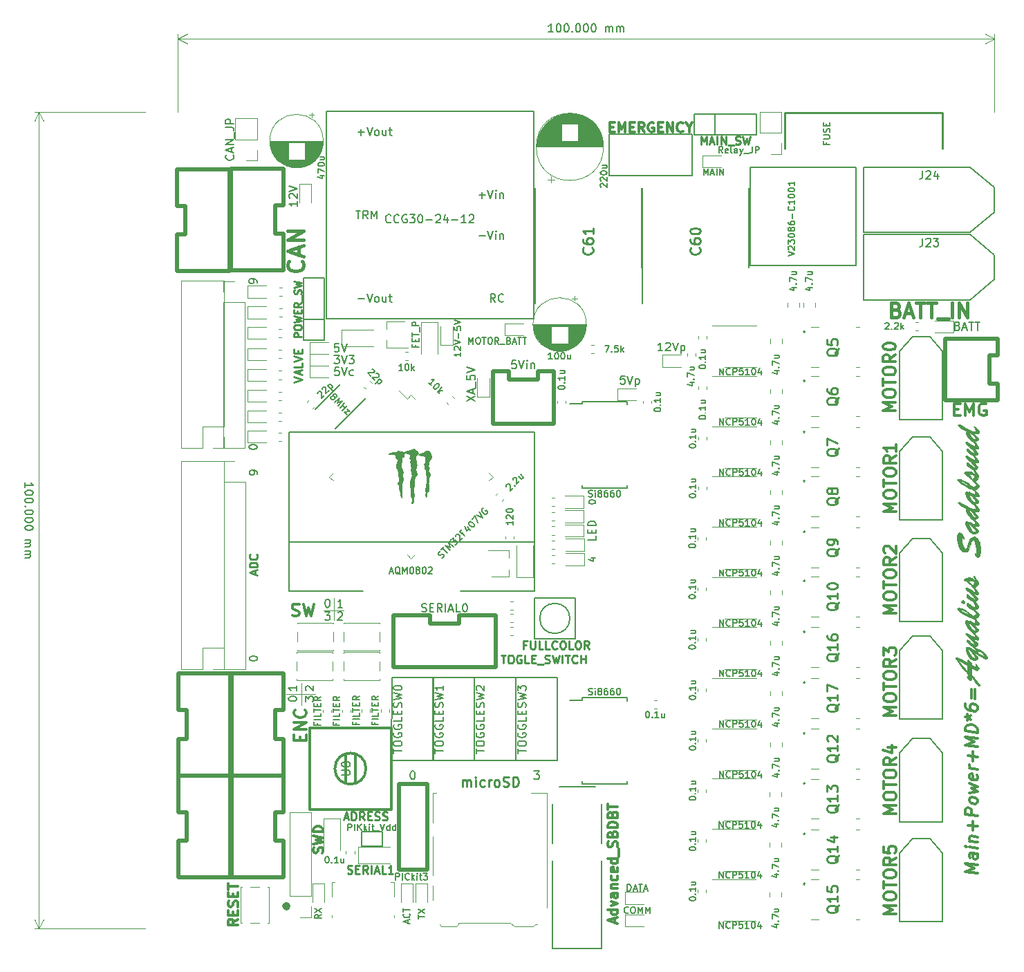
<source format=gbr>
G04 #@! TF.GenerationSoftware,KiCad,Pcbnew,(5.1.6)-1*
G04 #@! TF.CreationDate,2022-01-26T19:38:06+09:00*
G04 #@! TF.ProjectId,Main,4d61696e-2e6b-4696-9361-645f70636258,rev?*
G04 #@! TF.SameCoordinates,Original*
G04 #@! TF.FileFunction,Legend,Top*
G04 #@! TF.FilePolarity,Positive*
%FSLAX46Y46*%
G04 Gerber Fmt 4.6, Leading zero omitted, Abs format (unit mm)*
G04 Created by KiCad (PCBNEW (5.1.6)-1) date 2022-01-26 19:38:06*
%MOMM*%
%LPD*%
G01*
G04 APERTURE LIST*
%ADD10C,0.250000*%
%ADD11C,0.150000*%
%ADD12C,0.375000*%
%ADD13C,0.225000*%
%ADD14C,0.120000*%
%ADD15C,0.750000*%
%ADD16C,0.300000*%
%ADD17C,0.010000*%
%ADD18C,0.500000*%
%ADD19C,0.200000*%
%ADD20C,0.254000*%
%ADD21C,0.100000*%
%ADD22C,0.450000*%
%ADD23C,0.400000*%
G04 APERTURE END LIST*
D10*
X78657142Y-103228571D02*
X78323809Y-103228571D01*
X78323809Y-103752380D02*
X78323809Y-102752380D01*
X78800000Y-102752380D01*
X79180952Y-102752380D02*
X79180952Y-103561904D01*
X79228571Y-103657142D01*
X79276190Y-103704761D01*
X79371428Y-103752380D01*
X79561904Y-103752380D01*
X79657142Y-103704761D01*
X79704761Y-103657142D01*
X79752380Y-103561904D01*
X79752380Y-102752380D01*
X80704761Y-103752380D02*
X80228571Y-103752380D01*
X80228571Y-102752380D01*
X81514285Y-103752380D02*
X81038095Y-103752380D01*
X81038095Y-102752380D01*
X82419047Y-103657142D02*
X82371428Y-103704761D01*
X82228571Y-103752380D01*
X82133333Y-103752380D01*
X81990476Y-103704761D01*
X81895238Y-103609523D01*
X81847619Y-103514285D01*
X81800000Y-103323809D01*
X81800000Y-103180952D01*
X81847619Y-102990476D01*
X81895238Y-102895238D01*
X81990476Y-102800000D01*
X82133333Y-102752380D01*
X82228571Y-102752380D01*
X82371428Y-102800000D01*
X82419047Y-102847619D01*
X83038095Y-102752380D02*
X83228571Y-102752380D01*
X83323809Y-102800000D01*
X83419047Y-102895238D01*
X83466666Y-103085714D01*
X83466666Y-103419047D01*
X83419047Y-103609523D01*
X83323809Y-103704761D01*
X83228571Y-103752380D01*
X83038095Y-103752380D01*
X82942857Y-103704761D01*
X82847619Y-103609523D01*
X82800000Y-103419047D01*
X82800000Y-103085714D01*
X82847619Y-102895238D01*
X82942857Y-102800000D01*
X83038095Y-102752380D01*
X84371428Y-103752380D02*
X83895238Y-103752380D01*
X83895238Y-102752380D01*
X84895238Y-102752380D02*
X85085714Y-102752380D01*
X85180952Y-102800000D01*
X85276190Y-102895238D01*
X85323809Y-103085714D01*
X85323809Y-103419047D01*
X85276190Y-103609523D01*
X85180952Y-103704761D01*
X85085714Y-103752380D01*
X84895238Y-103752380D01*
X84800000Y-103704761D01*
X84704761Y-103609523D01*
X84657142Y-103419047D01*
X84657142Y-103085714D01*
X84704761Y-102895238D01*
X84800000Y-102800000D01*
X84895238Y-102752380D01*
X86323809Y-103752380D02*
X85990476Y-103276190D01*
X85752380Y-103752380D02*
X85752380Y-102752380D01*
X86133333Y-102752380D01*
X86228571Y-102800000D01*
X86276190Y-102847619D01*
X86323809Y-102942857D01*
X86323809Y-103085714D01*
X86276190Y-103180952D01*
X86228571Y-103228571D01*
X86133333Y-103276190D01*
X85752380Y-103276190D01*
D11*
X86578571Y-92597619D02*
X87111904Y-92597619D01*
X86273809Y-92788095D02*
X86845238Y-92978571D01*
X86845238Y-92483333D01*
X86311904Y-85788095D02*
X86311904Y-85711904D01*
X86350000Y-85635714D01*
X86388095Y-85597619D01*
X86464285Y-85559523D01*
X86616666Y-85521428D01*
X86807142Y-85521428D01*
X86959523Y-85559523D01*
X87035714Y-85597619D01*
X87073809Y-85635714D01*
X87111904Y-85711904D01*
X87111904Y-85788095D01*
X87073809Y-85864285D01*
X87035714Y-85902380D01*
X86959523Y-85940476D01*
X86807142Y-85978571D01*
X86616666Y-85978571D01*
X86464285Y-85940476D01*
X86388095Y-85902380D01*
X86350000Y-85864285D01*
X86311904Y-85788095D01*
X87202380Y-89892857D02*
X87202380Y-90369047D01*
X86202380Y-90369047D01*
X86678571Y-89559523D02*
X86678571Y-89226190D01*
X87202380Y-89083333D02*
X87202380Y-89559523D01*
X86202380Y-89559523D01*
X86202380Y-89083333D01*
X87202380Y-88654761D02*
X86202380Y-88654761D01*
X86202380Y-88416666D01*
X86250000Y-88273809D01*
X86345238Y-88178571D01*
X86440476Y-88130952D01*
X86630952Y-88083333D01*
X86773809Y-88083333D01*
X86964285Y-88130952D01*
X87059523Y-88178571D01*
X87154761Y-88273809D01*
X87202380Y-88416666D01*
X87202380Y-88654761D01*
D12*
X50942857Y-114982142D02*
X50942857Y-114482142D01*
X51728571Y-114267857D02*
X51728571Y-114982142D01*
X50228571Y-114982142D01*
X50228571Y-114267857D01*
X51728571Y-113625000D02*
X50228571Y-113625000D01*
X51728571Y-112767857D01*
X50228571Y-112767857D01*
X51585714Y-111196428D02*
X51657142Y-111267857D01*
X51728571Y-111482142D01*
X51728571Y-111625000D01*
X51657142Y-111839285D01*
X51514285Y-111982142D01*
X51371428Y-112053571D01*
X51085714Y-112125000D01*
X50871428Y-112125000D01*
X50585714Y-112053571D01*
X50442857Y-111982142D01*
X50300000Y-111839285D01*
X50228571Y-111625000D01*
X50228571Y-111482142D01*
X50300000Y-111267857D01*
X50371428Y-111196428D01*
D11*
X100380952Y-45711904D02*
X100380952Y-44911904D01*
X100647619Y-45483333D01*
X100914285Y-44911904D01*
X100914285Y-45711904D01*
X101257142Y-45483333D02*
X101638095Y-45483333D01*
X101180952Y-45711904D02*
X101447619Y-44911904D01*
X101714285Y-45711904D01*
X101980952Y-45711904D02*
X101980952Y-44911904D01*
X102361904Y-45711904D02*
X102361904Y-44911904D01*
X102819047Y-45711904D01*
X102819047Y-44911904D01*
D13*
X51107142Y-65514285D02*
X50207142Y-65514285D01*
X50207142Y-65171428D01*
X50250000Y-65085714D01*
X50292857Y-65042857D01*
X50378571Y-65000000D01*
X50507142Y-65000000D01*
X50592857Y-65042857D01*
X50635714Y-65085714D01*
X50678571Y-65171428D01*
X50678571Y-65514285D01*
X50207142Y-64442857D02*
X50207142Y-64271428D01*
X50250000Y-64185714D01*
X50335714Y-64100000D01*
X50507142Y-64057142D01*
X50807142Y-64057142D01*
X50978571Y-64100000D01*
X51064285Y-64185714D01*
X51107142Y-64271428D01*
X51107142Y-64442857D01*
X51064285Y-64528571D01*
X50978571Y-64614285D01*
X50807142Y-64657142D01*
X50507142Y-64657142D01*
X50335714Y-64614285D01*
X50250000Y-64528571D01*
X50207142Y-64442857D01*
X50207142Y-63757142D02*
X51107142Y-63542857D01*
X50464285Y-63371428D01*
X51107142Y-63200000D01*
X50207142Y-62985714D01*
X50635714Y-62642857D02*
X50635714Y-62342857D01*
X51107142Y-62214285D02*
X51107142Y-62642857D01*
X50207142Y-62642857D01*
X50207142Y-62214285D01*
X51107142Y-61314285D02*
X50678571Y-61614285D01*
X51107142Y-61828571D02*
X50207142Y-61828571D01*
X50207142Y-61485714D01*
X50250000Y-61400000D01*
X50292857Y-61357142D01*
X50378571Y-61314285D01*
X50507142Y-61314285D01*
X50592857Y-61357142D01*
X50635714Y-61400000D01*
X50678571Y-61485714D01*
X50678571Y-61828571D01*
X51192857Y-61142857D02*
X51192857Y-60457142D01*
X51064285Y-60285714D02*
X51107142Y-60157142D01*
X51107142Y-59942857D01*
X51064285Y-59857142D01*
X51021428Y-59814285D01*
X50935714Y-59771428D01*
X50850000Y-59771428D01*
X50764285Y-59814285D01*
X50721428Y-59857142D01*
X50678571Y-59942857D01*
X50635714Y-60114285D01*
X50592857Y-60200000D01*
X50550000Y-60242857D01*
X50464285Y-60285714D01*
X50378571Y-60285714D01*
X50292857Y-60242857D01*
X50250000Y-60200000D01*
X50207142Y-60114285D01*
X50207142Y-59900000D01*
X50250000Y-59771428D01*
X50207142Y-59471428D02*
X51107142Y-59257142D01*
X50464285Y-59085714D01*
X51107142Y-58914285D01*
X50207142Y-58700000D01*
D11*
X64183333Y-137345238D02*
X64183333Y-136964285D01*
X64411904Y-137421428D02*
X63611904Y-137154761D01*
X64411904Y-136888095D01*
X64335714Y-136164285D02*
X64373809Y-136202380D01*
X64411904Y-136316666D01*
X64411904Y-136392857D01*
X64373809Y-136507142D01*
X64297619Y-136583333D01*
X64221428Y-136621428D01*
X64069047Y-136659523D01*
X63954761Y-136659523D01*
X63802380Y-136621428D01*
X63726190Y-136583333D01*
X63650000Y-136507142D01*
X63611904Y-136392857D01*
X63611904Y-136316666D01*
X63650000Y-136202380D01*
X63688095Y-136164285D01*
X63611904Y-135935714D02*
X63611904Y-135478571D01*
X64411904Y-135707142D02*
X63611904Y-135707142D01*
D14*
X55075000Y-97500000D02*
X55075000Y-100250000D01*
X56325000Y-99000000D02*
X53825000Y-99000000D01*
D11*
X55589285Y-99297619D02*
X55636904Y-99250000D01*
X55732142Y-99202380D01*
X55970238Y-99202380D01*
X56065476Y-99250000D01*
X56113095Y-99297619D01*
X56160714Y-99392857D01*
X56160714Y-99488095D01*
X56113095Y-99630952D01*
X55541666Y-100202380D01*
X56160714Y-100202380D01*
X53991666Y-99202380D02*
X54610714Y-99202380D01*
X54277380Y-99583333D01*
X54420238Y-99583333D01*
X54515476Y-99630952D01*
X54563095Y-99678571D01*
X54610714Y-99773809D01*
X54610714Y-100011904D01*
X54563095Y-100107142D01*
X54515476Y-100154761D01*
X54420238Y-100202380D01*
X54134523Y-100202380D01*
X54039285Y-100154761D01*
X53991666Y-100107142D01*
X56160714Y-98652380D02*
X55589285Y-98652380D01*
X55875000Y-98652380D02*
X55875000Y-97652380D01*
X55779761Y-97795238D01*
X55684523Y-97890476D01*
X55589285Y-97938095D01*
X54277380Y-97652380D02*
X54372619Y-97652380D01*
X54467857Y-97700000D01*
X54515476Y-97747619D01*
X54563095Y-97842857D01*
X54610714Y-98033333D01*
X54610714Y-98271428D01*
X54563095Y-98461904D01*
X54515476Y-98557142D01*
X54467857Y-98604761D01*
X54372619Y-98652380D01*
X54277380Y-98652380D01*
X54182142Y-98604761D01*
X54134523Y-98557142D01*
X54086904Y-98461904D01*
X54039285Y-98271428D01*
X54039285Y-98033333D01*
X54086904Y-97842857D01*
X54134523Y-97747619D01*
X54182142Y-97700000D01*
X54277380Y-97652380D01*
D12*
X49989285Y-99657142D02*
X50203571Y-99728571D01*
X50560714Y-99728571D01*
X50703571Y-99657142D01*
X50775000Y-99585714D01*
X50846428Y-99442857D01*
X50846428Y-99300000D01*
X50775000Y-99157142D01*
X50703571Y-99085714D01*
X50560714Y-99014285D01*
X50275000Y-98942857D01*
X50132142Y-98871428D01*
X50060714Y-98800000D01*
X49989285Y-98657142D01*
X49989285Y-98514285D01*
X50060714Y-98371428D01*
X50132142Y-98300000D01*
X50275000Y-98228571D01*
X50632142Y-98228571D01*
X50846428Y-98300000D01*
X51346428Y-98228571D02*
X51703571Y-99728571D01*
X51989285Y-98657142D01*
X52275000Y-99728571D01*
X52632142Y-98228571D01*
D14*
X52850000Y-109250000D02*
X49300000Y-109250000D01*
X51100000Y-107950000D02*
X51100000Y-110600000D01*
D11*
X51602380Y-110183333D02*
X51602380Y-109564285D01*
X51983333Y-109897619D01*
X51983333Y-109754761D01*
X52030952Y-109659523D01*
X52078571Y-109611904D01*
X52173809Y-109564285D01*
X52411904Y-109564285D01*
X52507142Y-109611904D01*
X52554761Y-109659523D01*
X52602380Y-109754761D01*
X52602380Y-110040476D01*
X52554761Y-110135714D01*
X52507142Y-110183333D01*
X49552380Y-109897619D02*
X49552380Y-109802380D01*
X49600000Y-109707142D01*
X49647619Y-109659523D01*
X49742857Y-109611904D01*
X49933333Y-109564285D01*
X50171428Y-109564285D01*
X50361904Y-109611904D01*
X50457142Y-109659523D01*
X50504761Y-109707142D01*
X50552380Y-109802380D01*
X50552380Y-109897619D01*
X50504761Y-109992857D01*
X50457142Y-110040476D01*
X50361904Y-110088095D01*
X50171428Y-110135714D01*
X49933333Y-110135714D01*
X49742857Y-110088095D01*
X49647619Y-110040476D01*
X49600000Y-109992857D01*
X49552380Y-109897619D01*
X50552380Y-108264285D02*
X50552380Y-108835714D01*
X50552380Y-108550000D02*
X49552380Y-108550000D01*
X49695238Y-108645238D01*
X49790476Y-108740476D01*
X49838095Y-108835714D01*
X51697619Y-108835714D02*
X51650000Y-108788095D01*
X51602380Y-108692857D01*
X51602380Y-108454761D01*
X51650000Y-108359523D01*
X51697619Y-108311904D01*
X51792857Y-108264285D01*
X51888095Y-108264285D01*
X52030952Y-108311904D01*
X52602380Y-108883333D01*
X52602380Y-108264285D01*
D12*
X131071428Y-74392857D02*
X131571428Y-74392857D01*
X131785714Y-75178571D02*
X131071428Y-75178571D01*
X131071428Y-73678571D01*
X131785714Y-73678571D01*
X132428571Y-75178571D02*
X132428571Y-73678571D01*
X132928571Y-74750000D01*
X133428571Y-73678571D01*
X133428571Y-75178571D01*
X134928571Y-73750000D02*
X134785714Y-73678571D01*
X134571428Y-73678571D01*
X134357142Y-73750000D01*
X134214285Y-73892857D01*
X134142857Y-74035714D01*
X134071428Y-74321428D01*
X134071428Y-74535714D01*
X134142857Y-74821428D01*
X134214285Y-74964285D01*
X134357142Y-75107142D01*
X134571428Y-75178571D01*
X134714285Y-75178571D01*
X134928571Y-75107142D01*
X135000000Y-75035714D01*
X135000000Y-74535714D01*
X134714285Y-74535714D01*
D11*
X44752380Y-104947619D02*
X44752380Y-104852380D01*
X44800000Y-104757142D01*
X44847619Y-104709523D01*
X44942857Y-104661904D01*
X45133333Y-104614285D01*
X45371428Y-104614285D01*
X45561904Y-104661904D01*
X45657142Y-104709523D01*
X45704761Y-104757142D01*
X45752380Y-104852380D01*
X45752380Y-104947619D01*
X45704761Y-105042857D01*
X45657142Y-105090476D01*
X45561904Y-105138095D01*
X45371428Y-105185714D01*
X45133333Y-105185714D01*
X44942857Y-105138095D01*
X44847619Y-105090476D01*
X44800000Y-105042857D01*
X44752380Y-104947619D01*
X45752380Y-82340476D02*
X45752380Y-82150000D01*
X45704761Y-82054761D01*
X45657142Y-82007142D01*
X45514285Y-81911904D01*
X45323809Y-81864285D01*
X44942857Y-81864285D01*
X44847619Y-81911904D01*
X44800000Y-81959523D01*
X44752380Y-82054761D01*
X44752380Y-82245238D01*
X44800000Y-82340476D01*
X44847619Y-82388095D01*
X44942857Y-82435714D01*
X45180952Y-82435714D01*
X45276190Y-82388095D01*
X45323809Y-82340476D01*
X45371428Y-82245238D01*
X45371428Y-82054761D01*
X45323809Y-81959523D01*
X45276190Y-81911904D01*
X45180952Y-81864285D01*
X44702380Y-79047619D02*
X44702380Y-78952380D01*
X44750000Y-78857142D01*
X44797619Y-78809523D01*
X44892857Y-78761904D01*
X45083333Y-78714285D01*
X45321428Y-78714285D01*
X45511904Y-78761904D01*
X45607142Y-78809523D01*
X45654761Y-78857142D01*
X45702380Y-78952380D01*
X45702380Y-79047619D01*
X45654761Y-79142857D01*
X45607142Y-79190476D01*
X45511904Y-79238095D01*
X45321428Y-79285714D01*
X45083333Y-79285714D01*
X44892857Y-79238095D01*
X44797619Y-79190476D01*
X44750000Y-79142857D01*
X44702380Y-79047619D01*
X45702380Y-58890476D02*
X45702380Y-58700000D01*
X45654761Y-58604761D01*
X45607142Y-58557142D01*
X45464285Y-58461904D01*
X45273809Y-58414285D01*
X44892857Y-58414285D01*
X44797619Y-58461904D01*
X44750000Y-58509523D01*
X44702380Y-58604761D01*
X44702380Y-58795238D01*
X44750000Y-58890476D01*
X44797619Y-58938095D01*
X44892857Y-58985714D01*
X45130952Y-58985714D01*
X45226190Y-58938095D01*
X45273809Y-58890476D01*
X45321428Y-58795238D01*
X45321428Y-58604761D01*
X45273809Y-58509523D01*
X45226190Y-58461904D01*
X45130952Y-58414285D01*
D15*
X49250000Y-135071428D02*
X49392857Y-135214285D01*
X49250000Y-135357142D01*
X49107142Y-135214285D01*
X49250000Y-135071428D01*
X49250000Y-135357142D01*
D11*
X79616666Y-118702380D02*
X80235714Y-118702380D01*
X79902380Y-119083333D01*
X80045238Y-119083333D01*
X80140476Y-119130952D01*
X80188095Y-119178571D01*
X80235714Y-119273809D01*
X80235714Y-119511904D01*
X80188095Y-119607142D01*
X80140476Y-119654761D01*
X80045238Y-119702380D01*
X79759523Y-119702380D01*
X79664285Y-119654761D01*
X79616666Y-119607142D01*
X64702380Y-118702380D02*
X64797619Y-118702380D01*
X64892857Y-118750000D01*
X64940476Y-118797619D01*
X64988095Y-118892857D01*
X65035714Y-119083333D01*
X65035714Y-119321428D01*
X64988095Y-119511904D01*
X64940476Y-119607142D01*
X64892857Y-119654761D01*
X64797619Y-119702380D01*
X64702380Y-119702380D01*
X64607142Y-119654761D01*
X64559523Y-119607142D01*
X64511904Y-119511904D01*
X64464285Y-119321428D01*
X64464285Y-119083333D01*
X64511904Y-118892857D01*
X64559523Y-118797619D01*
X64607142Y-118750000D01*
X64702380Y-118702380D01*
D10*
X75561904Y-104502380D02*
X76133333Y-104502380D01*
X75847619Y-105502380D02*
X75847619Y-104502380D01*
X76657142Y-104502380D02*
X76847619Y-104502380D01*
X76942857Y-104550000D01*
X77038095Y-104645238D01*
X77085714Y-104835714D01*
X77085714Y-105169047D01*
X77038095Y-105359523D01*
X76942857Y-105454761D01*
X76847619Y-105502380D01*
X76657142Y-105502380D01*
X76561904Y-105454761D01*
X76466666Y-105359523D01*
X76419047Y-105169047D01*
X76419047Y-104835714D01*
X76466666Y-104645238D01*
X76561904Y-104550000D01*
X76657142Y-104502380D01*
X78038095Y-104550000D02*
X77942857Y-104502380D01*
X77800000Y-104502380D01*
X77657142Y-104550000D01*
X77561904Y-104645238D01*
X77514285Y-104740476D01*
X77466666Y-104930952D01*
X77466666Y-105073809D01*
X77514285Y-105264285D01*
X77561904Y-105359523D01*
X77657142Y-105454761D01*
X77800000Y-105502380D01*
X77895238Y-105502380D01*
X78038095Y-105454761D01*
X78085714Y-105407142D01*
X78085714Y-105073809D01*
X77895238Y-105073809D01*
X78990476Y-105502380D02*
X78514285Y-105502380D01*
X78514285Y-104502380D01*
X79323809Y-104978571D02*
X79657142Y-104978571D01*
X79800000Y-105502380D02*
X79323809Y-105502380D01*
X79323809Y-104502380D01*
X79800000Y-104502380D01*
X79990476Y-105597619D02*
X80752380Y-105597619D01*
X80942857Y-105454761D02*
X81085714Y-105502380D01*
X81323809Y-105502380D01*
X81419047Y-105454761D01*
X81466666Y-105407142D01*
X81514285Y-105311904D01*
X81514285Y-105216666D01*
X81466666Y-105121428D01*
X81419047Y-105073809D01*
X81323809Y-105026190D01*
X81133333Y-104978571D01*
X81038095Y-104930952D01*
X80990476Y-104883333D01*
X80942857Y-104788095D01*
X80942857Y-104692857D01*
X80990476Y-104597619D01*
X81038095Y-104550000D01*
X81133333Y-104502380D01*
X81371428Y-104502380D01*
X81514285Y-104550000D01*
X81847619Y-104502380D02*
X82085714Y-105502380D01*
X82276190Y-104788095D01*
X82466666Y-105502380D01*
X82704761Y-104502380D01*
X83085714Y-105502380D02*
X83085714Y-104502380D01*
X83419047Y-104502380D02*
X83990476Y-104502380D01*
X83704761Y-105502380D02*
X83704761Y-104502380D01*
X84895238Y-105407142D02*
X84847619Y-105454761D01*
X84704761Y-105502380D01*
X84609523Y-105502380D01*
X84466666Y-105454761D01*
X84371428Y-105359523D01*
X84323809Y-105264285D01*
X84276190Y-105073809D01*
X84276190Y-104930952D01*
X84323809Y-104740476D01*
X84371428Y-104645238D01*
X84466666Y-104550000D01*
X84609523Y-104502380D01*
X84704761Y-104502380D01*
X84847619Y-104550000D01*
X84895238Y-104597619D01*
X85323809Y-105502380D02*
X85323809Y-104502380D01*
X85323809Y-104978571D02*
X85895238Y-104978571D01*
X85895238Y-105502380D02*
X85895238Y-104502380D01*
D16*
X133928571Y-131188928D02*
X132428571Y-131001428D01*
X133500000Y-130635357D01*
X132428571Y-130001428D01*
X133928571Y-130188928D01*
X133928571Y-128831785D02*
X133142857Y-128733571D01*
X133000000Y-128787142D01*
X132928571Y-128921071D01*
X132928571Y-129206785D01*
X133000000Y-129358571D01*
X133857142Y-128822857D02*
X133928571Y-128974642D01*
X133928571Y-129331785D01*
X133857142Y-129465714D01*
X133714285Y-129519285D01*
X133571428Y-129501428D01*
X133428571Y-129412142D01*
X133357142Y-129260357D01*
X133357142Y-128903214D01*
X133285714Y-128751428D01*
X133928571Y-128117500D02*
X132928571Y-127992500D01*
X132428571Y-127930000D02*
X132500000Y-128010357D01*
X132571428Y-127947857D01*
X132500000Y-127867500D01*
X132428571Y-127930000D01*
X132571428Y-127947857D01*
X132928571Y-127278214D02*
X133928571Y-127403214D01*
X133071428Y-127296071D02*
X133000000Y-127215714D01*
X132928571Y-127063928D01*
X132928571Y-126849642D01*
X133000000Y-126715714D01*
X133142857Y-126662142D01*
X133928571Y-126760357D01*
X133357142Y-125974642D02*
X133357142Y-124831785D01*
X133928571Y-125474642D02*
X132785714Y-125331785D01*
X133928571Y-124188928D02*
X132428571Y-124001428D01*
X132428571Y-123430000D01*
X132500000Y-123296071D01*
X132571428Y-123233571D01*
X132714285Y-123180000D01*
X132928571Y-123206785D01*
X133071428Y-123296071D01*
X133142857Y-123376428D01*
X133214285Y-123528214D01*
X133214285Y-124099642D01*
X133928571Y-122474642D02*
X133857142Y-122608571D01*
X133785714Y-122671071D01*
X133642857Y-122724642D01*
X133214285Y-122671071D01*
X133071428Y-122581785D01*
X133000000Y-122501428D01*
X132928571Y-122349642D01*
X132928571Y-122135357D01*
X133000000Y-122001428D01*
X133071428Y-121938928D01*
X133214285Y-121885357D01*
X133642857Y-121938928D01*
X133785714Y-122028214D01*
X133857142Y-122108571D01*
X133928571Y-122260357D01*
X133928571Y-122474642D01*
X132928571Y-121349642D02*
X133928571Y-121188928D01*
X133214285Y-120813928D01*
X133928571Y-120617500D01*
X132928571Y-120206785D01*
X133857142Y-119180000D02*
X133928571Y-119331785D01*
X133928571Y-119617500D01*
X133857142Y-119751428D01*
X133714285Y-119805000D01*
X133142857Y-119733571D01*
X133000000Y-119644285D01*
X132928571Y-119492500D01*
X132928571Y-119206785D01*
X133000000Y-119072857D01*
X133142857Y-119019285D01*
X133285714Y-119037142D01*
X133428571Y-119769285D01*
X133928571Y-118474642D02*
X132928571Y-118349642D01*
X133214285Y-118385357D02*
X133071428Y-118296071D01*
X133000000Y-118215714D01*
X132928571Y-118063928D01*
X132928571Y-117921071D01*
X133357142Y-117474642D02*
X133357142Y-116331785D01*
X133928571Y-116974642D02*
X132785714Y-116831785D01*
X133928571Y-115688928D02*
X132428571Y-115501428D01*
X133500000Y-115135357D01*
X132428571Y-114501428D01*
X133928571Y-114688928D01*
X133928571Y-113974642D02*
X132428571Y-113787142D01*
X132428571Y-113430000D01*
X132500000Y-113224642D01*
X132642857Y-113099642D01*
X132785714Y-113046071D01*
X133071428Y-113010357D01*
X133285714Y-113037142D01*
X133571428Y-113144285D01*
X133714285Y-113233571D01*
X133857142Y-113394285D01*
X133928571Y-113617500D01*
X133928571Y-113974642D01*
X132428571Y-112072857D02*
X132785714Y-112117500D01*
X132642857Y-112456785D02*
X132785714Y-112117500D01*
X132642857Y-111742500D01*
X133071428Y-112367500D02*
X132785714Y-112117500D01*
X133071428Y-111938928D01*
X132428571Y-110501428D02*
X132428571Y-110787142D01*
X132500000Y-110938928D01*
X132571428Y-111019285D01*
X132785714Y-111188928D01*
X133071428Y-111296071D01*
X133642857Y-111367500D01*
X133785714Y-111313928D01*
X133857142Y-111251428D01*
X133928571Y-111117500D01*
X133928571Y-110831785D01*
X133857142Y-110680000D01*
X133785714Y-110599642D01*
X133642857Y-110510357D01*
X133285714Y-110465714D01*
X133142857Y-110519285D01*
X133071428Y-110581785D01*
X133000000Y-110715714D01*
X133000000Y-111001428D01*
X133071428Y-111153214D01*
X133142857Y-111233571D01*
X133285714Y-111322857D01*
X133142857Y-109805000D02*
X133142857Y-108662142D01*
X133571428Y-108715714D02*
X133571428Y-109858571D01*
X88878571Y-39814285D02*
X89278571Y-39814285D01*
X89450000Y-40442857D02*
X88878571Y-40442857D01*
X88878571Y-39242857D01*
X89450000Y-39242857D01*
X89964285Y-40442857D02*
X89964285Y-39242857D01*
X90364285Y-40100000D01*
X90764285Y-39242857D01*
X90764285Y-40442857D01*
X91335714Y-39814285D02*
X91735714Y-39814285D01*
X91907142Y-40442857D02*
X91335714Y-40442857D01*
X91335714Y-39242857D01*
X91907142Y-39242857D01*
X93107142Y-40442857D02*
X92707142Y-39871428D01*
X92421428Y-40442857D02*
X92421428Y-39242857D01*
X92878571Y-39242857D01*
X92992857Y-39300000D01*
X93050000Y-39357142D01*
X93107142Y-39471428D01*
X93107142Y-39642857D01*
X93050000Y-39757142D01*
X92992857Y-39814285D01*
X92878571Y-39871428D01*
X92421428Y-39871428D01*
X94250000Y-39300000D02*
X94135714Y-39242857D01*
X93964285Y-39242857D01*
X93792857Y-39300000D01*
X93678571Y-39414285D01*
X93621428Y-39528571D01*
X93564285Y-39757142D01*
X93564285Y-39928571D01*
X93621428Y-40157142D01*
X93678571Y-40271428D01*
X93792857Y-40385714D01*
X93964285Y-40442857D01*
X94078571Y-40442857D01*
X94250000Y-40385714D01*
X94307142Y-40328571D01*
X94307142Y-39928571D01*
X94078571Y-39928571D01*
X94821428Y-39814285D02*
X95221428Y-39814285D01*
X95392857Y-40442857D02*
X94821428Y-40442857D01*
X94821428Y-39242857D01*
X95392857Y-39242857D01*
X95907142Y-40442857D02*
X95907142Y-39242857D01*
X96592857Y-40442857D01*
X96592857Y-39242857D01*
X97850000Y-40328571D02*
X97792857Y-40385714D01*
X97621428Y-40442857D01*
X97507142Y-40442857D01*
X97335714Y-40385714D01*
X97221428Y-40271428D01*
X97164285Y-40157142D01*
X97107142Y-39928571D01*
X97107142Y-39757142D01*
X97164285Y-39528571D01*
X97221428Y-39414285D01*
X97335714Y-39300000D01*
X97507142Y-39242857D01*
X97621428Y-39242857D01*
X97792857Y-39300000D01*
X97850000Y-39357142D01*
X98592857Y-39871428D02*
X98592857Y-40442857D01*
X98192857Y-39242857D02*
X98592857Y-39871428D01*
X98992857Y-39242857D01*
D11*
X81952380Y-28182380D02*
X81380952Y-28182380D01*
X81666666Y-28182380D02*
X81666666Y-27182380D01*
X81571428Y-27325238D01*
X81476190Y-27420476D01*
X81380952Y-27468095D01*
X82571428Y-27182380D02*
X82666666Y-27182380D01*
X82761904Y-27230000D01*
X82809523Y-27277619D01*
X82857142Y-27372857D01*
X82904761Y-27563333D01*
X82904761Y-27801428D01*
X82857142Y-27991904D01*
X82809523Y-28087142D01*
X82761904Y-28134761D01*
X82666666Y-28182380D01*
X82571428Y-28182380D01*
X82476190Y-28134761D01*
X82428571Y-28087142D01*
X82380952Y-27991904D01*
X82333333Y-27801428D01*
X82333333Y-27563333D01*
X82380952Y-27372857D01*
X82428571Y-27277619D01*
X82476190Y-27230000D01*
X82571428Y-27182380D01*
X83523809Y-27182380D02*
X83619047Y-27182380D01*
X83714285Y-27230000D01*
X83761904Y-27277619D01*
X83809523Y-27372857D01*
X83857142Y-27563333D01*
X83857142Y-27801428D01*
X83809523Y-27991904D01*
X83761904Y-28087142D01*
X83714285Y-28134761D01*
X83619047Y-28182380D01*
X83523809Y-28182380D01*
X83428571Y-28134761D01*
X83380952Y-28087142D01*
X83333333Y-27991904D01*
X83285714Y-27801428D01*
X83285714Y-27563333D01*
X83333333Y-27372857D01*
X83380952Y-27277619D01*
X83428571Y-27230000D01*
X83523809Y-27182380D01*
X84285714Y-28087142D02*
X84333333Y-28134761D01*
X84285714Y-28182380D01*
X84238095Y-28134761D01*
X84285714Y-28087142D01*
X84285714Y-28182380D01*
X84952380Y-27182380D02*
X85047619Y-27182380D01*
X85142857Y-27230000D01*
X85190476Y-27277619D01*
X85238095Y-27372857D01*
X85285714Y-27563333D01*
X85285714Y-27801428D01*
X85238095Y-27991904D01*
X85190476Y-28087142D01*
X85142857Y-28134761D01*
X85047619Y-28182380D01*
X84952380Y-28182380D01*
X84857142Y-28134761D01*
X84809523Y-28087142D01*
X84761904Y-27991904D01*
X84714285Y-27801428D01*
X84714285Y-27563333D01*
X84761904Y-27372857D01*
X84809523Y-27277619D01*
X84857142Y-27230000D01*
X84952380Y-27182380D01*
X85904761Y-27182380D02*
X86000000Y-27182380D01*
X86095238Y-27230000D01*
X86142857Y-27277619D01*
X86190476Y-27372857D01*
X86238095Y-27563333D01*
X86238095Y-27801428D01*
X86190476Y-27991904D01*
X86142857Y-28087142D01*
X86095238Y-28134761D01*
X86000000Y-28182380D01*
X85904761Y-28182380D01*
X85809523Y-28134761D01*
X85761904Y-28087142D01*
X85714285Y-27991904D01*
X85666666Y-27801428D01*
X85666666Y-27563333D01*
X85714285Y-27372857D01*
X85761904Y-27277619D01*
X85809523Y-27230000D01*
X85904761Y-27182380D01*
X86857142Y-27182380D02*
X86952380Y-27182380D01*
X87047619Y-27230000D01*
X87095238Y-27277619D01*
X87142857Y-27372857D01*
X87190476Y-27563333D01*
X87190476Y-27801428D01*
X87142857Y-27991904D01*
X87095238Y-28087142D01*
X87047619Y-28134761D01*
X86952380Y-28182380D01*
X86857142Y-28182380D01*
X86761904Y-28134761D01*
X86714285Y-28087142D01*
X86666666Y-27991904D01*
X86619047Y-27801428D01*
X86619047Y-27563333D01*
X86666666Y-27372857D01*
X86714285Y-27277619D01*
X86761904Y-27230000D01*
X86857142Y-27182380D01*
X88380952Y-28182380D02*
X88380952Y-27515714D01*
X88380952Y-27610952D02*
X88428571Y-27563333D01*
X88523809Y-27515714D01*
X88666666Y-27515714D01*
X88761904Y-27563333D01*
X88809523Y-27658571D01*
X88809523Y-28182380D01*
X88809523Y-27658571D02*
X88857142Y-27563333D01*
X88952380Y-27515714D01*
X89095238Y-27515714D01*
X89190476Y-27563333D01*
X89238095Y-27658571D01*
X89238095Y-28182380D01*
X89714285Y-28182380D02*
X89714285Y-27515714D01*
X89714285Y-27610952D02*
X89761904Y-27563333D01*
X89857142Y-27515714D01*
X90000000Y-27515714D01*
X90095238Y-27563333D01*
X90142857Y-27658571D01*
X90142857Y-28182380D01*
X90142857Y-27658571D02*
X90190476Y-27563333D01*
X90285714Y-27515714D01*
X90428571Y-27515714D01*
X90523809Y-27563333D01*
X90571428Y-27658571D01*
X90571428Y-28182380D01*
D14*
X36000000Y-29000000D02*
X136000000Y-29000000D01*
X36000000Y-38000000D02*
X36000000Y-28413579D01*
X136000000Y-38000000D02*
X136000000Y-28413579D01*
X136000000Y-29000000D02*
X134873496Y-29586421D01*
X136000000Y-29000000D02*
X134873496Y-28413579D01*
X36000000Y-29000000D02*
X37126504Y-29586421D01*
X36000000Y-29000000D02*
X37126504Y-28413579D01*
D11*
X17277619Y-83952380D02*
X17277619Y-83380952D01*
X17277619Y-83666666D02*
X18277619Y-83666666D01*
X18134761Y-83571428D01*
X18039523Y-83476190D01*
X17991904Y-83380952D01*
X18277619Y-84571428D02*
X18277619Y-84666666D01*
X18230000Y-84761904D01*
X18182380Y-84809523D01*
X18087142Y-84857142D01*
X17896666Y-84904761D01*
X17658571Y-84904761D01*
X17468095Y-84857142D01*
X17372857Y-84809523D01*
X17325238Y-84761904D01*
X17277619Y-84666666D01*
X17277619Y-84571428D01*
X17325238Y-84476190D01*
X17372857Y-84428571D01*
X17468095Y-84380952D01*
X17658571Y-84333333D01*
X17896666Y-84333333D01*
X18087142Y-84380952D01*
X18182380Y-84428571D01*
X18230000Y-84476190D01*
X18277619Y-84571428D01*
X18277619Y-85523809D02*
X18277619Y-85619047D01*
X18230000Y-85714285D01*
X18182380Y-85761904D01*
X18087142Y-85809523D01*
X17896666Y-85857142D01*
X17658571Y-85857142D01*
X17468095Y-85809523D01*
X17372857Y-85761904D01*
X17325238Y-85714285D01*
X17277619Y-85619047D01*
X17277619Y-85523809D01*
X17325238Y-85428571D01*
X17372857Y-85380952D01*
X17468095Y-85333333D01*
X17658571Y-85285714D01*
X17896666Y-85285714D01*
X18087142Y-85333333D01*
X18182380Y-85380952D01*
X18230000Y-85428571D01*
X18277619Y-85523809D01*
X17372857Y-86285714D02*
X17325238Y-86333333D01*
X17277619Y-86285714D01*
X17325238Y-86238095D01*
X17372857Y-86285714D01*
X17277619Y-86285714D01*
X18277619Y-86952380D02*
X18277619Y-87047619D01*
X18230000Y-87142857D01*
X18182380Y-87190476D01*
X18087142Y-87238095D01*
X17896666Y-87285714D01*
X17658571Y-87285714D01*
X17468095Y-87238095D01*
X17372857Y-87190476D01*
X17325238Y-87142857D01*
X17277619Y-87047619D01*
X17277619Y-86952380D01*
X17325238Y-86857142D01*
X17372857Y-86809523D01*
X17468095Y-86761904D01*
X17658571Y-86714285D01*
X17896666Y-86714285D01*
X18087142Y-86761904D01*
X18182380Y-86809523D01*
X18230000Y-86857142D01*
X18277619Y-86952380D01*
X18277619Y-87904761D02*
X18277619Y-88000000D01*
X18230000Y-88095238D01*
X18182380Y-88142857D01*
X18087142Y-88190476D01*
X17896666Y-88238095D01*
X17658571Y-88238095D01*
X17468095Y-88190476D01*
X17372857Y-88142857D01*
X17325238Y-88095238D01*
X17277619Y-88000000D01*
X17277619Y-87904761D01*
X17325238Y-87809523D01*
X17372857Y-87761904D01*
X17468095Y-87714285D01*
X17658571Y-87666666D01*
X17896666Y-87666666D01*
X18087142Y-87714285D01*
X18182380Y-87761904D01*
X18230000Y-87809523D01*
X18277619Y-87904761D01*
X18277619Y-88857142D02*
X18277619Y-88952380D01*
X18230000Y-89047619D01*
X18182380Y-89095238D01*
X18087142Y-89142857D01*
X17896666Y-89190476D01*
X17658571Y-89190476D01*
X17468095Y-89142857D01*
X17372857Y-89095238D01*
X17325238Y-89047619D01*
X17277619Y-88952380D01*
X17277619Y-88857142D01*
X17325238Y-88761904D01*
X17372857Y-88714285D01*
X17468095Y-88666666D01*
X17658571Y-88619047D01*
X17896666Y-88619047D01*
X18087142Y-88666666D01*
X18182380Y-88714285D01*
X18230000Y-88761904D01*
X18277619Y-88857142D01*
X17277619Y-90380952D02*
X17944285Y-90380952D01*
X17849047Y-90380952D02*
X17896666Y-90428571D01*
X17944285Y-90523809D01*
X17944285Y-90666666D01*
X17896666Y-90761904D01*
X17801428Y-90809523D01*
X17277619Y-90809523D01*
X17801428Y-90809523D02*
X17896666Y-90857142D01*
X17944285Y-90952380D01*
X17944285Y-91095238D01*
X17896666Y-91190476D01*
X17801428Y-91238095D01*
X17277619Y-91238095D01*
X17277619Y-91714285D02*
X17944285Y-91714285D01*
X17849047Y-91714285D02*
X17896666Y-91761904D01*
X17944285Y-91857142D01*
X17944285Y-92000000D01*
X17896666Y-92095238D01*
X17801428Y-92142857D01*
X17277619Y-92142857D01*
X17801428Y-92142857D02*
X17896666Y-92190476D01*
X17944285Y-92285714D01*
X17944285Y-92428571D01*
X17896666Y-92523809D01*
X17801428Y-92571428D01*
X17277619Y-92571428D01*
D14*
X19000000Y-38000000D02*
X19000000Y-138000000D01*
X32000000Y-38000000D02*
X18413579Y-38000000D01*
X32000000Y-138000000D02*
X18413579Y-138000000D01*
X19000000Y-138000000D02*
X18413579Y-136873496D01*
X19000000Y-138000000D02*
X19586421Y-136873496D01*
X19000000Y-38000000D02*
X18413579Y-39126504D01*
X19000000Y-38000000D02*
X19586421Y-39126504D01*
X56050000Y-64650000D02*
X56050000Y-66650000D01*
X56050000Y-66650000D02*
X59950000Y-66650000D01*
X56050000Y-64650000D02*
X59950000Y-64650000D01*
D17*
G36*
X131477151Y-98741507D02*
G01*
X131621939Y-98719456D01*
X131661973Y-98718691D01*
X131923828Y-98764035D01*
X132240733Y-98894128D01*
X132594822Y-99100064D01*
X132958616Y-99365216D01*
X133139595Y-99505707D01*
X133286475Y-99611600D01*
X133374169Y-99665069D01*
X133385009Y-99668224D01*
X133523291Y-99638008D01*
X133654610Y-99566268D01*
X133731811Y-99481364D01*
X133737383Y-99456307D01*
X133684924Y-99291584D01*
X133543910Y-99116575D01*
X133338890Y-98956989D01*
X133179701Y-98872272D01*
X132944192Y-98739251D01*
X132744321Y-98573558D01*
X132604845Y-98400095D01*
X132550523Y-98243765D01*
X132550468Y-98239372D01*
X132587004Y-98142802D01*
X132690669Y-98134778D01*
X132852549Y-98212711D01*
X133063730Y-98374015D01*
X133088088Y-98395405D01*
X133274530Y-98550728D01*
X133402155Y-98624322D01*
X133492465Y-98621847D01*
X133566964Y-98548961D01*
X133582459Y-98525482D01*
X133603604Y-98390117D01*
X133542853Y-98218293D01*
X133416880Y-98039670D01*
X133242360Y-97883907D01*
X133209484Y-97862099D01*
X132920941Y-97660533D01*
X132707089Y-97470383D01*
X132580527Y-97304256D01*
X132550468Y-97202728D01*
X132569110Y-97077949D01*
X132630818Y-97039301D01*
X132744262Y-97088974D01*
X132918116Y-97229155D01*
X133016208Y-97320288D01*
X133225258Y-97503020D01*
X133393311Y-97616876D01*
X133508312Y-97655701D01*
X133558206Y-97613340D01*
X133559346Y-97597583D01*
X133519157Y-97511997D01*
X133411033Y-97366544D01*
X133253636Y-97182523D01*
X133065628Y-96981237D01*
X132865672Y-96783988D01*
X132768183Y-96694546D01*
X132606272Y-96539766D01*
X132487033Y-96405822D01*
X132432897Y-96318327D01*
X132431776Y-96310440D01*
X132474408Y-96237428D01*
X132590883Y-96236678D01*
X132764074Y-96304222D01*
X132976849Y-96436088D01*
X132978271Y-96437109D01*
X133241176Y-96612917D01*
X133428114Y-96706422D01*
X133546041Y-96720240D01*
X133597661Y-96670139D01*
X133591284Y-96562201D01*
X133528891Y-96423707D01*
X133525594Y-96418584D01*
X133429659Y-96299522D01*
X133315268Y-96177985D01*
X133315268Y-95950856D01*
X133435333Y-95806619D01*
X133529300Y-95683561D01*
X133546398Y-95605449D01*
X133488995Y-95528861D01*
X133452331Y-95494913D01*
X133338028Y-95419661D01*
X133187419Y-95385603D01*
X132962293Y-95384657D01*
X132936996Y-95385924D01*
X132759740Y-95395327D01*
X133037504Y-95673091D01*
X133315268Y-95950856D01*
X133315268Y-96177985D01*
X133271443Y-96131422D01*
X133075371Y-95937324D01*
X132865868Y-95740268D01*
X132667356Y-95563296D01*
X132504261Y-95429447D01*
X132409421Y-95365626D01*
X132280160Y-95273836D01*
X132268036Y-95187919D01*
X132371542Y-95110374D01*
X132589173Y-95043698D01*
X132605681Y-95040129D01*
X132907212Y-95001310D01*
X133142647Y-95038550D01*
X133344873Y-95162407D01*
X133502451Y-95328045D01*
X133613209Y-95441701D01*
X133672178Y-95459872D01*
X133678270Y-95394391D01*
X133630396Y-95257092D01*
X133527468Y-95059808D01*
X133527172Y-95059303D01*
X133440706Y-94891109D01*
X133428119Y-94813682D01*
X133485964Y-94830143D01*
X133610793Y-94943615D01*
X133631211Y-94965070D01*
X133807961Y-95182420D01*
X133945074Y-95406980D01*
X134023106Y-95604142D01*
X134033891Y-95681784D01*
X133989910Y-95814030D01*
X133880818Y-95968867D01*
X133741409Y-96104801D01*
X133618961Y-96176623D01*
X133590057Y-96216807D01*
X133632340Y-96305682D01*
X133753341Y-96457726D01*
X133782733Y-96491408D01*
X133948027Y-96715577D01*
X134021551Y-96897662D01*
X134007437Y-97026467D01*
X133909817Y-97090795D01*
X133732825Y-97079448D01*
X133584263Y-97029174D01*
X133441743Y-96975278D01*
X133354760Y-96953055D01*
X133345117Y-96954727D01*
X133377465Y-96997707D01*
X133479745Y-97090040D01*
X133587548Y-97178053D01*
X133806764Y-97369303D01*
X133925144Y-97522959D01*
X133949240Y-97651977D01*
X133886270Y-97768582D01*
X133766207Y-97858975D01*
X133668840Y-97887850D01*
X133588490Y-97893914D01*
X133572290Y-97924778D01*
X133627393Y-97999448D01*
X133760951Y-98136932D01*
X133763558Y-98139539D01*
X133945230Y-98362471D01*
X134018376Y-98556920D01*
X133981836Y-98718014D01*
X133917793Y-98788050D01*
X133792688Y-98867818D01*
X133701136Y-98896729D01*
X133635880Y-98909444D01*
X133634194Y-98957881D01*
X133703255Y-99057477D01*
X133850241Y-99223671D01*
X133856075Y-99230004D01*
X133985074Y-99387864D01*
X134071288Y-99527674D01*
X134093458Y-99598354D01*
X134038887Y-99743992D01*
X133894106Y-99868141D01*
X133722779Y-99937032D01*
X133559811Y-99977704D01*
X133829503Y-100277666D01*
X133996129Y-100486857D01*
X134076159Y-100644854D01*
X134081490Y-100701548D01*
X134057154Y-100774064D01*
X133990696Y-100808636D01*
X133851224Y-100815763D01*
X133754373Y-100812730D01*
X133444960Y-100799993D01*
X133683303Y-101015322D01*
X133877504Y-101204378D01*
X133981262Y-101346029D01*
X134003011Y-101458527D01*
X133951185Y-101560126D01*
X133940626Y-101572226D01*
X133839324Y-101659125D01*
X133772695Y-101686890D01*
X133668391Y-101717142D01*
X133622057Y-101741991D01*
X133588964Y-101788841D01*
X133618325Y-101866166D01*
X133720545Y-101994634D01*
X133785258Y-102066158D01*
X133953815Y-102280297D01*
X134030333Y-102453602D01*
X134034112Y-102491799D01*
X134025268Y-102588345D01*
X133976988Y-102628452D01*
X133856653Y-102628948D01*
X133781893Y-102621911D01*
X133593166Y-102594163D01*
X133438266Y-102557039D01*
X133410982Y-102547188D01*
X133392558Y-102555148D01*
X133454546Y-102621923D01*
X133583647Y-102733482D01*
X133600648Y-102747298D01*
X133818720Y-102942905D01*
X133934316Y-103099396D01*
X133952285Y-103228340D01*
X133877477Y-103341304D01*
X133857039Y-103358816D01*
X133728209Y-103438400D01*
X133631445Y-103466355D01*
X133585881Y-103485077D01*
X133623044Y-103552951D01*
X133678038Y-103614719D01*
X133804667Y-103716906D01*
X133922167Y-103762883D01*
X133928130Y-103763084D01*
X134126492Y-103809201D01*
X134365395Y-103935453D01*
X134618834Y-104123696D01*
X134860803Y-104355783D01*
X134981673Y-104498230D01*
X135112076Y-104686156D01*
X135158740Y-104815315D01*
X135127983Y-104904254D01*
X135122119Y-104910436D01*
X135039629Y-104938820D01*
X134905215Y-104950000D01*
X134814644Y-104933631D01*
X134707456Y-104889216D01*
X134707456Y-104653271D01*
X134750783Y-104616040D01*
X134719900Y-104520516D01*
X134625885Y-104390951D01*
X134553388Y-104315959D01*
X134343490Y-104141859D01*
X134159789Y-104035178D01*
X134017726Y-104000750D01*
X133932742Y-104043407D01*
X133915421Y-104116254D01*
X133960932Y-104211204D01*
X134103431Y-104328385D01*
X134292035Y-104442656D01*
X134480989Y-104545541D01*
X134628254Y-104620559D01*
X134704708Y-104652945D01*
X134707456Y-104653271D01*
X134707456Y-104889216D01*
X134685894Y-104880281D01*
X134508330Y-104783586D01*
X134271318Y-104637184D01*
X133964222Y-104434712D01*
X133576408Y-104169804D01*
X133419036Y-104060743D01*
X133398231Y-104060161D01*
X133448241Y-104132116D01*
X133558586Y-104262666D01*
X133633528Y-104346018D01*
X133790147Y-104530156D01*
X133908894Y-104694092D01*
X133970361Y-104810118D01*
X133974767Y-104833167D01*
X133921344Y-104943957D01*
X133784326Y-105042653D01*
X133598583Y-105109889D01*
X133540660Y-105116679D01*
X133540660Y-104890654D01*
X133600120Y-104847893D01*
X133592848Y-104734868D01*
X133525671Y-104574464D01*
X133405417Y-104389564D01*
X133382376Y-104360071D01*
X133237544Y-104192914D01*
X133057802Y-104003526D01*
X132964260Y-103911448D01*
X132827377Y-103784582D01*
X132758477Y-103735171D01*
X132741865Y-103756496D01*
X132756356Y-103822430D01*
X132856992Y-104098597D01*
X132995932Y-104365064D01*
X133156362Y-104598927D01*
X133321466Y-104777285D01*
X133474431Y-104877237D01*
X133540660Y-104890654D01*
X133540660Y-105116679D01*
X133443773Y-105128037D01*
X133246942Y-105073993D01*
X133041541Y-104927389D01*
X132844797Y-104711521D01*
X132673941Y-104449682D01*
X132546200Y-104165167D01*
X132478804Y-103881271D01*
X132473541Y-103816225D01*
X132461449Y-103555388D01*
X132698832Y-103541115D01*
X132853772Y-103547064D01*
X133002546Y-103595672D01*
X133184665Y-103702205D01*
X133274134Y-103763358D01*
X133446352Y-103873016D01*
X133579410Y-103937472D01*
X133646415Y-103943863D01*
X133647762Y-103942097D01*
X133640209Y-103853895D01*
X133563439Y-103724297D01*
X133442272Y-103584330D01*
X133301527Y-103465021D01*
X133232944Y-103423507D01*
X133002069Y-103284950D01*
X132796679Y-103124111D01*
X132640634Y-102963368D01*
X132557791Y-102825099D01*
X132550468Y-102783408D01*
X132567413Y-102660831D01*
X132624982Y-102619864D01*
X132733273Y-102663063D01*
X132902384Y-102792985D01*
X133026834Y-102904041D01*
X133238120Y-103086934D01*
X133385426Y-103184200D01*
X133481147Y-103201064D01*
X133537678Y-103142753D01*
X133545328Y-103122662D01*
X133513692Y-103057825D01*
X133410852Y-102928766D01*
X133251865Y-102752787D01*
X133051789Y-102547193D01*
X133000088Y-102496110D01*
X132790446Y-102285763D01*
X132615681Y-102101353D01*
X132491589Y-101960235D01*
X132433966Y-101879763D01*
X132431776Y-101871724D01*
X132475675Y-101809657D01*
X132597310Y-101817323D01*
X132781591Y-101890493D01*
X133013426Y-102024934D01*
X133039350Y-102042056D01*
X133299101Y-102195338D01*
X133484309Y-102265505D01*
X133594110Y-102262498D01*
X133627641Y-102196254D01*
X133584039Y-102076715D01*
X133524118Y-101996443D01*
X133524118Y-101494411D01*
X133588561Y-101486659D01*
X133661916Y-101438630D01*
X133662543Y-101361534D01*
X133586824Y-101230932D01*
X133541373Y-101167727D01*
X133443661Y-101054787D01*
X133303286Y-100915145D01*
X133144860Y-100770356D01*
X132992998Y-100641973D01*
X132872316Y-100551548D01*
X132807427Y-100520636D01*
X132804227Y-100522253D01*
X132807672Y-100593641D01*
X132861678Y-100735965D01*
X132953371Y-100919839D01*
X133052138Y-101088137D01*
X133210446Y-101294706D01*
X133375233Y-101435673D01*
X133524118Y-101494411D01*
X133524118Y-101996443D01*
X133462441Y-101913817D01*
X133261983Y-101717502D01*
X133080341Y-101570107D01*
X132924186Y-101418503D01*
X132752444Y-101201285D01*
X132590507Y-100956567D01*
X132463769Y-100722464D01*
X132400028Y-100548964D01*
X132396800Y-100388932D01*
X132448777Y-100269425D01*
X132535612Y-100217561D01*
X132624759Y-100249460D01*
X132743817Y-100290171D01*
X132828863Y-100283672D01*
X132972716Y-100298455D01*
X133167554Y-100393926D01*
X133195216Y-100411760D01*
X133392565Y-100514600D01*
X133533903Y-100529675D01*
X133609081Y-100457502D01*
X133618692Y-100390239D01*
X133564962Y-100218635D01*
X133423231Y-100057170D01*
X133222692Y-99934796D01*
X133125907Y-99901473D01*
X132936215Y-99836115D01*
X132936215Y-99547478D01*
X132728505Y-99368473D01*
X132546305Y-99232515D01*
X132325446Y-99095430D01*
X132230563Y-99044750D01*
X132035999Y-98961727D01*
X131908337Y-98935620D01*
X131860126Y-98966045D01*
X131903918Y-99052617D01*
X131905648Y-99054714D01*
X132026051Y-99152505D01*
X132226436Y-99267391D01*
X132473249Y-99381873D01*
X132693061Y-99465317D01*
X132936215Y-99547478D01*
X132936215Y-99836115D01*
X132873705Y-99814576D01*
X132592352Y-99685712D01*
X132302080Y-99528105D01*
X132023117Y-99354979D01*
X131775694Y-99179560D01*
X131580040Y-99015071D01*
X131456387Y-98874737D01*
X131422897Y-98788210D01*
X131477151Y-98741507D01*
G37*
X131477151Y-98741507D02*
X131621939Y-98719456D01*
X131661973Y-98718691D01*
X131923828Y-98764035D01*
X132240733Y-98894128D01*
X132594822Y-99100064D01*
X132958616Y-99365216D01*
X133139595Y-99505707D01*
X133286475Y-99611600D01*
X133374169Y-99665069D01*
X133385009Y-99668224D01*
X133523291Y-99638008D01*
X133654610Y-99566268D01*
X133731811Y-99481364D01*
X133737383Y-99456307D01*
X133684924Y-99291584D01*
X133543910Y-99116575D01*
X133338890Y-98956989D01*
X133179701Y-98872272D01*
X132944192Y-98739251D01*
X132744321Y-98573558D01*
X132604845Y-98400095D01*
X132550523Y-98243765D01*
X132550468Y-98239372D01*
X132587004Y-98142802D01*
X132690669Y-98134778D01*
X132852549Y-98212711D01*
X133063730Y-98374015D01*
X133088088Y-98395405D01*
X133274530Y-98550728D01*
X133402155Y-98624322D01*
X133492465Y-98621847D01*
X133566964Y-98548961D01*
X133582459Y-98525482D01*
X133603604Y-98390117D01*
X133542853Y-98218293D01*
X133416880Y-98039670D01*
X133242360Y-97883907D01*
X133209484Y-97862099D01*
X132920941Y-97660533D01*
X132707089Y-97470383D01*
X132580527Y-97304256D01*
X132550468Y-97202728D01*
X132569110Y-97077949D01*
X132630818Y-97039301D01*
X132744262Y-97088974D01*
X132918116Y-97229155D01*
X133016208Y-97320288D01*
X133225258Y-97503020D01*
X133393311Y-97616876D01*
X133508312Y-97655701D01*
X133558206Y-97613340D01*
X133559346Y-97597583D01*
X133519157Y-97511997D01*
X133411033Y-97366544D01*
X133253636Y-97182523D01*
X133065628Y-96981237D01*
X132865672Y-96783988D01*
X132768183Y-96694546D01*
X132606272Y-96539766D01*
X132487033Y-96405822D01*
X132432897Y-96318327D01*
X132431776Y-96310440D01*
X132474408Y-96237428D01*
X132590883Y-96236678D01*
X132764074Y-96304222D01*
X132976849Y-96436088D01*
X132978271Y-96437109D01*
X133241176Y-96612917D01*
X133428114Y-96706422D01*
X133546041Y-96720240D01*
X133597661Y-96670139D01*
X133591284Y-96562201D01*
X133528891Y-96423707D01*
X133525594Y-96418584D01*
X133429659Y-96299522D01*
X133315268Y-96177985D01*
X133315268Y-95950856D01*
X133435333Y-95806619D01*
X133529300Y-95683561D01*
X133546398Y-95605449D01*
X133488995Y-95528861D01*
X133452331Y-95494913D01*
X133338028Y-95419661D01*
X133187419Y-95385603D01*
X132962293Y-95384657D01*
X132936996Y-95385924D01*
X132759740Y-95395327D01*
X133037504Y-95673091D01*
X133315268Y-95950856D01*
X133315268Y-96177985D01*
X133271443Y-96131422D01*
X133075371Y-95937324D01*
X132865868Y-95740268D01*
X132667356Y-95563296D01*
X132504261Y-95429447D01*
X132409421Y-95365626D01*
X132280160Y-95273836D01*
X132268036Y-95187919D01*
X132371542Y-95110374D01*
X132589173Y-95043698D01*
X132605681Y-95040129D01*
X132907212Y-95001310D01*
X133142647Y-95038550D01*
X133344873Y-95162407D01*
X133502451Y-95328045D01*
X133613209Y-95441701D01*
X133672178Y-95459872D01*
X133678270Y-95394391D01*
X133630396Y-95257092D01*
X133527468Y-95059808D01*
X133527172Y-95059303D01*
X133440706Y-94891109D01*
X133428119Y-94813682D01*
X133485964Y-94830143D01*
X133610793Y-94943615D01*
X133631211Y-94965070D01*
X133807961Y-95182420D01*
X133945074Y-95406980D01*
X134023106Y-95604142D01*
X134033891Y-95681784D01*
X133989910Y-95814030D01*
X133880818Y-95968867D01*
X133741409Y-96104801D01*
X133618961Y-96176623D01*
X133590057Y-96216807D01*
X133632340Y-96305682D01*
X133753341Y-96457726D01*
X133782733Y-96491408D01*
X133948027Y-96715577D01*
X134021551Y-96897662D01*
X134007437Y-97026467D01*
X133909817Y-97090795D01*
X133732825Y-97079448D01*
X133584263Y-97029174D01*
X133441743Y-96975278D01*
X133354760Y-96953055D01*
X133345117Y-96954727D01*
X133377465Y-96997707D01*
X133479745Y-97090040D01*
X133587548Y-97178053D01*
X133806764Y-97369303D01*
X133925144Y-97522959D01*
X133949240Y-97651977D01*
X133886270Y-97768582D01*
X133766207Y-97858975D01*
X133668840Y-97887850D01*
X133588490Y-97893914D01*
X133572290Y-97924778D01*
X133627393Y-97999448D01*
X133760951Y-98136932D01*
X133763558Y-98139539D01*
X133945230Y-98362471D01*
X134018376Y-98556920D01*
X133981836Y-98718014D01*
X133917793Y-98788050D01*
X133792688Y-98867818D01*
X133701136Y-98896729D01*
X133635880Y-98909444D01*
X133634194Y-98957881D01*
X133703255Y-99057477D01*
X133850241Y-99223671D01*
X133856075Y-99230004D01*
X133985074Y-99387864D01*
X134071288Y-99527674D01*
X134093458Y-99598354D01*
X134038887Y-99743992D01*
X133894106Y-99868141D01*
X133722779Y-99937032D01*
X133559811Y-99977704D01*
X133829503Y-100277666D01*
X133996129Y-100486857D01*
X134076159Y-100644854D01*
X134081490Y-100701548D01*
X134057154Y-100774064D01*
X133990696Y-100808636D01*
X133851224Y-100815763D01*
X133754373Y-100812730D01*
X133444960Y-100799993D01*
X133683303Y-101015322D01*
X133877504Y-101204378D01*
X133981262Y-101346029D01*
X134003011Y-101458527D01*
X133951185Y-101560126D01*
X133940626Y-101572226D01*
X133839324Y-101659125D01*
X133772695Y-101686890D01*
X133668391Y-101717142D01*
X133622057Y-101741991D01*
X133588964Y-101788841D01*
X133618325Y-101866166D01*
X133720545Y-101994634D01*
X133785258Y-102066158D01*
X133953815Y-102280297D01*
X134030333Y-102453602D01*
X134034112Y-102491799D01*
X134025268Y-102588345D01*
X133976988Y-102628452D01*
X133856653Y-102628948D01*
X133781893Y-102621911D01*
X133593166Y-102594163D01*
X133438266Y-102557039D01*
X133410982Y-102547188D01*
X133392558Y-102555148D01*
X133454546Y-102621923D01*
X133583647Y-102733482D01*
X133600648Y-102747298D01*
X133818720Y-102942905D01*
X133934316Y-103099396D01*
X133952285Y-103228340D01*
X133877477Y-103341304D01*
X133857039Y-103358816D01*
X133728209Y-103438400D01*
X133631445Y-103466355D01*
X133585881Y-103485077D01*
X133623044Y-103552951D01*
X133678038Y-103614719D01*
X133804667Y-103716906D01*
X133922167Y-103762883D01*
X133928130Y-103763084D01*
X134126492Y-103809201D01*
X134365395Y-103935453D01*
X134618834Y-104123696D01*
X134860803Y-104355783D01*
X134981673Y-104498230D01*
X135112076Y-104686156D01*
X135158740Y-104815315D01*
X135127983Y-104904254D01*
X135122119Y-104910436D01*
X135039629Y-104938820D01*
X134905215Y-104950000D01*
X134814644Y-104933631D01*
X134707456Y-104889216D01*
X134707456Y-104653271D01*
X134750783Y-104616040D01*
X134719900Y-104520516D01*
X134625885Y-104390951D01*
X134553388Y-104315959D01*
X134343490Y-104141859D01*
X134159789Y-104035178D01*
X134017726Y-104000750D01*
X133932742Y-104043407D01*
X133915421Y-104116254D01*
X133960932Y-104211204D01*
X134103431Y-104328385D01*
X134292035Y-104442656D01*
X134480989Y-104545541D01*
X134628254Y-104620559D01*
X134704708Y-104652945D01*
X134707456Y-104653271D01*
X134707456Y-104889216D01*
X134685894Y-104880281D01*
X134508330Y-104783586D01*
X134271318Y-104637184D01*
X133964222Y-104434712D01*
X133576408Y-104169804D01*
X133419036Y-104060743D01*
X133398231Y-104060161D01*
X133448241Y-104132116D01*
X133558586Y-104262666D01*
X133633528Y-104346018D01*
X133790147Y-104530156D01*
X133908894Y-104694092D01*
X133970361Y-104810118D01*
X133974767Y-104833167D01*
X133921344Y-104943957D01*
X133784326Y-105042653D01*
X133598583Y-105109889D01*
X133540660Y-105116679D01*
X133540660Y-104890654D01*
X133600120Y-104847893D01*
X133592848Y-104734868D01*
X133525671Y-104574464D01*
X133405417Y-104389564D01*
X133382376Y-104360071D01*
X133237544Y-104192914D01*
X133057802Y-104003526D01*
X132964260Y-103911448D01*
X132827377Y-103784582D01*
X132758477Y-103735171D01*
X132741865Y-103756496D01*
X132756356Y-103822430D01*
X132856992Y-104098597D01*
X132995932Y-104365064D01*
X133156362Y-104598927D01*
X133321466Y-104777285D01*
X133474431Y-104877237D01*
X133540660Y-104890654D01*
X133540660Y-105116679D01*
X133443773Y-105128037D01*
X133246942Y-105073993D01*
X133041541Y-104927389D01*
X132844797Y-104711521D01*
X132673941Y-104449682D01*
X132546200Y-104165167D01*
X132478804Y-103881271D01*
X132473541Y-103816225D01*
X132461449Y-103555388D01*
X132698832Y-103541115D01*
X132853772Y-103547064D01*
X133002546Y-103595672D01*
X133184665Y-103702205D01*
X133274134Y-103763358D01*
X133446352Y-103873016D01*
X133579410Y-103937472D01*
X133646415Y-103943863D01*
X133647762Y-103942097D01*
X133640209Y-103853895D01*
X133563439Y-103724297D01*
X133442272Y-103584330D01*
X133301527Y-103465021D01*
X133232944Y-103423507D01*
X133002069Y-103284950D01*
X132796679Y-103124111D01*
X132640634Y-102963368D01*
X132557791Y-102825099D01*
X132550468Y-102783408D01*
X132567413Y-102660831D01*
X132624982Y-102619864D01*
X132733273Y-102663063D01*
X132902384Y-102792985D01*
X133026834Y-102904041D01*
X133238120Y-103086934D01*
X133385426Y-103184200D01*
X133481147Y-103201064D01*
X133537678Y-103142753D01*
X133545328Y-103122662D01*
X133513692Y-103057825D01*
X133410852Y-102928766D01*
X133251865Y-102752787D01*
X133051789Y-102547193D01*
X133000088Y-102496110D01*
X132790446Y-102285763D01*
X132615681Y-102101353D01*
X132491589Y-101960235D01*
X132433966Y-101879763D01*
X132431776Y-101871724D01*
X132475675Y-101809657D01*
X132597310Y-101817323D01*
X132781591Y-101890493D01*
X133013426Y-102024934D01*
X133039350Y-102042056D01*
X133299101Y-102195338D01*
X133484309Y-102265505D01*
X133594110Y-102262498D01*
X133627641Y-102196254D01*
X133584039Y-102076715D01*
X133524118Y-101996443D01*
X133524118Y-101494411D01*
X133588561Y-101486659D01*
X133661916Y-101438630D01*
X133662543Y-101361534D01*
X133586824Y-101230932D01*
X133541373Y-101167727D01*
X133443661Y-101054787D01*
X133303286Y-100915145D01*
X133144860Y-100770356D01*
X132992998Y-100641973D01*
X132872316Y-100551548D01*
X132807427Y-100520636D01*
X132804227Y-100522253D01*
X132807672Y-100593641D01*
X132861678Y-100735965D01*
X132953371Y-100919839D01*
X133052138Y-101088137D01*
X133210446Y-101294706D01*
X133375233Y-101435673D01*
X133524118Y-101494411D01*
X133524118Y-101996443D01*
X133462441Y-101913817D01*
X133261983Y-101717502D01*
X133080341Y-101570107D01*
X132924186Y-101418503D01*
X132752444Y-101201285D01*
X132590507Y-100956567D01*
X132463769Y-100722464D01*
X132400028Y-100548964D01*
X132396800Y-100388932D01*
X132448777Y-100269425D01*
X132535612Y-100217561D01*
X132624759Y-100249460D01*
X132743817Y-100290171D01*
X132828863Y-100283672D01*
X132972716Y-100298455D01*
X133167554Y-100393926D01*
X133195216Y-100411760D01*
X133392565Y-100514600D01*
X133533903Y-100529675D01*
X133609081Y-100457502D01*
X133618692Y-100390239D01*
X133564962Y-100218635D01*
X133423231Y-100057170D01*
X133222692Y-99934796D01*
X133125907Y-99901473D01*
X132936215Y-99836115D01*
X132936215Y-99547478D01*
X132728505Y-99368473D01*
X132546305Y-99232515D01*
X132325446Y-99095430D01*
X132230563Y-99044750D01*
X132035999Y-98961727D01*
X131908337Y-98935620D01*
X131860126Y-98966045D01*
X131903918Y-99052617D01*
X131905648Y-99054714D01*
X132026051Y-99152505D01*
X132226436Y-99267391D01*
X132473249Y-99381873D01*
X132693061Y-99465317D01*
X132936215Y-99547478D01*
X132936215Y-99836115D01*
X132873705Y-99814576D01*
X132592352Y-99685712D01*
X132302080Y-99528105D01*
X132023117Y-99354979D01*
X131775694Y-99179560D01*
X131580040Y-99015071D01*
X131456387Y-98874737D01*
X131422897Y-98788210D01*
X131477151Y-98741507D01*
G36*
X131435923Y-89957285D02*
G01*
X131479393Y-89691916D01*
X131559691Y-89535266D01*
X131681654Y-89481759D01*
X131821158Y-89512985D01*
X131946869Y-89600572D01*
X132062787Y-89765725D01*
X132146458Y-89937222D01*
X132228760Y-90141481D01*
X132259859Y-90259210D01*
X132241445Y-90284080D01*
X132175208Y-90209763D01*
X132103333Y-90098715D01*
X131986683Y-89905841D01*
X131965999Y-90113551D01*
X131966764Y-90354574D01*
X132003472Y-90641716D01*
X132066985Y-90931206D01*
X132148169Y-91179271D01*
X132216517Y-91313833D01*
X132345513Y-91474649D01*
X132448291Y-91524899D01*
X132533789Y-91462159D01*
X132610942Y-91284001D01*
X132635957Y-91199965D01*
X132756626Y-90828519D01*
X132896601Y-90499648D01*
X133042468Y-90242537D01*
X133123723Y-90138614D01*
X133303645Y-90017339D01*
X133505990Y-89997091D01*
X133711682Y-90067700D01*
X133901645Y-90218993D01*
X134056801Y-90440799D01*
X134149185Y-90685400D01*
X134199010Y-90947607D01*
X134232734Y-91257606D01*
X134249272Y-91580626D01*
X134247536Y-91881895D01*
X134226441Y-92126642D01*
X134198062Y-92250000D01*
X134096357Y-92420327D01*
X133960609Y-92478412D01*
X133800482Y-92422364D01*
X133708975Y-92345678D01*
X133615688Y-92229902D01*
X133562951Y-92123466D01*
X133555832Y-92052089D01*
X133599395Y-92041488D01*
X133656365Y-92078602D01*
X133697589Y-92104103D01*
X133723746Y-92087053D01*
X133736869Y-92010205D01*
X133738987Y-91856311D01*
X133732133Y-91608124D01*
X133727262Y-91476686D01*
X133694705Y-91045754D01*
X133634767Y-90705143D01*
X133549684Y-90462803D01*
X133441692Y-90326684D01*
X133397920Y-90305303D01*
X133315637Y-90336926D01*
X133221152Y-90459737D01*
X133127871Y-90649028D01*
X133049199Y-90880092D01*
X133019804Y-91002236D01*
X132953314Y-91250896D01*
X132862856Y-91494113D01*
X132763314Y-91698167D01*
X132669568Y-91829338D01*
X132646351Y-91848435D01*
X132529498Y-91870417D01*
X132349315Y-91848991D01*
X132149271Y-91792532D01*
X131995752Y-91723064D01*
X131827788Y-91568544D01*
X131679339Y-91321126D01*
X131558403Y-91006044D01*
X131472983Y-90648532D01*
X131431077Y-90273824D01*
X131435923Y-89957285D01*
G37*
X131435923Y-89957285D02*
X131479393Y-89691916D01*
X131559691Y-89535266D01*
X131681654Y-89481759D01*
X131821158Y-89512985D01*
X131946869Y-89600572D01*
X132062787Y-89765725D01*
X132146458Y-89937222D01*
X132228760Y-90141481D01*
X132259859Y-90259210D01*
X132241445Y-90284080D01*
X132175208Y-90209763D01*
X132103333Y-90098715D01*
X131986683Y-89905841D01*
X131965999Y-90113551D01*
X131966764Y-90354574D01*
X132003472Y-90641716D01*
X132066985Y-90931206D01*
X132148169Y-91179271D01*
X132216517Y-91313833D01*
X132345513Y-91474649D01*
X132448291Y-91524899D01*
X132533789Y-91462159D01*
X132610942Y-91284001D01*
X132635957Y-91199965D01*
X132756626Y-90828519D01*
X132896601Y-90499648D01*
X133042468Y-90242537D01*
X133123723Y-90138614D01*
X133303645Y-90017339D01*
X133505990Y-89997091D01*
X133711682Y-90067700D01*
X133901645Y-90218993D01*
X134056801Y-90440799D01*
X134149185Y-90685400D01*
X134199010Y-90947607D01*
X134232734Y-91257606D01*
X134249272Y-91580626D01*
X134247536Y-91881895D01*
X134226441Y-92126642D01*
X134198062Y-92250000D01*
X134096357Y-92420327D01*
X133960609Y-92478412D01*
X133800482Y-92422364D01*
X133708975Y-92345678D01*
X133615688Y-92229902D01*
X133562951Y-92123466D01*
X133555832Y-92052089D01*
X133599395Y-92041488D01*
X133656365Y-92078602D01*
X133697589Y-92104103D01*
X133723746Y-92087053D01*
X133736869Y-92010205D01*
X133738987Y-91856311D01*
X133732133Y-91608124D01*
X133727262Y-91476686D01*
X133694705Y-91045754D01*
X133634767Y-90705143D01*
X133549684Y-90462803D01*
X133441692Y-90326684D01*
X133397920Y-90305303D01*
X133315637Y-90336926D01*
X133221152Y-90459737D01*
X133127871Y-90649028D01*
X133049199Y-90880092D01*
X133019804Y-91002236D01*
X132953314Y-91250896D01*
X132862856Y-91494113D01*
X132763314Y-91698167D01*
X132669568Y-91829338D01*
X132646351Y-91848435D01*
X132529498Y-91870417D01*
X132349315Y-91848991D01*
X132149271Y-91792532D01*
X131995752Y-91723064D01*
X131827788Y-91568544D01*
X131679339Y-91321126D01*
X131558403Y-91006044D01*
X131472983Y-90648532D01*
X131431077Y-90273824D01*
X131435923Y-89957285D01*
G36*
X131233388Y-104765762D02*
G01*
X131365338Y-104777748D01*
X131563855Y-104840518D01*
X131811431Y-104948768D01*
X132040687Y-105068827D01*
X132266731Y-105193032D01*
X132455015Y-105291669D01*
X132581237Y-105352280D01*
X132619309Y-105365420D01*
X132656798Y-105314579D01*
X132669159Y-105217056D01*
X132678697Y-105109468D01*
X132720869Y-105078945D01*
X132816011Y-105125709D01*
X132945450Y-105220076D01*
X133094387Y-105369649D01*
X133143755Y-105524651D01*
X133143925Y-105535486D01*
X133170236Y-105661786D01*
X133268899Y-105754540D01*
X133353649Y-105799522D01*
X133559878Y-105886965D01*
X133677044Y-105901611D01*
X133715448Y-105835582D01*
X133685390Y-105681003D01*
X133649702Y-105573131D01*
X133653284Y-105534568D01*
X133720698Y-105588340D01*
X133788300Y-105662149D01*
X133968425Y-105887265D01*
X134063170Y-106054651D01*
X134079969Y-106180562D01*
X134054684Y-106244634D01*
X133956603Y-106339260D01*
X133818455Y-106354773D01*
X133621189Y-106290699D01*
X133498481Y-106230789D01*
X133332487Y-106146653D01*
X133212938Y-106091001D01*
X133174691Y-106077570D01*
X133159618Y-106131938D01*
X133148650Y-106275163D01*
X133143965Y-106477424D01*
X133143925Y-106498720D01*
X133143925Y-106919870D01*
X133678038Y-107498698D01*
X133945842Y-107801102D01*
X134122837Y-108029370D01*
X134208791Y-108183134D01*
X134203473Y-108262023D01*
X134161708Y-108273364D01*
X134046184Y-108230090D01*
X133894929Y-108120568D01*
X133741037Y-107975249D01*
X133617604Y-107824586D01*
X133563861Y-107723260D01*
X133473675Y-107543857D01*
X133341549Y-107372892D01*
X133324873Y-107356293D01*
X133152490Y-107191139D01*
X133133371Y-107386443D01*
X133097023Y-107544702D01*
X133024283Y-107595813D01*
X132907276Y-107541033D01*
X132794984Y-107440526D01*
X132694134Y-107320494D01*
X132626723Y-107206211D01*
X132602895Y-107123834D01*
X132632797Y-107099520D01*
X132669159Y-107116121D01*
X132710861Y-107092559D01*
X132728431Y-106975995D01*
X132728505Y-106965725D01*
X132712667Y-106862402D01*
X132669159Y-106772489D01*
X132669159Y-106457733D01*
X132667782Y-106104450D01*
X132666405Y-105751168D01*
X132118913Y-105444469D01*
X131892523Y-105320828D01*
X131707156Y-105225588D01*
X131585130Y-105169844D01*
X131548350Y-105160840D01*
X131571753Y-105214973D01*
X131657890Y-105336254D01*
X131789654Y-105504009D01*
X131949933Y-105697565D01*
X132121620Y-105896249D01*
X132287605Y-106079386D01*
X132427514Y-106223142D01*
X132669159Y-106457733D01*
X132669159Y-106772489D01*
X132656160Y-106745625D01*
X132545490Y-106595294D01*
X132367165Y-106391310D01*
X132277957Y-106294582D01*
X132106242Y-106099978D01*
X131915550Y-105867553D01*
X131720607Y-105617323D01*
X131536140Y-105369301D01*
X131376876Y-105143504D01*
X131257542Y-104959946D01*
X131192864Y-104838642D01*
X131185514Y-104809860D01*
X131233388Y-104765762D01*
G37*
X131233388Y-104765762D02*
X131365338Y-104777748D01*
X131563855Y-104840518D01*
X131811431Y-104948768D01*
X132040687Y-105068827D01*
X132266731Y-105193032D01*
X132455015Y-105291669D01*
X132581237Y-105352280D01*
X132619309Y-105365420D01*
X132656798Y-105314579D01*
X132669159Y-105217056D01*
X132678697Y-105109468D01*
X132720869Y-105078945D01*
X132816011Y-105125709D01*
X132945450Y-105220076D01*
X133094387Y-105369649D01*
X133143755Y-105524651D01*
X133143925Y-105535486D01*
X133170236Y-105661786D01*
X133268899Y-105754540D01*
X133353649Y-105799522D01*
X133559878Y-105886965D01*
X133677044Y-105901611D01*
X133715448Y-105835582D01*
X133685390Y-105681003D01*
X133649702Y-105573131D01*
X133653284Y-105534568D01*
X133720698Y-105588340D01*
X133788300Y-105662149D01*
X133968425Y-105887265D01*
X134063170Y-106054651D01*
X134079969Y-106180562D01*
X134054684Y-106244634D01*
X133956603Y-106339260D01*
X133818455Y-106354773D01*
X133621189Y-106290699D01*
X133498481Y-106230789D01*
X133332487Y-106146653D01*
X133212938Y-106091001D01*
X133174691Y-106077570D01*
X133159618Y-106131938D01*
X133148650Y-106275163D01*
X133143965Y-106477424D01*
X133143925Y-106498720D01*
X133143925Y-106919870D01*
X133678038Y-107498698D01*
X133945842Y-107801102D01*
X134122837Y-108029370D01*
X134208791Y-108183134D01*
X134203473Y-108262023D01*
X134161708Y-108273364D01*
X134046184Y-108230090D01*
X133894929Y-108120568D01*
X133741037Y-107975249D01*
X133617604Y-107824586D01*
X133563861Y-107723260D01*
X133473675Y-107543857D01*
X133341549Y-107372892D01*
X133324873Y-107356293D01*
X133152490Y-107191139D01*
X133133371Y-107386443D01*
X133097023Y-107544702D01*
X133024283Y-107595813D01*
X132907276Y-107541033D01*
X132794984Y-107440526D01*
X132694134Y-107320494D01*
X132626723Y-107206211D01*
X132602895Y-107123834D01*
X132632797Y-107099520D01*
X132669159Y-107116121D01*
X132710861Y-107092559D01*
X132728431Y-106975995D01*
X132728505Y-106965725D01*
X132712667Y-106862402D01*
X132669159Y-106772489D01*
X132669159Y-106457733D01*
X132667782Y-106104450D01*
X132666405Y-105751168D01*
X132118913Y-105444469D01*
X131892523Y-105320828D01*
X131707156Y-105225588D01*
X131585130Y-105169844D01*
X131548350Y-105160840D01*
X131571753Y-105214973D01*
X131657890Y-105336254D01*
X131789654Y-105504009D01*
X131949933Y-105697565D01*
X132121620Y-105896249D01*
X132287605Y-106079386D01*
X132427514Y-106223142D01*
X132669159Y-106457733D01*
X132669159Y-106772489D01*
X132656160Y-106745625D01*
X132545490Y-106595294D01*
X132367165Y-106391310D01*
X132277957Y-106294582D01*
X132106242Y-106099978D01*
X131915550Y-105867553D01*
X131720607Y-105617323D01*
X131536140Y-105369301D01*
X131376876Y-105143504D01*
X131257542Y-104959946D01*
X131192864Y-104838642D01*
X131185514Y-104809860D01*
X131233388Y-104765762D01*
G36*
X131469229Y-82940805D02*
G01*
X131596144Y-82926851D01*
X131785527Y-82964675D01*
X132019259Y-83047204D01*
X132279222Y-83167368D01*
X132547299Y-83318093D01*
X132805373Y-83492309D01*
X132955898Y-83611991D01*
X133194707Y-83790816D01*
X133380518Y-83875599D01*
X133433631Y-83882243D01*
X133615514Y-83841443D01*
X133720245Y-83730110D01*
X133737383Y-83641712D01*
X133695546Y-83562525D01*
X133582628Y-83424383D01*
X133417527Y-83245743D01*
X133334530Y-83161788D01*
X133334530Y-82932710D01*
X133376915Y-82884916D01*
X133381309Y-82850041D01*
X133429179Y-82758425D01*
X133470327Y-82733212D01*
X133550542Y-82656599D01*
X133534909Y-82546150D01*
X133427685Y-82431801D01*
X133427450Y-82431636D01*
X133290241Y-82372081D01*
X133119088Y-82341368D01*
X132965468Y-82344829D01*
X132889655Y-82375921D01*
X132905168Y-82434988D01*
X132977759Y-82548832D01*
X133082578Y-82686354D01*
X133194775Y-82816450D01*
X133289499Y-82908020D01*
X133334530Y-82932710D01*
X133334530Y-83161788D01*
X133219137Y-83045061D01*
X133006352Y-82840793D01*
X132798068Y-82651395D01*
X132613180Y-82495323D01*
X132470583Y-82391033D01*
X132437192Y-82371726D01*
X132291495Y-82268776D01*
X132257934Y-82174429D01*
X132330001Y-82094056D01*
X132501185Y-82033029D01*
X132764976Y-81996723D01*
X132899515Y-81990199D01*
X133054116Y-81995536D01*
X133173979Y-82034932D01*
X133299775Y-82128430D01*
X133426111Y-82249745D01*
X133570063Y-82391952D01*
X133646780Y-82456619D01*
X133672910Y-82450178D01*
X133665102Y-82379060D01*
X133657220Y-82339018D01*
X133538848Y-82042128D01*
X133313260Y-81794559D01*
X133196794Y-81712033D01*
X132915945Y-81515108D01*
X132705956Y-81327113D01*
X132580620Y-81161950D01*
X132550468Y-81060672D01*
X132569110Y-80935893D01*
X132630818Y-80897245D01*
X132744262Y-80946918D01*
X132918116Y-81087099D01*
X133016208Y-81178232D01*
X133225258Y-81360964D01*
X133393311Y-81474819D01*
X133508312Y-81513645D01*
X133558206Y-81471284D01*
X133559346Y-81455527D01*
X133519157Y-81369941D01*
X133411033Y-81224487D01*
X133253636Y-81040467D01*
X133065628Y-80839181D01*
X132865672Y-80641932D01*
X132768183Y-80552490D01*
X132606272Y-80397710D01*
X132487033Y-80263766D01*
X132432897Y-80176271D01*
X132431776Y-80168384D01*
X132474408Y-80095372D01*
X132590883Y-80094622D01*
X132764074Y-80162166D01*
X132976849Y-80294032D01*
X132978271Y-80295053D01*
X133243391Y-80471992D01*
X133431934Y-80565576D01*
X133549608Y-80577992D01*
X133596306Y-80531614D01*
X133589308Y-80403677D01*
X133506028Y-80248356D01*
X133371078Y-80100784D01*
X133226783Y-80004107D01*
X133018536Y-79880360D01*
X132821866Y-79722087D01*
X132662665Y-79554889D01*
X132566824Y-79404366D01*
X132550468Y-79335384D01*
X132580940Y-79219560D01*
X132670758Y-79204338D01*
X132817524Y-79288951D01*
X133018841Y-79472634D01*
X133036334Y-79490654D01*
X133210262Y-79648990D01*
X133367558Y-79753420D01*
X133488522Y-79794866D01*
X133553458Y-79764254D01*
X133559346Y-79731647D01*
X133518388Y-79649126D01*
X133405976Y-79503723D01*
X133237800Y-79313137D01*
X133029554Y-79095066D01*
X132796928Y-78867208D01*
X132772410Y-78844078D01*
X132611881Y-78686943D01*
X132492065Y-78557759D01*
X132434125Y-78479685D01*
X132431776Y-78471304D01*
X132474169Y-78396007D01*
X132595493Y-78398658D01*
X132786960Y-78477247D01*
X132995384Y-78600352D01*
X133253018Y-78757557D01*
X133432253Y-78839685D01*
X133544022Y-78849808D01*
X133599255Y-78791001D01*
X133604409Y-78771582D01*
X133579483Y-78665673D01*
X133494476Y-78527166D01*
X133381497Y-78396527D01*
X133272658Y-78314225D01*
X133233168Y-78303738D01*
X133156444Y-78262258D01*
X133030569Y-78153523D01*
X132883058Y-78001357D01*
X132704138Y-77772135D01*
X132576490Y-77547824D01*
X132509563Y-77351428D01*
X132512809Y-77205948D01*
X132538983Y-77163915D01*
X132545695Y-77114223D01*
X132475690Y-77041137D01*
X132317427Y-76934969D01*
X132148363Y-76836015D01*
X131841741Y-76654036D01*
X131636570Y-76511995D01*
X131525197Y-76403096D01*
X131499971Y-76320543D01*
X131523087Y-76280745D01*
X131577736Y-76246242D01*
X131655010Y-76245305D01*
X131772066Y-76284634D01*
X131946060Y-76370926D01*
X132194149Y-76510877D01*
X132356372Y-76606041D01*
X132779894Y-76843490D01*
X133119004Y-77004842D01*
X133378629Y-77092140D01*
X133563699Y-77107423D01*
X133565905Y-77107119D01*
X133690861Y-77052154D01*
X133714828Y-76941245D01*
X133637942Y-76780585D01*
X133556441Y-76677487D01*
X133450962Y-76540966D01*
X133427737Y-76472979D01*
X133474210Y-76470654D01*
X133577823Y-76531122D01*
X133726017Y-76651514D01*
X133816624Y-76736942D01*
X133988026Y-76925254D01*
X134074684Y-77075133D01*
X134093458Y-77182035D01*
X134087763Y-77279530D01*
X134051457Y-77330845D01*
X133955709Y-77350797D01*
X133771688Y-77354204D01*
X133758448Y-77354205D01*
X133423437Y-77354205D01*
X133728775Y-77677055D01*
X133876265Y-77840459D01*
X133984625Y-77974719D01*
X134033245Y-78054027D01*
X134034112Y-78059437D01*
X133985316Y-78142162D01*
X133870018Y-78229908D01*
X133734859Y-78291821D01*
X133664833Y-78303738D01*
X133589905Y-78311549D01*
X133574803Y-78339894D01*
X133574803Y-78063248D01*
X133663018Y-78042867D01*
X133661992Y-77963204D01*
X133571059Y-77819169D01*
X133389552Y-77605671D01*
X133334739Y-77546006D01*
X133125631Y-77332875D01*
X132978827Y-77210221D01*
X132896766Y-77179284D01*
X132881889Y-77241302D01*
X132908450Y-77329550D01*
X133016038Y-77564746D01*
X133145711Y-77778826D01*
X133277034Y-77942575D01*
X133389572Y-78026778D01*
X133398014Y-78029439D01*
X133574803Y-78063248D01*
X133574803Y-78339894D01*
X133571071Y-78346899D01*
X133615081Y-78427668D01*
X133728688Y-78571734D01*
X133796729Y-78652985D01*
X133960985Y-78883458D01*
X134029290Y-79063328D01*
X134005067Y-79184414D01*
X133891739Y-79238533D01*
X133692731Y-79217503D01*
X133575724Y-79181195D01*
X133316950Y-79088140D01*
X133654146Y-79394576D01*
X133854056Y-79599047D01*
X133948931Y-79758693D01*
X133939788Y-79881986D01*
X133827643Y-79977400D01*
X133729020Y-80018789D01*
X133547469Y-80082078D01*
X133790791Y-80358506D01*
X133953167Y-80580200D01*
X134023073Y-80760195D01*
X134005009Y-80886964D01*
X133903481Y-80948983D01*
X133722990Y-80934726D01*
X133584263Y-80887118D01*
X133441743Y-80833222D01*
X133354760Y-80810999D01*
X133345117Y-80812671D01*
X133377465Y-80855651D01*
X133479745Y-80947984D01*
X133587548Y-81035997D01*
X133806764Y-81227246D01*
X133925144Y-81380903D01*
X133949240Y-81509921D01*
X133886270Y-81626526D01*
X133766207Y-81716918D01*
X133668840Y-81745794D01*
X133591963Y-81753000D01*
X133570378Y-81787605D01*
X133609791Y-81869091D01*
X133715908Y-82016938D01*
X133768563Y-82086263D01*
X133890752Y-82262132D01*
X133981948Y-82422310D01*
X134012669Y-82499276D01*
X134009211Y-82701085D01*
X133921663Y-82904166D01*
X133773419Y-83059443D01*
X133734631Y-83082498D01*
X133570559Y-83167343D01*
X133798487Y-83395270D01*
X133993072Y-83628743D01*
X134076086Y-83827767D01*
X134047176Y-83991017D01*
X133977139Y-84070293D01*
X133823045Y-84152228D01*
X133689494Y-84178972D01*
X133536063Y-84178972D01*
X133716773Y-84371846D01*
X133943234Y-84639996D01*
X134067144Y-84851959D01*
X134093458Y-84971021D01*
X134080743Y-85034470D01*
X134024001Y-85063695D01*
X133895341Y-85065878D01*
X133761974Y-85056367D01*
X133430490Y-85028878D01*
X133732301Y-85318276D01*
X133882592Y-85473079D01*
X133990699Y-85604833D01*
X134034045Y-85685904D01*
X134034112Y-85687666D01*
X133984966Y-85779041D01*
X133867468Y-85874757D01*
X133726529Y-85943671D01*
X133642332Y-85959346D01*
X133614601Y-85989770D01*
X133671088Y-86084834D01*
X133815192Y-86250227D01*
X133818281Y-86253532D01*
X134004684Y-86486634D01*
X134088652Y-86672928D01*
X134071913Y-86806852D01*
X133956192Y-86882840D01*
X133743216Y-86895330D01*
X133623871Y-86880080D01*
X133396673Y-86841696D01*
X133719385Y-87174877D01*
X133869146Y-87340920D01*
X133975366Y-87480858D01*
X134019253Y-87569290D01*
X134018654Y-87579379D01*
X133955720Y-87651263D01*
X133827007Y-87744112D01*
X133777622Y-87773454D01*
X133624895Y-87859615D01*
X133624895Y-87557698D01*
X133677721Y-87512740D01*
X133678038Y-87507182D01*
X133642001Y-87437845D01*
X133547322Y-87307408D01*
X133414149Y-87143542D01*
X133408065Y-87136401D01*
X133254877Y-86971609D01*
X133101258Y-86830119D01*
X132968198Y-86728218D01*
X132876688Y-86682191D01*
X132847197Y-86701246D01*
X132876465Y-86790887D01*
X132950756Y-86943532D01*
X133049801Y-87123064D01*
X133153328Y-87293368D01*
X133241069Y-87418329D01*
X133264644Y-87445017D01*
X133376527Y-87517546D01*
X133510554Y-87557203D01*
X133624895Y-87557698D01*
X133624895Y-87859615D01*
X133560032Y-87896208D01*
X133743025Y-88070183D01*
X133899617Y-88245189D01*
X134022634Y-88430366D01*
X134088369Y-88587920D01*
X134093458Y-88628822D01*
X134045872Y-88703356D01*
X134002167Y-88728009D01*
X133887932Y-88741319D01*
X133716882Y-88731036D01*
X133666734Y-88724001D01*
X133422593Y-88684961D01*
X133728353Y-88972024D01*
X133879660Y-89121633D01*
X133988700Y-89243868D01*
X134033084Y-89313513D01*
X134033204Y-89315407D01*
X133976170Y-89453500D01*
X133826584Y-89561919D01*
X133609544Y-89626685D01*
X133528331Y-89632949D01*
X133528331Y-89402304D01*
X133638474Y-89361838D01*
X133671490Y-89303023D01*
X133653693Y-89225895D01*
X133574575Y-89114666D01*
X133423630Y-88953548D01*
X133260480Y-88793850D01*
X133076297Y-88622233D01*
X132920722Y-88487246D01*
X132815158Y-88406945D01*
X132784714Y-88392523D01*
X132772215Y-88437128D01*
X132812847Y-88553480D01*
X132892692Y-88715391D01*
X132997833Y-88896670D01*
X133114350Y-89071125D01*
X133209309Y-89191501D01*
X133379001Y-89344751D01*
X133528331Y-89402304D01*
X133528331Y-89632949D01*
X133452677Y-89638785D01*
X133314597Y-89627431D01*
X133199384Y-89579858D01*
X133072199Y-89475802D01*
X132941261Y-89341310D01*
X132770156Y-89132201D01*
X132609964Y-88891030D01*
X132478727Y-88650050D01*
X132394490Y-88441511D01*
X132373010Y-88325607D01*
X132412855Y-88201404D01*
X132506700Y-88128894D01*
X132613479Y-88136100D01*
X132631964Y-88148897D01*
X132752442Y-88188616D01*
X132811472Y-88178923D01*
X132924933Y-88187783D01*
X133091103Y-88263806D01*
X133149503Y-88300151D01*
X133362439Y-88413149D01*
X133510943Y-88428196D01*
X133593877Y-88345322D01*
X133608034Y-88287675D01*
X133573981Y-88148004D01*
X133451539Y-87986807D01*
X133262069Y-87827755D01*
X133108898Y-87734514D01*
X132966008Y-87620682D01*
X132805217Y-87436606D01*
X132655060Y-87221273D01*
X132544072Y-87013672D01*
X132509822Y-86915961D01*
X132504680Y-86765980D01*
X132534312Y-86675311D01*
X132548831Y-86618797D01*
X132507478Y-86557851D01*
X132393648Y-86478012D01*
X132190735Y-86364820D01*
X132157626Y-86347260D01*
X131851918Y-86172231D01*
X131638902Y-86020699D01*
X131524085Y-85897702D01*
X131512977Y-85808279D01*
X131540018Y-85782279D01*
X131654022Y-85765709D01*
X131834531Y-85820910D01*
X132089012Y-85950909D01*
X132352164Y-86111624D01*
X132716516Y-86327548D01*
X133042364Y-86486184D01*
X133317911Y-86583944D01*
X133531356Y-86617239D01*
X133670902Y-86582481D01*
X133714808Y-86526034D01*
X133701143Y-86418244D01*
X133617257Y-86273430D01*
X133526976Y-86168231D01*
X133526976Y-85721962D01*
X133644590Y-85697219D01*
X133668940Y-85620294D01*
X133598496Y-85487149D01*
X133431726Y-85293743D01*
X133323335Y-85184497D01*
X133142959Y-85014364D01*
X132980413Y-84872210D01*
X132864683Y-84783093D01*
X132845954Y-84771765D01*
X132787214Y-84747877D01*
X132773138Y-84773446D01*
X132807387Y-84866107D01*
X132893617Y-85043498D01*
X132908403Y-85072844D01*
X133093114Y-85394641D01*
X133267568Y-85604503D01*
X133437207Y-85708145D01*
X133526976Y-85721962D01*
X133526976Y-86168231D01*
X133489114Y-86124112D01*
X133342678Y-86002810D01*
X133262239Y-85959189D01*
X133103544Y-85853087D01*
X132926743Y-85671947D01*
X132749483Y-85442878D01*
X132589407Y-85192986D01*
X132464160Y-84949379D01*
X132391387Y-84739163D01*
X132383522Y-84609227D01*
X132436997Y-84534781D01*
X132533829Y-84488732D01*
X132626915Y-84483650D01*
X132669153Y-84532103D01*
X132669159Y-84533007D01*
X132700340Y-84568771D01*
X132787893Y-84535024D01*
X132886391Y-84507992D01*
X133001759Y-84544047D01*
X133128071Y-84621955D01*
X133332318Y-84734431D01*
X133492770Y-84771398D01*
X133592963Y-84731977D01*
X133618692Y-84648063D01*
X133566152Y-84458858D01*
X133431779Y-84287576D01*
X133250438Y-84173782D01*
X133184388Y-84155239D01*
X132954859Y-84088713D01*
X132826052Y-84033732D01*
X132826052Y-83760049D01*
X132902466Y-83753303D01*
X132906542Y-83739649D01*
X132861071Y-83697331D01*
X132742035Y-83609715D01*
X132580411Y-83499273D01*
X132328617Y-83345510D01*
X132110339Y-83237453D01*
X131945847Y-83183638D01*
X131855409Y-83192602D01*
X131854457Y-83193518D01*
X131865240Y-83256839D01*
X131982789Y-83355558D01*
X132201836Y-83485875D01*
X132402103Y-83588651D01*
X132657348Y-83704591D01*
X132826052Y-83760049D01*
X132826052Y-84033732D01*
X132686972Y-83974365D01*
X132401264Y-83825506D01*
X132118276Y-83655449D01*
X131858549Y-83477506D01*
X131642621Y-83304987D01*
X131491032Y-83151206D01*
X131424322Y-83029474D01*
X131422897Y-83013608D01*
X131469229Y-82940805D01*
G37*
X131469229Y-82940805D02*
X131596144Y-82926851D01*
X131785527Y-82964675D01*
X132019259Y-83047204D01*
X132279222Y-83167368D01*
X132547299Y-83318093D01*
X132805373Y-83492309D01*
X132955898Y-83611991D01*
X133194707Y-83790816D01*
X133380518Y-83875599D01*
X133433631Y-83882243D01*
X133615514Y-83841443D01*
X133720245Y-83730110D01*
X133737383Y-83641712D01*
X133695546Y-83562525D01*
X133582628Y-83424383D01*
X133417527Y-83245743D01*
X133334530Y-83161788D01*
X133334530Y-82932710D01*
X133376915Y-82884916D01*
X133381309Y-82850041D01*
X133429179Y-82758425D01*
X133470327Y-82733212D01*
X133550542Y-82656599D01*
X133534909Y-82546150D01*
X133427685Y-82431801D01*
X133427450Y-82431636D01*
X133290241Y-82372081D01*
X133119088Y-82341368D01*
X132965468Y-82344829D01*
X132889655Y-82375921D01*
X132905168Y-82434988D01*
X132977759Y-82548832D01*
X133082578Y-82686354D01*
X133194775Y-82816450D01*
X133289499Y-82908020D01*
X133334530Y-82932710D01*
X133334530Y-83161788D01*
X133219137Y-83045061D01*
X133006352Y-82840793D01*
X132798068Y-82651395D01*
X132613180Y-82495323D01*
X132470583Y-82391033D01*
X132437192Y-82371726D01*
X132291495Y-82268776D01*
X132257934Y-82174429D01*
X132330001Y-82094056D01*
X132501185Y-82033029D01*
X132764976Y-81996723D01*
X132899515Y-81990199D01*
X133054116Y-81995536D01*
X133173979Y-82034932D01*
X133299775Y-82128430D01*
X133426111Y-82249745D01*
X133570063Y-82391952D01*
X133646780Y-82456619D01*
X133672910Y-82450178D01*
X133665102Y-82379060D01*
X133657220Y-82339018D01*
X133538848Y-82042128D01*
X133313260Y-81794559D01*
X133196794Y-81712033D01*
X132915945Y-81515108D01*
X132705956Y-81327113D01*
X132580620Y-81161950D01*
X132550468Y-81060672D01*
X132569110Y-80935893D01*
X132630818Y-80897245D01*
X132744262Y-80946918D01*
X132918116Y-81087099D01*
X133016208Y-81178232D01*
X133225258Y-81360964D01*
X133393311Y-81474819D01*
X133508312Y-81513645D01*
X133558206Y-81471284D01*
X133559346Y-81455527D01*
X133519157Y-81369941D01*
X133411033Y-81224487D01*
X133253636Y-81040467D01*
X133065628Y-80839181D01*
X132865672Y-80641932D01*
X132768183Y-80552490D01*
X132606272Y-80397710D01*
X132487033Y-80263766D01*
X132432897Y-80176271D01*
X132431776Y-80168384D01*
X132474408Y-80095372D01*
X132590883Y-80094622D01*
X132764074Y-80162166D01*
X132976849Y-80294032D01*
X132978271Y-80295053D01*
X133243391Y-80471992D01*
X133431934Y-80565576D01*
X133549608Y-80577992D01*
X133596306Y-80531614D01*
X133589308Y-80403677D01*
X133506028Y-80248356D01*
X133371078Y-80100784D01*
X133226783Y-80004107D01*
X133018536Y-79880360D01*
X132821866Y-79722087D01*
X132662665Y-79554889D01*
X132566824Y-79404366D01*
X132550468Y-79335384D01*
X132580940Y-79219560D01*
X132670758Y-79204338D01*
X132817524Y-79288951D01*
X133018841Y-79472634D01*
X133036334Y-79490654D01*
X133210262Y-79648990D01*
X133367558Y-79753420D01*
X133488522Y-79794866D01*
X133553458Y-79764254D01*
X133559346Y-79731647D01*
X133518388Y-79649126D01*
X133405976Y-79503723D01*
X133237800Y-79313137D01*
X133029554Y-79095066D01*
X132796928Y-78867208D01*
X132772410Y-78844078D01*
X132611881Y-78686943D01*
X132492065Y-78557759D01*
X132434125Y-78479685D01*
X132431776Y-78471304D01*
X132474169Y-78396007D01*
X132595493Y-78398658D01*
X132786960Y-78477247D01*
X132995384Y-78600352D01*
X133253018Y-78757557D01*
X133432253Y-78839685D01*
X133544022Y-78849808D01*
X133599255Y-78791001D01*
X133604409Y-78771582D01*
X133579483Y-78665673D01*
X133494476Y-78527166D01*
X133381497Y-78396527D01*
X133272658Y-78314225D01*
X133233168Y-78303738D01*
X133156444Y-78262258D01*
X133030569Y-78153523D01*
X132883058Y-78001357D01*
X132704138Y-77772135D01*
X132576490Y-77547824D01*
X132509563Y-77351428D01*
X132512809Y-77205948D01*
X132538983Y-77163915D01*
X132545695Y-77114223D01*
X132475690Y-77041137D01*
X132317427Y-76934969D01*
X132148363Y-76836015D01*
X131841741Y-76654036D01*
X131636570Y-76511995D01*
X131525197Y-76403096D01*
X131499971Y-76320543D01*
X131523087Y-76280745D01*
X131577736Y-76246242D01*
X131655010Y-76245305D01*
X131772066Y-76284634D01*
X131946060Y-76370926D01*
X132194149Y-76510877D01*
X132356372Y-76606041D01*
X132779894Y-76843490D01*
X133119004Y-77004842D01*
X133378629Y-77092140D01*
X133563699Y-77107423D01*
X133565905Y-77107119D01*
X133690861Y-77052154D01*
X133714828Y-76941245D01*
X133637942Y-76780585D01*
X133556441Y-76677487D01*
X133450962Y-76540966D01*
X133427737Y-76472979D01*
X133474210Y-76470654D01*
X133577823Y-76531122D01*
X133726017Y-76651514D01*
X133816624Y-76736942D01*
X133988026Y-76925254D01*
X134074684Y-77075133D01*
X134093458Y-77182035D01*
X134087763Y-77279530D01*
X134051457Y-77330845D01*
X133955709Y-77350797D01*
X133771688Y-77354204D01*
X133758448Y-77354205D01*
X133423437Y-77354205D01*
X133728775Y-77677055D01*
X133876265Y-77840459D01*
X133984625Y-77974719D01*
X134033245Y-78054027D01*
X134034112Y-78059437D01*
X133985316Y-78142162D01*
X133870018Y-78229908D01*
X133734859Y-78291821D01*
X133664833Y-78303738D01*
X133589905Y-78311549D01*
X133574803Y-78339894D01*
X133574803Y-78063248D01*
X133663018Y-78042867D01*
X133661992Y-77963204D01*
X133571059Y-77819169D01*
X133389552Y-77605671D01*
X133334739Y-77546006D01*
X133125631Y-77332875D01*
X132978827Y-77210221D01*
X132896766Y-77179284D01*
X132881889Y-77241302D01*
X132908450Y-77329550D01*
X133016038Y-77564746D01*
X133145711Y-77778826D01*
X133277034Y-77942575D01*
X133389572Y-78026778D01*
X133398014Y-78029439D01*
X133574803Y-78063248D01*
X133574803Y-78339894D01*
X133571071Y-78346899D01*
X133615081Y-78427668D01*
X133728688Y-78571734D01*
X133796729Y-78652985D01*
X133960985Y-78883458D01*
X134029290Y-79063328D01*
X134005067Y-79184414D01*
X133891739Y-79238533D01*
X133692731Y-79217503D01*
X133575724Y-79181195D01*
X133316950Y-79088140D01*
X133654146Y-79394576D01*
X133854056Y-79599047D01*
X133948931Y-79758693D01*
X133939788Y-79881986D01*
X133827643Y-79977400D01*
X133729020Y-80018789D01*
X133547469Y-80082078D01*
X133790791Y-80358506D01*
X133953167Y-80580200D01*
X134023073Y-80760195D01*
X134005009Y-80886964D01*
X133903481Y-80948983D01*
X133722990Y-80934726D01*
X133584263Y-80887118D01*
X133441743Y-80833222D01*
X133354760Y-80810999D01*
X133345117Y-80812671D01*
X133377465Y-80855651D01*
X133479745Y-80947984D01*
X133587548Y-81035997D01*
X133806764Y-81227246D01*
X133925144Y-81380903D01*
X133949240Y-81509921D01*
X133886270Y-81626526D01*
X133766207Y-81716918D01*
X133668840Y-81745794D01*
X133591963Y-81753000D01*
X133570378Y-81787605D01*
X133609791Y-81869091D01*
X133715908Y-82016938D01*
X133768563Y-82086263D01*
X133890752Y-82262132D01*
X133981948Y-82422310D01*
X134012669Y-82499276D01*
X134009211Y-82701085D01*
X133921663Y-82904166D01*
X133773419Y-83059443D01*
X133734631Y-83082498D01*
X133570559Y-83167343D01*
X133798487Y-83395270D01*
X133993072Y-83628743D01*
X134076086Y-83827767D01*
X134047176Y-83991017D01*
X133977139Y-84070293D01*
X133823045Y-84152228D01*
X133689494Y-84178972D01*
X133536063Y-84178972D01*
X133716773Y-84371846D01*
X133943234Y-84639996D01*
X134067144Y-84851959D01*
X134093458Y-84971021D01*
X134080743Y-85034470D01*
X134024001Y-85063695D01*
X133895341Y-85065878D01*
X133761974Y-85056367D01*
X133430490Y-85028878D01*
X133732301Y-85318276D01*
X133882592Y-85473079D01*
X133990699Y-85604833D01*
X134034045Y-85685904D01*
X134034112Y-85687666D01*
X133984966Y-85779041D01*
X133867468Y-85874757D01*
X133726529Y-85943671D01*
X133642332Y-85959346D01*
X133614601Y-85989770D01*
X133671088Y-86084834D01*
X133815192Y-86250227D01*
X133818281Y-86253532D01*
X134004684Y-86486634D01*
X134088652Y-86672928D01*
X134071913Y-86806852D01*
X133956192Y-86882840D01*
X133743216Y-86895330D01*
X133623871Y-86880080D01*
X133396673Y-86841696D01*
X133719385Y-87174877D01*
X133869146Y-87340920D01*
X133975366Y-87480858D01*
X134019253Y-87569290D01*
X134018654Y-87579379D01*
X133955720Y-87651263D01*
X133827007Y-87744112D01*
X133777622Y-87773454D01*
X133624895Y-87859615D01*
X133624895Y-87557698D01*
X133677721Y-87512740D01*
X133678038Y-87507182D01*
X133642001Y-87437845D01*
X133547322Y-87307408D01*
X133414149Y-87143542D01*
X133408065Y-87136401D01*
X133254877Y-86971609D01*
X133101258Y-86830119D01*
X132968198Y-86728218D01*
X132876688Y-86682191D01*
X132847197Y-86701246D01*
X132876465Y-86790887D01*
X132950756Y-86943532D01*
X133049801Y-87123064D01*
X133153328Y-87293368D01*
X133241069Y-87418329D01*
X133264644Y-87445017D01*
X133376527Y-87517546D01*
X133510554Y-87557203D01*
X133624895Y-87557698D01*
X133624895Y-87859615D01*
X133560032Y-87896208D01*
X133743025Y-88070183D01*
X133899617Y-88245189D01*
X134022634Y-88430366D01*
X134088369Y-88587920D01*
X134093458Y-88628822D01*
X134045872Y-88703356D01*
X134002167Y-88728009D01*
X133887932Y-88741319D01*
X133716882Y-88731036D01*
X133666734Y-88724001D01*
X133422593Y-88684961D01*
X133728353Y-88972024D01*
X133879660Y-89121633D01*
X133988700Y-89243868D01*
X134033084Y-89313513D01*
X134033204Y-89315407D01*
X133976170Y-89453500D01*
X133826584Y-89561919D01*
X133609544Y-89626685D01*
X133528331Y-89632949D01*
X133528331Y-89402304D01*
X133638474Y-89361838D01*
X133671490Y-89303023D01*
X133653693Y-89225895D01*
X133574575Y-89114666D01*
X133423630Y-88953548D01*
X133260480Y-88793850D01*
X133076297Y-88622233D01*
X132920722Y-88487246D01*
X132815158Y-88406945D01*
X132784714Y-88392523D01*
X132772215Y-88437128D01*
X132812847Y-88553480D01*
X132892692Y-88715391D01*
X132997833Y-88896670D01*
X133114350Y-89071125D01*
X133209309Y-89191501D01*
X133379001Y-89344751D01*
X133528331Y-89402304D01*
X133528331Y-89632949D01*
X133452677Y-89638785D01*
X133314597Y-89627431D01*
X133199384Y-89579858D01*
X133072199Y-89475802D01*
X132941261Y-89341310D01*
X132770156Y-89132201D01*
X132609964Y-88891030D01*
X132478727Y-88650050D01*
X132394490Y-88441511D01*
X132373010Y-88325607D01*
X132412855Y-88201404D01*
X132506700Y-88128894D01*
X132613479Y-88136100D01*
X132631964Y-88148897D01*
X132752442Y-88188616D01*
X132811472Y-88178923D01*
X132924933Y-88187783D01*
X133091103Y-88263806D01*
X133149503Y-88300151D01*
X133362439Y-88413149D01*
X133510943Y-88428196D01*
X133593877Y-88345322D01*
X133608034Y-88287675D01*
X133573981Y-88148004D01*
X133451539Y-87986807D01*
X133262069Y-87827755D01*
X133108898Y-87734514D01*
X132966008Y-87620682D01*
X132805217Y-87436606D01*
X132655060Y-87221273D01*
X132544072Y-87013672D01*
X132509822Y-86915961D01*
X132504680Y-86765980D01*
X132534312Y-86675311D01*
X132548831Y-86618797D01*
X132507478Y-86557851D01*
X132393648Y-86478012D01*
X132190735Y-86364820D01*
X132157626Y-86347260D01*
X131851918Y-86172231D01*
X131638902Y-86020699D01*
X131524085Y-85897702D01*
X131512977Y-85808279D01*
X131540018Y-85782279D01*
X131654022Y-85765709D01*
X131834531Y-85820910D01*
X132089012Y-85950909D01*
X132352164Y-86111624D01*
X132716516Y-86327548D01*
X133042364Y-86486184D01*
X133317911Y-86583944D01*
X133531356Y-86617239D01*
X133670902Y-86582481D01*
X133714808Y-86526034D01*
X133701143Y-86418244D01*
X133617257Y-86273430D01*
X133526976Y-86168231D01*
X133526976Y-85721962D01*
X133644590Y-85697219D01*
X133668940Y-85620294D01*
X133598496Y-85487149D01*
X133431726Y-85293743D01*
X133323335Y-85184497D01*
X133142959Y-85014364D01*
X132980413Y-84872210D01*
X132864683Y-84783093D01*
X132845954Y-84771765D01*
X132787214Y-84747877D01*
X132773138Y-84773446D01*
X132807387Y-84866107D01*
X132893617Y-85043498D01*
X132908403Y-85072844D01*
X133093114Y-85394641D01*
X133267568Y-85604503D01*
X133437207Y-85708145D01*
X133526976Y-85721962D01*
X133526976Y-86168231D01*
X133489114Y-86124112D01*
X133342678Y-86002810D01*
X133262239Y-85959189D01*
X133103544Y-85853087D01*
X132926743Y-85671947D01*
X132749483Y-85442878D01*
X132589407Y-85192986D01*
X132464160Y-84949379D01*
X132391387Y-84739163D01*
X132383522Y-84609227D01*
X132436997Y-84534781D01*
X132533829Y-84488732D01*
X132626915Y-84483650D01*
X132669153Y-84532103D01*
X132669159Y-84533007D01*
X132700340Y-84568771D01*
X132787893Y-84535024D01*
X132886391Y-84507992D01*
X133001759Y-84544047D01*
X133128071Y-84621955D01*
X133332318Y-84734431D01*
X133492770Y-84771398D01*
X133592963Y-84731977D01*
X133618692Y-84648063D01*
X133566152Y-84458858D01*
X133431779Y-84287576D01*
X133250438Y-84173782D01*
X133184388Y-84155239D01*
X132954859Y-84088713D01*
X132826052Y-84033732D01*
X132826052Y-83760049D01*
X132902466Y-83753303D01*
X132906542Y-83739649D01*
X132861071Y-83697331D01*
X132742035Y-83609715D01*
X132580411Y-83499273D01*
X132328617Y-83345510D01*
X132110339Y-83237453D01*
X131945847Y-83183638D01*
X131855409Y-83192602D01*
X131854457Y-83193518D01*
X131865240Y-83256839D01*
X131982789Y-83355558D01*
X132201836Y-83485875D01*
X132402103Y-83588651D01*
X132657348Y-83704591D01*
X132826052Y-83760049D01*
X132826052Y-84033732D01*
X132686972Y-83974365D01*
X132401264Y-83825506D01*
X132118276Y-83655449D01*
X131858549Y-83477506D01*
X131642621Y-83304987D01*
X131491032Y-83151206D01*
X131424322Y-83029474D01*
X131422897Y-83013608D01*
X131469229Y-82940805D01*
G36*
X131975862Y-97803735D02*
G01*
X132097584Y-97783523D01*
X132235352Y-97843217D01*
X132258154Y-97862173D01*
X132355919Y-97992403D01*
X132356397Y-98103397D01*
X132282953Y-98163294D01*
X132165439Y-98158474D01*
X132034986Y-98090821D01*
X131935677Y-97991462D01*
X131909552Y-97899622D01*
X131975862Y-97803735D01*
G37*
X131975862Y-97803735D02*
X132097584Y-97783523D01*
X132235352Y-97843217D01*
X132258154Y-97862173D01*
X132355919Y-97992403D01*
X132356397Y-98103397D01*
X132282953Y-98163294D01*
X132165439Y-98158474D01*
X132034986Y-98090821D01*
X131935677Y-97991462D01*
X131909552Y-97899622D01*
X131975862Y-97803735D01*
D16*
X59025000Y-118400000D02*
G75*
G03*
X59025000Y-118400000I-1900000J0D01*
G01*
X56525000Y-116600000D02*
X56525000Y-120100000D01*
X57725000Y-116600000D02*
X57725000Y-120200000D01*
X62125000Y-113400000D02*
X62125000Y-123400000D01*
X62125000Y-123400000D02*
X52125000Y-123400000D01*
X52125000Y-123400000D02*
X52125000Y-113400000D01*
X52125000Y-113400000D02*
X62125000Y-113400000D01*
D14*
X60700000Y-104270000D02*
X60700000Y-104150000D01*
X60700000Y-106420000D02*
X60700000Y-105280000D01*
X60700000Y-107550000D02*
X60700000Y-107430000D01*
X56300000Y-107550000D02*
X60700000Y-107550000D01*
X56300000Y-107430000D02*
X56300000Y-107550000D01*
X56300000Y-105280000D02*
X56300000Y-106420000D01*
X56300000Y-104150000D02*
X56300000Y-104270000D01*
X60700000Y-104150000D02*
X56300000Y-104150000D01*
X54975000Y-104150000D02*
X50575000Y-104150000D01*
X50575000Y-104150000D02*
X50575000Y-104270000D01*
X50575000Y-105280000D02*
X50575000Y-106420000D01*
X50575000Y-107430000D02*
X50575000Y-107550000D01*
X50575000Y-107550000D02*
X54975000Y-107550000D01*
X54975000Y-107550000D02*
X54975000Y-107430000D01*
X54975000Y-106420000D02*
X54975000Y-105280000D01*
X54975000Y-104270000D02*
X54975000Y-104150000D01*
X60725000Y-100550000D02*
X56325000Y-100550000D01*
X56325000Y-100550000D02*
X56325000Y-100670000D01*
X56325000Y-101680000D02*
X56325000Y-102820000D01*
X56325000Y-103830000D02*
X56325000Y-103950000D01*
X56325000Y-103950000D02*
X60725000Y-103950000D01*
X60725000Y-103950000D02*
X60725000Y-103830000D01*
X60725000Y-102820000D02*
X60725000Y-101680000D01*
X60725000Y-100670000D02*
X60725000Y-100550000D01*
X55000000Y-100670000D02*
X55000000Y-100550000D01*
X55000000Y-102820000D02*
X55000000Y-101680000D01*
X55000000Y-103950000D02*
X55000000Y-103830000D01*
X50600000Y-103950000D02*
X55000000Y-103950000D01*
X50600000Y-103830000D02*
X50600000Y-103950000D01*
X50600000Y-101680000D02*
X50600000Y-102820000D01*
X50600000Y-100550000D02*
X50600000Y-100670000D01*
X55000000Y-100550000D02*
X50600000Y-100550000D01*
X47000000Y-137310000D02*
X47120000Y-137310000D01*
X44850000Y-137310000D02*
X45990000Y-137310000D01*
X43720000Y-137310000D02*
X43840000Y-137310000D01*
X43720000Y-132910000D02*
X43720000Y-137310000D01*
X43840000Y-132910000D02*
X43720000Y-132910000D01*
X45990000Y-132910000D02*
X44850000Y-132910000D01*
X47120000Y-132910000D02*
X47000000Y-132910000D01*
X47120000Y-137310000D02*
X47120000Y-132910000D01*
X53800000Y-41540000D02*
G75*
G03*
X53800000Y-41540000I-3270000J0D01*
G01*
X53760000Y-41540000D02*
X47300000Y-41540000D01*
X53760000Y-41580000D02*
X47300000Y-41580000D01*
X53760000Y-41620000D02*
X47300000Y-41620000D01*
X53758000Y-41660000D02*
X47302000Y-41660000D01*
X53757000Y-41700000D02*
X47303000Y-41700000D01*
X53754000Y-41740000D02*
X47306000Y-41740000D01*
X53752000Y-41780000D02*
X51570000Y-41780000D01*
X49490000Y-41780000D02*
X47308000Y-41780000D01*
X53748000Y-41820000D02*
X51570000Y-41820000D01*
X49490000Y-41820000D02*
X47312000Y-41820000D01*
X53745000Y-41860000D02*
X51570000Y-41860000D01*
X49490000Y-41860000D02*
X47315000Y-41860000D01*
X53741000Y-41900000D02*
X51570000Y-41900000D01*
X49490000Y-41900000D02*
X47319000Y-41900000D01*
X53736000Y-41940000D02*
X51570000Y-41940000D01*
X49490000Y-41940000D02*
X47324000Y-41940000D01*
X53731000Y-41980000D02*
X51570000Y-41980000D01*
X49490000Y-41980000D02*
X47329000Y-41980000D01*
X53725000Y-42020000D02*
X51570000Y-42020000D01*
X49490000Y-42020000D02*
X47335000Y-42020000D01*
X53719000Y-42060000D02*
X51570000Y-42060000D01*
X49490000Y-42060000D02*
X47341000Y-42060000D01*
X53712000Y-42100000D02*
X51570000Y-42100000D01*
X49490000Y-42100000D02*
X47348000Y-42100000D01*
X53705000Y-42140000D02*
X51570000Y-42140000D01*
X49490000Y-42140000D02*
X47355000Y-42140000D01*
X53697000Y-42180000D02*
X51570000Y-42180000D01*
X49490000Y-42180000D02*
X47363000Y-42180000D01*
X53689000Y-42220000D02*
X51570000Y-42220000D01*
X49490000Y-42220000D02*
X47371000Y-42220000D01*
X53680000Y-42261000D02*
X51570000Y-42261000D01*
X49490000Y-42261000D02*
X47380000Y-42261000D01*
X53671000Y-42301000D02*
X51570000Y-42301000D01*
X49490000Y-42301000D02*
X47389000Y-42301000D01*
X53661000Y-42341000D02*
X51570000Y-42341000D01*
X49490000Y-42341000D02*
X47399000Y-42341000D01*
X53651000Y-42381000D02*
X51570000Y-42381000D01*
X49490000Y-42381000D02*
X47409000Y-42381000D01*
X53640000Y-42421000D02*
X51570000Y-42421000D01*
X49490000Y-42421000D02*
X47420000Y-42421000D01*
X53628000Y-42461000D02*
X51570000Y-42461000D01*
X49490000Y-42461000D02*
X47432000Y-42461000D01*
X53616000Y-42501000D02*
X51570000Y-42501000D01*
X49490000Y-42501000D02*
X47444000Y-42501000D01*
X53604000Y-42541000D02*
X51570000Y-42541000D01*
X49490000Y-42541000D02*
X47456000Y-42541000D01*
X53591000Y-42581000D02*
X51570000Y-42581000D01*
X49490000Y-42581000D02*
X47469000Y-42581000D01*
X53577000Y-42621000D02*
X51570000Y-42621000D01*
X49490000Y-42621000D02*
X47483000Y-42621000D01*
X53563000Y-42661000D02*
X51570000Y-42661000D01*
X49490000Y-42661000D02*
X47497000Y-42661000D01*
X53548000Y-42701000D02*
X51570000Y-42701000D01*
X49490000Y-42701000D02*
X47512000Y-42701000D01*
X53532000Y-42741000D02*
X51570000Y-42741000D01*
X49490000Y-42741000D02*
X47528000Y-42741000D01*
X53516000Y-42781000D02*
X51570000Y-42781000D01*
X49490000Y-42781000D02*
X47544000Y-42781000D01*
X53500000Y-42821000D02*
X51570000Y-42821000D01*
X49490000Y-42821000D02*
X47560000Y-42821000D01*
X53482000Y-42861000D02*
X51570000Y-42861000D01*
X49490000Y-42861000D02*
X47578000Y-42861000D01*
X53464000Y-42901000D02*
X51570000Y-42901000D01*
X49490000Y-42901000D02*
X47596000Y-42901000D01*
X53446000Y-42941000D02*
X51570000Y-42941000D01*
X49490000Y-42941000D02*
X47614000Y-42941000D01*
X53426000Y-42981000D02*
X51570000Y-42981000D01*
X49490000Y-42981000D02*
X47634000Y-42981000D01*
X53406000Y-43021000D02*
X51570000Y-43021000D01*
X49490000Y-43021000D02*
X47654000Y-43021000D01*
X53386000Y-43061000D02*
X51570000Y-43061000D01*
X49490000Y-43061000D02*
X47674000Y-43061000D01*
X53364000Y-43101000D02*
X51570000Y-43101000D01*
X49490000Y-43101000D02*
X47696000Y-43101000D01*
X53342000Y-43141000D02*
X51570000Y-43141000D01*
X49490000Y-43141000D02*
X47718000Y-43141000D01*
X53320000Y-43181000D02*
X51570000Y-43181000D01*
X49490000Y-43181000D02*
X47740000Y-43181000D01*
X53296000Y-43221000D02*
X51570000Y-43221000D01*
X49490000Y-43221000D02*
X47764000Y-43221000D01*
X53272000Y-43261000D02*
X51570000Y-43261000D01*
X49490000Y-43261000D02*
X47788000Y-43261000D01*
X53246000Y-43301000D02*
X51570000Y-43301000D01*
X49490000Y-43301000D02*
X47814000Y-43301000D01*
X53220000Y-43341000D02*
X51570000Y-43341000D01*
X49490000Y-43341000D02*
X47840000Y-43341000D01*
X53194000Y-43381000D02*
X51570000Y-43381000D01*
X49490000Y-43381000D02*
X47866000Y-43381000D01*
X53166000Y-43421000D02*
X51570000Y-43421000D01*
X49490000Y-43421000D02*
X47894000Y-43421000D01*
X53137000Y-43461000D02*
X51570000Y-43461000D01*
X49490000Y-43461000D02*
X47923000Y-43461000D01*
X53108000Y-43501000D02*
X51570000Y-43501000D01*
X49490000Y-43501000D02*
X47952000Y-43501000D01*
X53078000Y-43541000D02*
X51570000Y-43541000D01*
X49490000Y-43541000D02*
X47982000Y-43541000D01*
X53046000Y-43581000D02*
X51570000Y-43581000D01*
X49490000Y-43581000D02*
X48014000Y-43581000D01*
X53014000Y-43621000D02*
X51570000Y-43621000D01*
X49490000Y-43621000D02*
X48046000Y-43621000D01*
X52980000Y-43661000D02*
X51570000Y-43661000D01*
X49490000Y-43661000D02*
X48080000Y-43661000D01*
X52946000Y-43701000D02*
X51570000Y-43701000D01*
X49490000Y-43701000D02*
X48114000Y-43701000D01*
X52910000Y-43741000D02*
X51570000Y-43741000D01*
X49490000Y-43741000D02*
X48150000Y-43741000D01*
X52873000Y-43781000D02*
X51570000Y-43781000D01*
X49490000Y-43781000D02*
X48187000Y-43781000D01*
X52835000Y-43821000D02*
X51570000Y-43821000D01*
X49490000Y-43821000D02*
X48225000Y-43821000D01*
X52795000Y-43861000D02*
X48265000Y-43861000D01*
X52754000Y-43901000D02*
X48306000Y-43901000D01*
X52712000Y-43941000D02*
X48348000Y-43941000D01*
X52667000Y-43981000D02*
X48393000Y-43981000D01*
X52622000Y-44021000D02*
X48438000Y-44021000D01*
X52574000Y-44061000D02*
X48486000Y-44061000D01*
X52525000Y-44101000D02*
X48535000Y-44101000D01*
X52474000Y-44141000D02*
X48586000Y-44141000D01*
X52420000Y-44181000D02*
X48640000Y-44181000D01*
X52364000Y-44221000D02*
X48696000Y-44221000D01*
X52306000Y-44261000D02*
X48754000Y-44261000D01*
X52244000Y-44301000D02*
X48816000Y-44301000D01*
X52180000Y-44341000D02*
X48880000Y-44341000D01*
X52111000Y-44381000D02*
X48949000Y-44381000D01*
X52039000Y-44421000D02*
X49021000Y-44421000D01*
X51962000Y-44461000D02*
X49098000Y-44461000D01*
X51880000Y-44501000D02*
X49180000Y-44501000D01*
X51792000Y-44541000D02*
X49268000Y-44541000D01*
X51695000Y-44581000D02*
X49365000Y-44581000D01*
X51589000Y-44621000D02*
X49471000Y-44621000D01*
X51470000Y-44661000D02*
X49590000Y-44661000D01*
X51332000Y-44701000D02*
X49728000Y-44701000D01*
X51163000Y-44741000D02*
X49897000Y-44741000D01*
X50932000Y-44781000D02*
X50128000Y-44781000D01*
X52369000Y-38039759D02*
X52369000Y-38669759D01*
X52684000Y-38354759D02*
X52054000Y-38354759D01*
X64055025Y-92210084D02*
X64550000Y-92705058D01*
X64550000Y-92705058D02*
X65044975Y-92210084D01*
X54989916Y-83144975D02*
X54494942Y-82650000D01*
X54494942Y-82650000D02*
X54989916Y-82155025D01*
X74110084Y-82155025D02*
X74605058Y-82650000D01*
X74605058Y-82650000D02*
X74110084Y-83144975D01*
X65044975Y-73089916D02*
X64550000Y-72594942D01*
X64550000Y-72594942D02*
X64055025Y-73089916D01*
X64055025Y-73089916D02*
X63089824Y-72124716D01*
D11*
X82500000Y-107235000D02*
X77410000Y-107235000D01*
X77410000Y-107245000D02*
X77380000Y-117385000D01*
X77410000Y-117405000D02*
X82490000Y-117405000D01*
X82490000Y-117405000D02*
X82490000Y-107245000D01*
X77390000Y-117405000D02*
X77390000Y-107245000D01*
X72310000Y-117405000D02*
X77390000Y-117405000D01*
X72310000Y-107245000D02*
X72280000Y-117385000D01*
X77400000Y-107235000D02*
X72310000Y-107235000D01*
X72350000Y-107235000D02*
X67260000Y-107235000D01*
X67260000Y-107245000D02*
X67230000Y-117385000D01*
X67260000Y-117405000D02*
X72340000Y-117405000D01*
X72340000Y-117405000D02*
X72340000Y-107245000D01*
X67300000Y-107235000D02*
X62210000Y-107235000D01*
X62210000Y-107245000D02*
X62180000Y-117385000D01*
X62210000Y-117405000D02*
X67290000Y-117405000D01*
X67290000Y-117405000D02*
X67290000Y-107245000D01*
X88770000Y-45790000D02*
X98930000Y-45790000D01*
X88770000Y-40710000D02*
X88770000Y-45790000D01*
X98930000Y-40710000D02*
X88790000Y-40680000D01*
X98940000Y-45800000D02*
X98940000Y-40710000D01*
D14*
X77205000Y-137685000D02*
X76695000Y-137335000D01*
X79715000Y-137485000D02*
X79975000Y-137485000D01*
X79515000Y-137685000D02*
X79715000Y-137485000D01*
X70115000Y-137685000D02*
X70325000Y-137485000D01*
X70325000Y-137335000D02*
X70325000Y-137485000D01*
X70325000Y-137335000D02*
X76695000Y-137335000D01*
X67225000Y-132725000D02*
X67225000Y-134525000D01*
X67225000Y-126725000D02*
X67225000Y-131425000D01*
X68255000Y-137685000D02*
X68055000Y-137485000D01*
X68255000Y-137685000D02*
X70115000Y-137685000D01*
X79515000Y-137685000D02*
X77205000Y-137685000D01*
X67225000Y-121415000D02*
X67225000Y-125025000D01*
X67675000Y-121415000D02*
X67225000Y-121415000D01*
X81195000Y-121415000D02*
X81195000Y-135425000D01*
X79275000Y-121415000D02*
X81195000Y-121415000D01*
D11*
X51380000Y-63420000D02*
X53920000Y-63420000D01*
X53920000Y-58340000D02*
X53920000Y-65960000D01*
X51380000Y-58340000D02*
X53920000Y-58340000D01*
X51380000Y-65960000D02*
X51380000Y-58340000D01*
X53920000Y-65960000D02*
X51380000Y-65960000D01*
X124400000Y-137150000D02*
X129600000Y-137150000D01*
X129600000Y-128750000D02*
X128100000Y-126950000D01*
X124400000Y-128750000D02*
X126000000Y-126950000D01*
X126000000Y-126950000D02*
X128100000Y-126950000D01*
X129600000Y-128750000D02*
X129600000Y-137150000D01*
X124400000Y-128750000D02*
X124400000Y-137150000D01*
X124400000Y-116500000D02*
X124400000Y-124900000D01*
X129600000Y-116500000D02*
X129600000Y-124900000D01*
X126000000Y-114700000D02*
X128100000Y-114700000D01*
X124400000Y-116500000D02*
X126000000Y-114700000D01*
X129600000Y-116500000D02*
X128100000Y-114700000D01*
X124400000Y-124900000D02*
X129600000Y-124900000D01*
X124400000Y-112350000D02*
X129600000Y-112350000D01*
X129600000Y-103950000D02*
X128100000Y-102150000D01*
X124400000Y-103950000D02*
X126000000Y-102150000D01*
X126000000Y-102150000D02*
X128100000Y-102150000D01*
X129600000Y-103950000D02*
X129600000Y-112350000D01*
X124400000Y-103950000D02*
X124400000Y-112350000D01*
D18*
X82050000Y-69750000D02*
X80050000Y-69750000D01*
X80050000Y-69750000D02*
X80050000Y-70750000D01*
X80050000Y-70750000D02*
X76550000Y-70750000D01*
X76550000Y-70750000D02*
X76550000Y-69750000D01*
X76550000Y-69750000D02*
X74550000Y-69750000D01*
X82050000Y-76150000D02*
X82050000Y-69750000D01*
X74550000Y-69750000D02*
X74550000Y-76150000D01*
X74550000Y-76150000D02*
X82050000Y-76150000D01*
D11*
X124400000Y-92000000D02*
X124400000Y-100400000D01*
X129600000Y-92000000D02*
X129600000Y-100400000D01*
X126000000Y-90200000D02*
X128100000Y-90200000D01*
X124400000Y-92000000D02*
X126000000Y-90200000D01*
X129600000Y-92000000D02*
X128100000Y-90200000D01*
X124400000Y-100400000D02*
X129600000Y-100400000D01*
X99190000Y-40745000D02*
X99190000Y-38205000D01*
X99190000Y-38205000D02*
X106810000Y-38205000D01*
X106810000Y-38205000D02*
X106810000Y-40745000D01*
X106810000Y-40745000D02*
X99190000Y-40745000D01*
X101730000Y-38205000D02*
X101730000Y-40745000D01*
X136000000Y-47250000D02*
X133000000Y-44750000D01*
X133000000Y-44750000D02*
X120000000Y-44750000D01*
X136000000Y-50250000D02*
X133000000Y-52750000D01*
X133000000Y-52750000D02*
X120000000Y-52750000D01*
X136000000Y-50250000D02*
X136000000Y-47250000D01*
X120000000Y-52750000D02*
X120000000Y-44750000D01*
X136000000Y-55500000D02*
X133000000Y-53000000D01*
X133000000Y-53000000D02*
X120000000Y-53000000D01*
X136000000Y-58500000D02*
X133000000Y-61000000D01*
X133000000Y-61000000D02*
X120000000Y-61000000D01*
X136000000Y-58500000D02*
X136000000Y-55500000D01*
X120000000Y-61000000D02*
X120000000Y-53000000D01*
D18*
X129950000Y-65750000D02*
X129950000Y-73250000D01*
X136350000Y-65750000D02*
X129950000Y-65750000D01*
X129950000Y-73250000D02*
X136350000Y-73250000D01*
X136350000Y-67750000D02*
X136350000Y-65750000D01*
X135350000Y-67750000D02*
X136350000Y-67750000D01*
X135350000Y-71250000D02*
X135350000Y-67750000D01*
X136350000Y-71250000D02*
X135350000Y-71250000D01*
X136350000Y-73250000D02*
X136350000Y-71250000D01*
D11*
X124400000Y-87950000D02*
X129600000Y-87950000D01*
X129600000Y-79550000D02*
X128100000Y-77750000D01*
X124400000Y-79550000D02*
X126000000Y-77750000D01*
X126000000Y-77750000D02*
X128100000Y-77750000D01*
X129600000Y-79550000D02*
X129600000Y-87950000D01*
X124400000Y-79550000D02*
X124400000Y-87950000D01*
D18*
X36050000Y-119250000D02*
X36050000Y-123750000D01*
X36050000Y-123750000D02*
X37050000Y-123750000D01*
X37050000Y-123750000D02*
X37050000Y-127250000D01*
X37050000Y-127250000D02*
X36050000Y-127250000D01*
X36050000Y-127250000D02*
X36050000Y-131750000D01*
X42450000Y-131750000D02*
X42450000Y-119250000D01*
X36050000Y-131750000D02*
X42450000Y-131750000D01*
X42450000Y-119250000D02*
X36050000Y-119250000D01*
X42450000Y-106750000D02*
X36050000Y-106750000D01*
X36050000Y-119250000D02*
X42450000Y-119250000D01*
X42450000Y-119250000D02*
X42450000Y-106750000D01*
X36050000Y-114750000D02*
X36050000Y-119250000D01*
X37050000Y-114750000D02*
X36050000Y-114750000D01*
X37050000Y-111250000D02*
X37050000Y-114750000D01*
X36050000Y-111250000D02*
X37050000Y-111250000D01*
X36050000Y-106750000D02*
X36050000Y-111250000D01*
X48900000Y-57400000D02*
X48900000Y-52900000D01*
X48900000Y-52900000D02*
X47900000Y-52900000D01*
X47900000Y-52900000D02*
X47900000Y-49400000D01*
X47900000Y-49400000D02*
X48900000Y-49400000D01*
X48900000Y-49400000D02*
X48900000Y-44900000D01*
X42500000Y-44900000D02*
X42500000Y-57400000D01*
X48900000Y-44900000D02*
X42500000Y-44900000D01*
X42500000Y-57400000D02*
X48900000Y-57400000D01*
X35900000Y-45000000D02*
X35900000Y-49500000D01*
X35900000Y-49500000D02*
X36900000Y-49500000D01*
X36900000Y-49500000D02*
X36900000Y-53000000D01*
X36900000Y-53000000D02*
X35900000Y-53000000D01*
X35900000Y-53000000D02*
X35900000Y-57500000D01*
X42300000Y-57500000D02*
X42300000Y-45000000D01*
X35900000Y-57500000D02*
X42300000Y-57500000D01*
X42300000Y-45000000D02*
X35900000Y-45000000D01*
X74900000Y-106000000D02*
X74900000Y-99600000D01*
X62400000Y-99600000D02*
X62400000Y-106000000D01*
X62400000Y-106000000D02*
X74900000Y-106000000D01*
X66900000Y-99600000D02*
X62400000Y-99600000D01*
X66900000Y-100600000D02*
X66900000Y-99600000D01*
X70400000Y-100600000D02*
X66900000Y-100600000D01*
X70400000Y-99600000D02*
X70400000Y-100600000D01*
X74900000Y-99600000D02*
X70400000Y-99600000D01*
X66550000Y-120300000D02*
X63050000Y-120300000D01*
X66550000Y-130800000D02*
X66550000Y-120300000D01*
X63050000Y-130800000D02*
X63050000Y-120300000D01*
X63050000Y-130800000D02*
X66550000Y-130800000D01*
X42550000Y-131750000D02*
X48950000Y-131750000D01*
X48950000Y-119250000D02*
X42550000Y-119250000D01*
X42550000Y-119250000D02*
X42550000Y-131750000D01*
X48950000Y-123750000D02*
X48950000Y-119250000D01*
X47950000Y-123750000D02*
X48950000Y-123750000D01*
X47950000Y-127250000D02*
X47950000Y-123750000D01*
X48950000Y-127250000D02*
X47950000Y-127250000D01*
X48950000Y-131750000D02*
X48950000Y-127250000D01*
X48950000Y-119250000D02*
X48950000Y-114750000D01*
X48950000Y-114750000D02*
X47950000Y-114750000D01*
X47950000Y-114750000D02*
X47950000Y-111250000D01*
X47950000Y-111250000D02*
X48950000Y-111250000D01*
X48950000Y-111250000D02*
X48950000Y-106750000D01*
X42550000Y-106750000D02*
X42550000Y-119250000D01*
X48950000Y-106750000D02*
X42550000Y-106750000D01*
X42550000Y-119250000D02*
X48950000Y-119250000D01*
D11*
X124400000Y-67300000D02*
X124400000Y-75700000D01*
X129600000Y-67300000D02*
X129600000Y-75700000D01*
X126000000Y-65500000D02*
X128100000Y-65500000D01*
X124400000Y-67300000D02*
X126000000Y-65500000D01*
X129600000Y-67300000D02*
X128100000Y-65500000D01*
X124400000Y-75700000D02*
X129600000Y-75700000D01*
X81900000Y-129720000D02*
X81900000Y-140400000D01*
X87900000Y-129720000D02*
X87900000Y-140400000D01*
X87900000Y-140400000D02*
X81900000Y-140400000D01*
X87900000Y-127540000D02*
X87900000Y-122720000D01*
X82700000Y-120626500D02*
X87100000Y-120626500D01*
X81900000Y-127540000D02*
X81900000Y-122720000D01*
D14*
X48337221Y-78260000D02*
X48662779Y-78260000D01*
X48337221Y-77240000D02*
X48662779Y-77240000D01*
D11*
X106100000Y-56750000D02*
X119000000Y-56750000D01*
X106100000Y-44750000D02*
X106100000Y-56750000D01*
X119000000Y-44750000D02*
X106100000Y-44750000D01*
X119000000Y-44750000D02*
X119000000Y-56750000D01*
D19*
X105900000Y-57050000D02*
X105900000Y-47300000D01*
X92900000Y-61475000D02*
X92900000Y-47300000D01*
X79750000Y-61475000D02*
X79750000Y-47300000D01*
X92750000Y-57050000D02*
X92750000Y-47300000D01*
X84650000Y-97500000D02*
X84650000Y-102500000D01*
X84650000Y-102500000D02*
X79650000Y-102500000D01*
X79650000Y-102500000D02*
X79650000Y-97500000D01*
X79650000Y-97500000D02*
X84650000Y-97500000D01*
X83993909Y-100000000D02*
G75*
G03*
X83993909Y-100000000I-1843909J0D01*
G01*
D14*
X59495522Y-70924273D02*
X59725727Y-71154478D01*
X58774273Y-71645522D02*
X59004478Y-71875727D01*
X52004478Y-73324273D02*
X51774273Y-73554478D01*
X52725727Y-74045522D02*
X52495522Y-74275727D01*
X56590000Y-128487221D02*
X56590000Y-128812779D01*
X57610000Y-128487221D02*
X57610000Y-128812779D01*
X74924273Y-84904478D02*
X75154478Y-84674273D01*
X75645522Y-85625727D02*
X75875727Y-85395522D01*
X82490000Y-73662779D02*
X82490000Y-73337221D01*
X83510000Y-73662779D02*
X83510000Y-73337221D01*
X94010000Y-73662779D02*
X94010000Y-73337221D01*
X92990000Y-73662779D02*
X92990000Y-73337221D01*
X94287221Y-110040000D02*
X94612779Y-110040000D01*
X94287221Y-111060000D02*
X94612779Y-111060000D01*
X99740000Y-65437221D02*
X99740000Y-65762779D01*
X100760000Y-65437221D02*
X100760000Y-65762779D01*
X100760000Y-71587221D02*
X100760000Y-71912779D01*
X99740000Y-71587221D02*
X99740000Y-71912779D01*
X99690000Y-77787221D02*
X99690000Y-78112779D01*
X100710000Y-77787221D02*
X100710000Y-78112779D01*
X100710000Y-83887221D02*
X100710000Y-84212779D01*
X99690000Y-83887221D02*
X99690000Y-84212779D01*
X99640000Y-90037221D02*
X99640000Y-90362779D01*
X100660000Y-90037221D02*
X100660000Y-90362779D01*
X99640000Y-96237221D02*
X99640000Y-96562779D01*
X100660000Y-96237221D02*
X100660000Y-96562779D01*
X86020000Y-64000000D02*
G75*
G03*
X86020000Y-64000000I-3270000J0D01*
G01*
X85980000Y-64000000D02*
X79520000Y-64000000D01*
X85980000Y-64040000D02*
X79520000Y-64040000D01*
X85980000Y-64080000D02*
X79520000Y-64080000D01*
X85978000Y-64120000D02*
X79522000Y-64120000D01*
X85977000Y-64160000D02*
X79523000Y-64160000D01*
X85974000Y-64200000D02*
X79526000Y-64200000D01*
X85972000Y-64240000D02*
X83790000Y-64240000D01*
X81710000Y-64240000D02*
X79528000Y-64240000D01*
X85968000Y-64280000D02*
X83790000Y-64280000D01*
X81710000Y-64280000D02*
X79532000Y-64280000D01*
X85965000Y-64320000D02*
X83790000Y-64320000D01*
X81710000Y-64320000D02*
X79535000Y-64320000D01*
X85961000Y-64360000D02*
X83790000Y-64360000D01*
X81710000Y-64360000D02*
X79539000Y-64360000D01*
X85956000Y-64400000D02*
X83790000Y-64400000D01*
X81710000Y-64400000D02*
X79544000Y-64400000D01*
X85951000Y-64440000D02*
X83790000Y-64440000D01*
X81710000Y-64440000D02*
X79549000Y-64440000D01*
X85945000Y-64480000D02*
X83790000Y-64480000D01*
X81710000Y-64480000D02*
X79555000Y-64480000D01*
X85939000Y-64520000D02*
X83790000Y-64520000D01*
X81710000Y-64520000D02*
X79561000Y-64520000D01*
X85932000Y-64560000D02*
X83790000Y-64560000D01*
X81710000Y-64560000D02*
X79568000Y-64560000D01*
X85925000Y-64600000D02*
X83790000Y-64600000D01*
X81710000Y-64600000D02*
X79575000Y-64600000D01*
X85917000Y-64640000D02*
X83790000Y-64640000D01*
X81710000Y-64640000D02*
X79583000Y-64640000D01*
X85909000Y-64680000D02*
X83790000Y-64680000D01*
X81710000Y-64680000D02*
X79591000Y-64680000D01*
X85900000Y-64721000D02*
X83790000Y-64721000D01*
X81710000Y-64721000D02*
X79600000Y-64721000D01*
X85891000Y-64761000D02*
X83790000Y-64761000D01*
X81710000Y-64761000D02*
X79609000Y-64761000D01*
X85881000Y-64801000D02*
X83790000Y-64801000D01*
X81710000Y-64801000D02*
X79619000Y-64801000D01*
X85871000Y-64841000D02*
X83790000Y-64841000D01*
X81710000Y-64841000D02*
X79629000Y-64841000D01*
X85860000Y-64881000D02*
X83790000Y-64881000D01*
X81710000Y-64881000D02*
X79640000Y-64881000D01*
X85848000Y-64921000D02*
X83790000Y-64921000D01*
X81710000Y-64921000D02*
X79652000Y-64921000D01*
X85836000Y-64961000D02*
X83790000Y-64961000D01*
X81710000Y-64961000D02*
X79664000Y-64961000D01*
X85824000Y-65001000D02*
X83790000Y-65001000D01*
X81710000Y-65001000D02*
X79676000Y-65001000D01*
X85811000Y-65041000D02*
X83790000Y-65041000D01*
X81710000Y-65041000D02*
X79689000Y-65041000D01*
X85797000Y-65081000D02*
X83790000Y-65081000D01*
X81710000Y-65081000D02*
X79703000Y-65081000D01*
X85783000Y-65121000D02*
X83790000Y-65121000D01*
X81710000Y-65121000D02*
X79717000Y-65121000D01*
X85768000Y-65161000D02*
X83790000Y-65161000D01*
X81710000Y-65161000D02*
X79732000Y-65161000D01*
X85752000Y-65201000D02*
X83790000Y-65201000D01*
X81710000Y-65201000D02*
X79748000Y-65201000D01*
X85736000Y-65241000D02*
X83790000Y-65241000D01*
X81710000Y-65241000D02*
X79764000Y-65241000D01*
X85720000Y-65281000D02*
X83790000Y-65281000D01*
X81710000Y-65281000D02*
X79780000Y-65281000D01*
X85702000Y-65321000D02*
X83790000Y-65321000D01*
X81710000Y-65321000D02*
X79798000Y-65321000D01*
X85684000Y-65361000D02*
X83790000Y-65361000D01*
X81710000Y-65361000D02*
X79816000Y-65361000D01*
X85666000Y-65401000D02*
X83790000Y-65401000D01*
X81710000Y-65401000D02*
X79834000Y-65401000D01*
X85646000Y-65441000D02*
X83790000Y-65441000D01*
X81710000Y-65441000D02*
X79854000Y-65441000D01*
X85626000Y-65481000D02*
X83790000Y-65481000D01*
X81710000Y-65481000D02*
X79874000Y-65481000D01*
X85606000Y-65521000D02*
X83790000Y-65521000D01*
X81710000Y-65521000D02*
X79894000Y-65521000D01*
X85584000Y-65561000D02*
X83790000Y-65561000D01*
X81710000Y-65561000D02*
X79916000Y-65561000D01*
X85562000Y-65601000D02*
X83790000Y-65601000D01*
X81710000Y-65601000D02*
X79938000Y-65601000D01*
X85540000Y-65641000D02*
X83790000Y-65641000D01*
X81710000Y-65641000D02*
X79960000Y-65641000D01*
X85516000Y-65681000D02*
X83790000Y-65681000D01*
X81710000Y-65681000D02*
X79984000Y-65681000D01*
X85492000Y-65721000D02*
X83790000Y-65721000D01*
X81710000Y-65721000D02*
X80008000Y-65721000D01*
X85466000Y-65761000D02*
X83790000Y-65761000D01*
X81710000Y-65761000D02*
X80034000Y-65761000D01*
X85440000Y-65801000D02*
X83790000Y-65801000D01*
X81710000Y-65801000D02*
X80060000Y-65801000D01*
X85414000Y-65841000D02*
X83790000Y-65841000D01*
X81710000Y-65841000D02*
X80086000Y-65841000D01*
X85386000Y-65881000D02*
X83790000Y-65881000D01*
X81710000Y-65881000D02*
X80114000Y-65881000D01*
X85357000Y-65921000D02*
X83790000Y-65921000D01*
X81710000Y-65921000D02*
X80143000Y-65921000D01*
X85328000Y-65961000D02*
X83790000Y-65961000D01*
X81710000Y-65961000D02*
X80172000Y-65961000D01*
X85298000Y-66001000D02*
X83790000Y-66001000D01*
X81710000Y-66001000D02*
X80202000Y-66001000D01*
X85266000Y-66041000D02*
X83790000Y-66041000D01*
X81710000Y-66041000D02*
X80234000Y-66041000D01*
X85234000Y-66081000D02*
X83790000Y-66081000D01*
X81710000Y-66081000D02*
X80266000Y-66081000D01*
X85200000Y-66121000D02*
X83790000Y-66121000D01*
X81710000Y-66121000D02*
X80300000Y-66121000D01*
X85166000Y-66161000D02*
X83790000Y-66161000D01*
X81710000Y-66161000D02*
X80334000Y-66161000D01*
X85130000Y-66201000D02*
X83790000Y-66201000D01*
X81710000Y-66201000D02*
X80370000Y-66201000D01*
X85093000Y-66241000D02*
X83790000Y-66241000D01*
X81710000Y-66241000D02*
X80407000Y-66241000D01*
X85055000Y-66281000D02*
X83790000Y-66281000D01*
X81710000Y-66281000D02*
X80445000Y-66281000D01*
X85015000Y-66321000D02*
X80485000Y-66321000D01*
X84974000Y-66361000D02*
X80526000Y-66361000D01*
X84932000Y-66401000D02*
X80568000Y-66401000D01*
X84887000Y-66441000D02*
X80613000Y-66441000D01*
X84842000Y-66481000D02*
X80658000Y-66481000D01*
X84794000Y-66521000D02*
X80706000Y-66521000D01*
X84745000Y-66561000D02*
X80755000Y-66561000D01*
X84694000Y-66601000D02*
X80806000Y-66601000D01*
X84640000Y-66641000D02*
X80860000Y-66641000D01*
X84584000Y-66681000D02*
X80916000Y-66681000D01*
X84526000Y-66721000D02*
X80974000Y-66721000D01*
X84464000Y-66761000D02*
X81036000Y-66761000D01*
X84400000Y-66801000D02*
X81100000Y-66801000D01*
X84331000Y-66841000D02*
X81169000Y-66841000D01*
X84259000Y-66881000D02*
X81241000Y-66881000D01*
X84182000Y-66921000D02*
X81318000Y-66921000D01*
X84100000Y-66961000D02*
X81400000Y-66961000D01*
X84012000Y-67001000D02*
X81488000Y-67001000D01*
X83915000Y-67041000D02*
X81585000Y-67041000D01*
X83809000Y-67081000D02*
X81691000Y-67081000D01*
X83690000Y-67121000D02*
X81810000Y-67121000D01*
X83552000Y-67161000D02*
X81948000Y-67161000D01*
X83383000Y-67201000D02*
X82117000Y-67201000D01*
X83152000Y-67241000D02*
X82348000Y-67241000D01*
X84589000Y-60499759D02*
X84589000Y-61129759D01*
X84904000Y-60814759D02*
X84274000Y-60814759D01*
X100660000Y-102437221D02*
X100660000Y-102762779D01*
X99640000Y-102437221D02*
X99640000Y-102762779D01*
X99640000Y-108587221D02*
X99640000Y-108912779D01*
X100660000Y-108587221D02*
X100660000Y-108912779D01*
X100660000Y-114787221D02*
X100660000Y-115112779D01*
X99640000Y-114787221D02*
X99640000Y-115112779D01*
X99640000Y-120937221D02*
X99640000Y-121262779D01*
X100660000Y-120937221D02*
X100660000Y-121262779D01*
X99640000Y-127087221D02*
X99640000Y-127412779D01*
X100660000Y-127087221D02*
X100660000Y-127412779D01*
X99640000Y-133237221D02*
X99640000Y-133562779D01*
X100660000Y-133237221D02*
X100660000Y-133562779D01*
X74135000Y-72835000D02*
X74135000Y-70550000D01*
X72665000Y-72835000D02*
X74135000Y-72835000D01*
X72665000Y-70550000D02*
X72665000Y-72835000D01*
X69635000Y-66485000D02*
X69635000Y-64200000D01*
X68165000Y-66485000D02*
X69635000Y-66485000D01*
X68165000Y-64200000D02*
X68165000Y-66485000D01*
X52165000Y-70535000D02*
X54450000Y-70535000D01*
X52165000Y-69065000D02*
X52165000Y-70535000D01*
X54450000Y-69065000D02*
X52165000Y-69065000D01*
X50865000Y-46815000D02*
X50865000Y-49100000D01*
X52335000Y-46815000D02*
X50865000Y-46815000D01*
X52335000Y-49100000D02*
X52335000Y-46815000D01*
X54450000Y-66165000D02*
X52165000Y-66165000D01*
X52165000Y-66165000D02*
X52165000Y-67635000D01*
X52165000Y-67635000D02*
X54450000Y-67635000D01*
X54450000Y-67615000D02*
X52165000Y-67615000D01*
X52165000Y-67615000D02*
X52165000Y-69085000D01*
X52165000Y-69085000D02*
X54450000Y-69085000D01*
X77500000Y-94950000D02*
X77500000Y-91050000D01*
X79500000Y-94950000D02*
X79500000Y-91050000D01*
X77500000Y-94950000D02*
X79500000Y-94950000D01*
X55850000Y-124500000D02*
X53850000Y-124500000D01*
X53850000Y-124500000D02*
X53850000Y-128400000D01*
X55850000Y-124500000D02*
X55850000Y-128400000D01*
X65065000Y-132465000D02*
X65065000Y-134750000D01*
X66535000Y-132465000D02*
X65065000Y-132465000D01*
X66535000Y-134750000D02*
X66535000Y-132465000D01*
X53935000Y-134750000D02*
X53935000Y-132465000D01*
X53935000Y-132465000D02*
X52465000Y-132465000D01*
X52465000Y-132465000D02*
X52465000Y-134750000D01*
X63315000Y-132465000D02*
X63315000Y-134750000D01*
X64785000Y-132465000D02*
X63315000Y-132465000D01*
X64785000Y-134750000D02*
X64785000Y-132465000D01*
X83350000Y-86485000D02*
X85635000Y-86485000D01*
X85635000Y-86485000D02*
X85635000Y-85015000D01*
X85635000Y-85015000D02*
X83350000Y-85015000D01*
X83350000Y-88235000D02*
X85635000Y-88235000D01*
X85635000Y-88235000D02*
X85635000Y-86765000D01*
X85635000Y-86765000D02*
X83350000Y-86765000D01*
X85685000Y-88515000D02*
X83400000Y-88515000D01*
X85685000Y-89985000D02*
X85685000Y-88515000D01*
X83400000Y-89985000D02*
X85685000Y-89985000D01*
X85735000Y-90265000D02*
X83450000Y-90265000D01*
X85735000Y-91735000D02*
X85735000Y-90265000D01*
X83450000Y-91735000D02*
X85735000Y-91735000D01*
X83450000Y-93485000D02*
X85735000Y-93485000D01*
X85735000Y-93485000D02*
X85735000Y-92015000D01*
X85735000Y-92015000D02*
X83450000Y-92015000D01*
X67800000Y-63700000D02*
X65800000Y-63700000D01*
X65800000Y-63700000D02*
X65800000Y-67600000D01*
X67800000Y-63700000D02*
X67800000Y-67600000D01*
X128700000Y-64985000D02*
X130985000Y-64985000D01*
X130985000Y-64985000D02*
X130985000Y-63515000D01*
X130985000Y-63515000D02*
X128700000Y-63515000D01*
X102500000Y-43315000D02*
X100215000Y-43315000D01*
X100215000Y-43315000D02*
X100215000Y-44785000D01*
X100215000Y-44785000D02*
X102500000Y-44785000D01*
X92150000Y-71815000D02*
X89865000Y-71815000D01*
X89865000Y-71815000D02*
X89865000Y-73285000D01*
X89865000Y-73285000D02*
X92150000Y-73285000D01*
X76015000Y-65335000D02*
X78300000Y-65335000D01*
X76015000Y-63865000D02*
X76015000Y-65335000D01*
X78300000Y-63865000D02*
X76015000Y-63865000D01*
D11*
X85475000Y-73750000D02*
X83950000Y-73750000D01*
X85475000Y-84025000D02*
X91025000Y-84025000D01*
X85475000Y-73475000D02*
X91025000Y-73475000D01*
X85475000Y-84025000D02*
X85475000Y-83670000D01*
X91025000Y-84025000D02*
X91025000Y-83670000D01*
X91025000Y-73475000D02*
X91025000Y-73830000D01*
X85475000Y-73475000D02*
X85475000Y-73750000D01*
X85475000Y-109725000D02*
X85475000Y-110000000D01*
X91025000Y-109725000D02*
X91025000Y-110080000D01*
X91025000Y-120275000D02*
X91025000Y-119920000D01*
X85475000Y-120275000D02*
X85475000Y-119920000D01*
X85475000Y-109725000D02*
X91025000Y-109725000D01*
X85475000Y-120275000D02*
X91025000Y-120275000D01*
X85475000Y-110000000D02*
X83950000Y-110000000D01*
D14*
X41620000Y-106230000D02*
X44280000Y-106230000D01*
X41620000Y-83310000D02*
X41620000Y-106230000D01*
X44280000Y-83310000D02*
X44280000Y-106230000D01*
X41620000Y-83310000D02*
X44280000Y-83310000D01*
X41620000Y-82040000D02*
X41620000Y-80710000D01*
X41620000Y-80710000D02*
X42950000Y-80710000D01*
X52330000Y-123760000D02*
X49670000Y-123760000D01*
X52330000Y-133980000D02*
X52330000Y-123760000D01*
X49670000Y-133980000D02*
X49670000Y-123760000D01*
X52330000Y-133980000D02*
X49670000Y-133980000D01*
X52330000Y-135250000D02*
X52330000Y-136580000D01*
X52330000Y-136580000D02*
X51000000Y-136580000D01*
X41630000Y-80710000D02*
X36430000Y-80710000D01*
X41630000Y-103630000D02*
X41630000Y-80710000D01*
X36430000Y-106230000D02*
X36430000Y-80710000D01*
X41630000Y-103630000D02*
X39030000Y-103630000D01*
X39030000Y-103630000D02*
X39030000Y-106230000D01*
X39030000Y-106230000D02*
X36430000Y-106230000D01*
X41630000Y-104900000D02*
X41630000Y-106230000D01*
X41630000Y-106230000D02*
X40300000Y-106230000D01*
X41570000Y-79130000D02*
X44230000Y-79130000D01*
X41570000Y-61290000D02*
X41570000Y-79130000D01*
X44230000Y-61290000D02*
X44230000Y-79130000D01*
X41570000Y-61290000D02*
X44230000Y-61290000D01*
X41570000Y-60020000D02*
X41570000Y-58690000D01*
X41570000Y-58690000D02*
X42900000Y-58690000D01*
X62460000Y-132340000D02*
X62080000Y-132340000D01*
X62460000Y-136390000D02*
X62460000Y-136650000D01*
X62460000Y-132340000D02*
X62460000Y-134110000D01*
X54840000Y-132340000D02*
X55220000Y-132340000D01*
X54840000Y-134110000D02*
X54840000Y-132340000D01*
X54840000Y-136650000D02*
X54840000Y-136390000D01*
X41620000Y-58670000D02*
X36420000Y-58670000D01*
X41620000Y-76510000D02*
X41620000Y-58670000D01*
X36420000Y-79110000D02*
X36420000Y-58670000D01*
X41620000Y-76510000D02*
X39020000Y-76510000D01*
X39020000Y-76510000D02*
X39020000Y-79110000D01*
X39020000Y-79110000D02*
X36420000Y-79110000D01*
X41620000Y-77780000D02*
X41620000Y-79110000D01*
X41620000Y-79110000D02*
X40290000Y-79110000D01*
X109930000Y-37955000D02*
X107270000Y-37955000D01*
X109930000Y-40555000D02*
X109930000Y-37955000D01*
X107270000Y-40555000D02*
X107270000Y-37955000D01*
X109930000Y-40555000D02*
X107270000Y-40555000D01*
X109930000Y-41825000D02*
X109930000Y-43155000D01*
X109930000Y-43155000D02*
X108600000Y-43155000D01*
X74375000Y-94910000D02*
X76525000Y-94910000D01*
X73950000Y-91690000D02*
X76525000Y-91690000D01*
X76525000Y-94000000D02*
X76525000Y-94910000D01*
X76525000Y-91690000D02*
X76525000Y-92600000D01*
X69104478Y-73775727D02*
X68874273Y-73545522D01*
X69825727Y-73054478D02*
X69595522Y-72824273D01*
X77160000Y-90262779D02*
X77160000Y-89937221D01*
X76140000Y-90262779D02*
X76140000Y-89937221D01*
X76737221Y-97890000D02*
X77062779Y-97890000D01*
X76737221Y-98910000D02*
X77062779Y-98910000D01*
X76737221Y-100510000D02*
X77062779Y-100510000D01*
X76737221Y-99490000D02*
X77062779Y-99490000D01*
X76737221Y-101090000D02*
X77062779Y-101090000D01*
X76737221Y-102110000D02*
X77062779Y-102110000D01*
X82112779Y-85240000D02*
X81787221Y-85240000D01*
X82112779Y-86260000D02*
X81787221Y-86260000D01*
X82112779Y-86990000D02*
X81787221Y-86990000D01*
X82112779Y-88010000D02*
X81787221Y-88010000D01*
X82112779Y-89760000D02*
X81787221Y-89760000D01*
X82112779Y-88740000D02*
X81787221Y-88740000D01*
X82112779Y-91510000D02*
X81787221Y-91510000D01*
X82112779Y-90490000D02*
X81787221Y-90490000D01*
X82112779Y-92240000D02*
X81787221Y-92240000D01*
X82112779Y-93260000D02*
X81787221Y-93260000D01*
X63837221Y-68360000D02*
X64162779Y-68360000D01*
X63837221Y-67340000D02*
X64162779Y-67340000D01*
X86587221Y-66490000D02*
X86912779Y-66490000D01*
X86587221Y-67510000D02*
X86912779Y-67510000D01*
X126662779Y-63740000D02*
X126337221Y-63740000D01*
X126662779Y-64760000D02*
X126337221Y-64760000D01*
D11*
X79550000Y-63300000D02*
X79550000Y-37900000D01*
X79550000Y-37900000D02*
X54150000Y-37900000D01*
X54150000Y-37900000D02*
X54150000Y-63300000D01*
X54150000Y-63300000D02*
X79550000Y-63300000D01*
D14*
X104900000Y-64140000D02*
X101450000Y-64140000D01*
X104900000Y-64140000D02*
X106850000Y-64140000D01*
X104900000Y-69260000D02*
X102950000Y-69260000D01*
X104900000Y-69260000D02*
X106850000Y-69260000D01*
X104900000Y-75410000D02*
X106850000Y-75410000D01*
X104900000Y-75410000D02*
X102950000Y-75410000D01*
X104900000Y-70290000D02*
X106850000Y-70290000D01*
X104900000Y-70290000D02*
X101450000Y-70290000D01*
X104900000Y-81610000D02*
X106850000Y-81610000D01*
X104900000Y-81610000D02*
X102950000Y-81610000D01*
X104900000Y-76490000D02*
X106850000Y-76490000D01*
X104900000Y-76490000D02*
X101450000Y-76490000D01*
X104900000Y-82640000D02*
X101450000Y-82640000D01*
X104900000Y-82640000D02*
X106850000Y-82640000D01*
X104900000Y-87760000D02*
X102950000Y-87760000D01*
X104900000Y-87760000D02*
X106850000Y-87760000D01*
X104900000Y-93910000D02*
X106850000Y-93910000D01*
X104900000Y-93910000D02*
X102950000Y-93910000D01*
X104900000Y-88790000D02*
X106850000Y-88790000D01*
X104900000Y-88790000D02*
X101450000Y-88790000D01*
X104900000Y-100060000D02*
X106850000Y-100060000D01*
X104900000Y-100060000D02*
X102950000Y-100060000D01*
X104900000Y-94940000D02*
X106850000Y-94940000D01*
X104900000Y-94940000D02*
X101450000Y-94940000D01*
X104900000Y-101090000D02*
X101450000Y-101090000D01*
X104900000Y-101090000D02*
X106850000Y-101090000D01*
X104900000Y-106210000D02*
X102950000Y-106210000D01*
X104900000Y-106210000D02*
X106850000Y-106210000D01*
X104900000Y-112410000D02*
X106850000Y-112410000D01*
X104900000Y-112410000D02*
X102950000Y-112410000D01*
X104900000Y-107290000D02*
X106850000Y-107290000D01*
X104900000Y-107290000D02*
X101450000Y-107290000D01*
X104900000Y-113490000D02*
X101450000Y-113490000D01*
X104900000Y-113490000D02*
X106850000Y-113490000D01*
X104900000Y-118610000D02*
X102950000Y-118610000D01*
X104900000Y-118610000D02*
X106850000Y-118610000D01*
X104850000Y-119640000D02*
X101400000Y-119640000D01*
X104850000Y-119640000D02*
X106800000Y-119640000D01*
X104850000Y-124760000D02*
X102900000Y-124760000D01*
X104850000Y-124760000D02*
X106800000Y-124760000D01*
X104850000Y-130910000D02*
X106800000Y-130910000D01*
X104850000Y-130910000D02*
X102900000Y-130910000D01*
X104850000Y-125790000D02*
X106800000Y-125790000D01*
X104850000Y-125790000D02*
X101400000Y-125790000D01*
X104850000Y-131940000D02*
X101400000Y-131940000D01*
X104850000Y-131940000D02*
X106800000Y-131940000D01*
X104850000Y-137060000D02*
X102900000Y-137060000D01*
X104850000Y-137060000D02*
X106800000Y-137060000D01*
D17*
G36*
X64906152Y-79235803D02*
G01*
X64924458Y-79242221D01*
X64931769Y-79257517D01*
X64933331Y-79267842D01*
X64943277Y-79294137D01*
X64969700Y-79311174D01*
X64981800Y-79315467D01*
X65017946Y-79334493D01*
X65030118Y-79356876D01*
X65044476Y-79380972D01*
X65071631Y-79391531D01*
X65101815Y-79404836D01*
X65138155Y-79430720D01*
X65159335Y-79450130D01*
X65200561Y-79485633D01*
X65235491Y-79500430D01*
X65245171Y-79501200D01*
X65290047Y-79509060D01*
X65320282Y-79534372D01*
X65338255Y-79579730D01*
X65343047Y-79607927D01*
X65351741Y-79656589D01*
X65365815Y-79685541D01*
X65389901Y-79700461D01*
X65423485Y-79706537D01*
X65465019Y-79710750D01*
X65336350Y-79856800D01*
X65265961Y-79938994D01*
X65210983Y-80010389D01*
X65170018Y-80075720D01*
X65141667Y-80139720D01*
X65124532Y-80207125D01*
X65117215Y-80282669D01*
X65118318Y-80371088D01*
X65126441Y-80477116D01*
X65133344Y-80544181D01*
X65148853Y-80686854D01*
X65161965Y-80806329D01*
X65172991Y-80904662D01*
X65182246Y-80983909D01*
X65190042Y-81046128D01*
X65196691Y-81093374D01*
X65202507Y-81127705D01*
X65207803Y-81151176D01*
X65212890Y-81165845D01*
X65218083Y-81173767D01*
X65223693Y-81176999D01*
X65229691Y-81177600D01*
X65244299Y-81187629D01*
X65247555Y-81213814D01*
X65240783Y-81250295D01*
X65225304Y-81291215D01*
X65202441Y-81330715D01*
X65192111Y-81344111D01*
X65176213Y-81365384D01*
X65166528Y-81387478D01*
X65161547Y-81417344D01*
X65159763Y-81461936D01*
X65159600Y-81494106D01*
X65158862Y-81549465D01*
X65155840Y-81585568D01*
X65149319Y-81608538D01*
X65138083Y-81624494D01*
X65132699Y-81629656D01*
X65118200Y-81645856D01*
X65111121Y-81665894D01*
X65110056Y-81697323D01*
X65112703Y-81737106D01*
X65117057Y-81774807D01*
X65124604Y-81814130D01*
X65136583Y-81859083D01*
X65154235Y-81913675D01*
X65178799Y-81981913D01*
X65211515Y-82067805D01*
X65228353Y-82111050D01*
X65256962Y-82198177D01*
X65271797Y-82276208D01*
X65272466Y-82341391D01*
X65258580Y-82389975D01*
X65257574Y-82391766D01*
X65229525Y-82431567D01*
X65191678Y-82474189D01*
X65150945Y-82512778D01*
X65114240Y-82540482D01*
X65100099Y-82547894D01*
X65062501Y-82575704D01*
X65040118Y-82622868D01*
X65032601Y-82690128D01*
X65032600Y-82691203D01*
X65025981Y-82746010D01*
X65008371Y-82795355D01*
X64983143Y-82831163D01*
X64970175Y-82840724D01*
X64947899Y-82866117D01*
X64943700Y-82890834D01*
X64935754Y-82926985D01*
X64918300Y-82959065D01*
X64906496Y-82977594D01*
X64898971Y-83000830D01*
X64894831Y-83034561D01*
X64893180Y-83084573D01*
X64893011Y-83122703D01*
X64894057Y-83189196D01*
X64896812Y-83270244D01*
X64900844Y-83355091D01*
X64905186Y-83425500D01*
X64909129Y-83592872D01*
X64899073Y-83772896D01*
X64875607Y-83957433D01*
X64860501Y-84041450D01*
X64849192Y-84125741D01*
X64844016Y-84226527D01*
X64844706Y-84335718D01*
X64850999Y-84445226D01*
X64862630Y-84546965D01*
X64879333Y-84632845D01*
X64879931Y-84635175D01*
X64897404Y-84695106D01*
X64912816Y-84732581D01*
X64925611Y-84746264D01*
X64926209Y-84746300D01*
X64942177Y-84737108D01*
X64943894Y-84730425D01*
X64948285Y-84723813D01*
X64956400Y-84733600D01*
X64966130Y-84765111D01*
X64967923Y-84812148D01*
X64963007Y-84868952D01*
X64952608Y-84929765D01*
X64937953Y-84988829D01*
X64920268Y-85040386D01*
X64900782Y-85078677D01*
X64880720Y-85097945D01*
X64878623Y-85098632D01*
X64867681Y-85104129D01*
X64860474Y-85116916D01*
X64856078Y-85141728D01*
X64853568Y-85183299D01*
X64852261Y-85233556D01*
X64851527Y-85307386D01*
X64851786Y-85391804D01*
X64852965Y-85472019D01*
X64853559Y-85495600D01*
X64854808Y-85556780D01*
X64853830Y-85598410D01*
X64849831Y-85626299D01*
X64842017Y-85646257D01*
X64830697Y-85662703D01*
X64811985Y-85694387D01*
X64804003Y-85723830D01*
X64804000Y-85724283D01*
X64793506Y-85772001D01*
X64764731Y-85824681D01*
X64721734Y-85875200D01*
X64713757Y-85882651D01*
X64676592Y-85913796D01*
X64652076Y-85925970D01*
X64637519Y-85917589D01*
X64630229Y-85887068D01*
X64627515Y-85832821D01*
X64627496Y-85831857D01*
X64627650Y-85780162D01*
X64631130Y-85748809D01*
X64638773Y-85732860D01*
X64644973Y-85728898D01*
X64659534Y-85711433D01*
X64664300Y-85684791D01*
X64668456Y-85653455D01*
X64679260Y-85608958D01*
X64691802Y-85568675D01*
X64712971Y-85495466D01*
X64719032Y-85436599D01*
X64709529Y-85385667D01*
X64684008Y-85336266D01*
X64674331Y-85322384D01*
X64601144Y-85203129D01*
X64551389Y-85079063D01*
X64544506Y-85054406D01*
X64539007Y-85029685D01*
X64534704Y-85000855D01*
X64531516Y-84965008D01*
X64529361Y-84919237D01*
X64528156Y-84860633D01*
X64527820Y-84786289D01*
X64528271Y-84693295D01*
X64529426Y-84578744D01*
X64529929Y-84537202D01*
X64535417Y-84097428D01*
X64498410Y-84018347D01*
X64464961Y-83932176D01*
X64451862Y-83859353D01*
X64458905Y-83798306D01*
X64466851Y-83777805D01*
X64479447Y-83747774D01*
X64480830Y-83725402D01*
X64470509Y-83698223D01*
X64463140Y-83683500D01*
X64425107Y-83592170D01*
X64404367Y-83497834D01*
X64399324Y-83392332D01*
X64400350Y-83362823D01*
X64401740Y-83333068D01*
X64403226Y-83307639D01*
X64405579Y-83283900D01*
X64409568Y-83259214D01*
X64415964Y-83230943D01*
X64425537Y-83196451D01*
X64439057Y-83153100D01*
X64457295Y-83098255D01*
X64481019Y-83029277D01*
X64511001Y-82943530D01*
X64548011Y-82838376D01*
X64580174Y-82747091D01*
X64602359Y-82686398D01*
X64622871Y-82634457D01*
X64639740Y-82595965D01*
X64650999Y-82575618D01*
X64652780Y-82573870D01*
X64659393Y-82564356D01*
X64661706Y-82544689D01*
X64659360Y-82512153D01*
X64651994Y-82464032D01*
X64639249Y-82397614D01*
X64620766Y-82310181D01*
X64613322Y-82276150D01*
X64582120Y-82124842D01*
X64559843Y-81993190D01*
X64546227Y-81877167D01*
X64541008Y-81772750D01*
X64543921Y-81675913D01*
X64554702Y-81582631D01*
X64564296Y-81529366D01*
X64571984Y-81487743D01*
X64573009Y-81463315D01*
X64566256Y-81448491D01*
X64550612Y-81435679D01*
X64550543Y-81435631D01*
X64525758Y-81413750D01*
X64508179Y-81385634D01*
X64497039Y-81347386D01*
X64491571Y-81295107D01*
X64491006Y-81224901D01*
X64493835Y-81147660D01*
X64497076Y-81075992D01*
X64498408Y-81024744D01*
X64497429Y-80988981D01*
X64493735Y-80963767D01*
X64486923Y-80944168D01*
X64476592Y-80925247D01*
X64475535Y-80923508D01*
X64459638Y-80892794D01*
X64451389Y-80861547D01*
X64450765Y-80824016D01*
X64457745Y-80774451D01*
X64472304Y-80707101D01*
X64474642Y-80697205D01*
X64488459Y-80630436D01*
X64492004Y-80581772D01*
X64483837Y-80545504D01*
X64462517Y-80515920D01*
X64426604Y-80487312D01*
X64420675Y-80483291D01*
X64387045Y-80458089D01*
X64369857Y-80435131D01*
X64362924Y-80405128D01*
X64362058Y-80395300D01*
X64363937Y-80359038D01*
X64372327Y-80307705D01*
X64385650Y-80250306D01*
X64390633Y-80232349D01*
X64412175Y-80140629D01*
X64422113Y-80056822D01*
X64419931Y-79986660D01*
X64414995Y-79961574D01*
X64398896Y-79938044D01*
X64376233Y-79932999D01*
X64335743Y-79926164D01*
X64302823Y-79903068D01*
X64272620Y-79859829D01*
X64263667Y-79842950D01*
X64231369Y-79779212D01*
X64118649Y-79782793D01*
X64061147Y-79783692D01*
X64023076Y-79781470D01*
X63998576Y-79775343D01*
X63981787Y-79764525D01*
X63981690Y-79764436D01*
X63962202Y-79752659D01*
X63932037Y-79745789D01*
X63885363Y-79742827D01*
X63853674Y-79742499D01*
X63801660Y-79743984D01*
X63765738Y-79748082D01*
X63750206Y-79754261D01*
X63749900Y-79755379D01*
X63741175Y-79771217D01*
X63719365Y-79795199D01*
X63710319Y-79803623D01*
X63670738Y-79838988D01*
X63672733Y-79975222D01*
X63672799Y-80036635D01*
X63671382Y-80093147D01*
X63668749Y-80137074D01*
X63666450Y-80155578D01*
X63660287Y-80181589D01*
X63649635Y-80194626D01*
X63627124Y-80199169D01*
X63593841Y-80199700D01*
X63551742Y-80202578D01*
X63515873Y-80213799D01*
X63475250Y-80237239D01*
X63461904Y-80246260D01*
X63394299Y-80292821D01*
X63394299Y-80498779D01*
X63394434Y-80575384D01*
X63395157Y-80630356D01*
X63396949Y-80667463D01*
X63400290Y-80690473D01*
X63405658Y-80703153D01*
X63413535Y-80709271D01*
X63421434Y-80711833D01*
X63437848Y-80719204D01*
X63444322Y-80734707D01*
X63443217Y-80765819D01*
X63442018Y-80777047D01*
X63437442Y-80805281D01*
X63428853Y-80831887D01*
X63413575Y-80861816D01*
X63388935Y-80900021D01*
X63352256Y-80951452D01*
X63335412Y-80974400D01*
X63321368Y-80994610D01*
X63312322Y-81013450D01*
X63307500Y-81036615D01*
X63306126Y-81069800D01*
X63307426Y-81118700D01*
X63309491Y-81164900D01*
X63317403Y-81264012D01*
X63332490Y-81360831D01*
X63356136Y-81460918D01*
X63389722Y-81569834D01*
X63434632Y-81693142D01*
X63451616Y-81736537D01*
X63491205Y-81837171D01*
X63521775Y-81917044D01*
X63544231Y-81978781D01*
X63559477Y-82025003D01*
X63568416Y-82058333D01*
X63571953Y-82081393D01*
X63572100Y-82086023D01*
X63566007Y-82118759D01*
X63550690Y-82161410D01*
X63530594Y-82203889D01*
X63510162Y-82236106D01*
X63502397Y-82244277D01*
X63494319Y-82255872D01*
X63488765Y-82277559D01*
X63485330Y-82313285D01*
X63483612Y-82366993D01*
X63483200Y-82431875D01*
X63483416Y-82501347D01*
X63484646Y-82550877D01*
X63487765Y-82585924D01*
X63493644Y-82611947D01*
X63503159Y-82634403D01*
X63517181Y-82658752D01*
X63520320Y-82663870D01*
X63565649Y-82754828D01*
X63591577Y-82846427D01*
X63598074Y-82934992D01*
X63585108Y-83016850D01*
X63552647Y-83088330D01*
X63524302Y-83124186D01*
X63499887Y-83158042D01*
X63493339Y-83195860D01*
X63493809Y-83206736D01*
X63491317Y-83245010D01*
X63481469Y-83294043D01*
X63471084Y-83329063D01*
X63457111Y-83374287D01*
X63447679Y-83414175D01*
X63445100Y-83435027D01*
X63435760Y-83463418D01*
X63419700Y-83472620D01*
X63405670Y-83479555D01*
X63397961Y-83495153D01*
X63394784Y-83525562D01*
X63394300Y-83559880D01*
X63396881Y-83608511D01*
X63403801Y-83671614D01*
X63413822Y-83738882D01*
X63419661Y-83771124D01*
X63433279Y-83860187D01*
X63441836Y-83956888D01*
X63445271Y-84054717D01*
X63443524Y-84147160D01*
X63436534Y-84227705D01*
X63424459Y-84289100D01*
X63417320Y-84320124D01*
X63411671Y-84360738D01*
X63407301Y-84414199D01*
X63403997Y-84483764D01*
X63401549Y-84572691D01*
X63399979Y-84666190D01*
X63398825Y-84763681D01*
X63398435Y-84839025D01*
X63398977Y-84895467D01*
X63400623Y-84936252D01*
X63403544Y-84964626D01*
X63407910Y-84983834D01*
X63413891Y-84997121D01*
X63417676Y-85002740D01*
X63431087Y-85030908D01*
X63437821Y-85073441D01*
X63439131Y-85120652D01*
X63437989Y-85168186D01*
X63434131Y-85195929D01*
X63426150Y-85209455D01*
X63415566Y-85213843D01*
X63395705Y-85211712D01*
X63375669Y-85194999D01*
X63352733Y-85160501D01*
X63325733Y-85108250D01*
X63307952Y-85068232D01*
X63292296Y-85024776D01*
X63277979Y-84974338D01*
X63264211Y-84913370D01*
X63250205Y-84838328D01*
X63235173Y-84745665D01*
X63218328Y-84631836D01*
X63215546Y-84612365D01*
X63175870Y-84333646D01*
X63127124Y-84280763D01*
X63094557Y-84238169D01*
X63074663Y-84197263D01*
X63071808Y-84185465D01*
X63067384Y-84146485D01*
X63062833Y-84088896D01*
X63058500Y-84019485D01*
X63054726Y-83945039D01*
X63051856Y-83872344D01*
X63050233Y-83808187D01*
X63050201Y-83759355D01*
X63050216Y-83758690D01*
X63049161Y-83705006D01*
X63040641Y-83663852D01*
X63021085Y-83626365D01*
X62986923Y-83583682D01*
X62973827Y-83569125D01*
X62938742Y-83526185D01*
X62919143Y-83487721D01*
X62915262Y-83448709D01*
X62927327Y-83404123D01*
X62955569Y-83348939D01*
X62986141Y-83299680D01*
X63011561Y-83257610D01*
X63030222Y-83221506D01*
X63038559Y-83198361D01*
X63038700Y-83196545D01*
X63043670Y-83172918D01*
X63056377Y-83136471D01*
X63066267Y-83112789D01*
X63086033Y-83044684D01*
X63094062Y-82960193D01*
X63090828Y-82865202D01*
X63076805Y-82765598D01*
X63052465Y-82667267D01*
X63024164Y-82589422D01*
X63015455Y-82565646D01*
X63009140Y-82538250D01*
X63004859Y-82502874D01*
X63002250Y-82455161D01*
X63000951Y-82390755D01*
X63000600Y-82305632D01*
X63000395Y-82223244D01*
X62999514Y-82162202D01*
X62997557Y-82118454D01*
X62994125Y-82087948D01*
X62988817Y-82066633D01*
X62981234Y-82050455D01*
X62974399Y-82040076D01*
X62958978Y-82009461D01*
X62942890Y-81963277D01*
X62929411Y-81911048D01*
X62928451Y-81906441D01*
X62914999Y-81852895D01*
X62899442Y-81810083D01*
X62884801Y-81785701D01*
X62866916Y-81754460D01*
X62860899Y-81720525D01*
X62854901Y-81686970D01*
X62833202Y-81658126D01*
X62817547Y-81644659D01*
X62765176Y-81587239D01*
X62728358Y-81513040D01*
X62709037Y-81426731D01*
X62706553Y-81378125D01*
X62707098Y-81348014D01*
X62708905Y-81319973D01*
X62712808Y-81290561D01*
X62719639Y-81256337D01*
X62730231Y-81213861D01*
X62745415Y-81159692D01*
X62766025Y-81090389D01*
X62792893Y-81002511D01*
X62813871Y-80934565D01*
X62833312Y-80865870D01*
X62850318Y-80795094D01*
X62862783Y-80731625D01*
X62867995Y-80693265D01*
X62871295Y-80615249D01*
X62863374Y-80553041D01*
X62841421Y-80498658D01*
X62802623Y-80444120D01*
X62765938Y-80403659D01*
X62711781Y-80344542D01*
X62674305Y-80295105D01*
X62650587Y-80248876D01*
X62637704Y-80199385D01*
X62632734Y-80140161D01*
X62632300Y-80107813D01*
X62631443Y-80051605D01*
X62628114Y-80014622D01*
X62621172Y-79990722D01*
X62609474Y-79973765D01*
X62606899Y-79971100D01*
X62580030Y-79952130D01*
X62558043Y-79945699D01*
X62532237Y-79937659D01*
X62504068Y-79918795D01*
X62489010Y-79907129D01*
X62472133Y-79899850D01*
X62448047Y-79896363D01*
X62411363Y-79896075D01*
X62356691Y-79898393D01*
X62331315Y-79899764D01*
X62243585Y-79902030D01*
X62179719Y-79897825D01*
X62139949Y-79887185D01*
X62124508Y-79870148D01*
X62124300Y-79867461D01*
X62112356Y-79863639D01*
X62079546Y-79860423D01*
X62030402Y-79858085D01*
X61969456Y-79856895D01*
X61945568Y-79856800D01*
X61874527Y-79856502D01*
X61825210Y-79855324D01*
X61793946Y-79852835D01*
X61777063Y-79848606D01*
X61770891Y-79842208D01*
X61770943Y-79836370D01*
X61781749Y-79825707D01*
X61811605Y-79810653D01*
X61861889Y-79790662D01*
X61933977Y-79765184D01*
X62027626Y-79734196D01*
X62168170Y-79690950D01*
X62290663Y-79658402D01*
X62399647Y-79635649D01*
X62499666Y-79621788D01*
X62595265Y-79615914D01*
X62624108Y-79615574D01*
X62677189Y-79614526D01*
X62713852Y-79610012D01*
X62743047Y-79599837D01*
X62773725Y-79581801D01*
X62780724Y-79577126D01*
X62866484Y-79524716D01*
X62942342Y-79490567D01*
X62989520Y-79476849D01*
X63029939Y-79470836D01*
X63061576Y-79476427D01*
X63089506Y-79490029D01*
X63126267Y-79516992D01*
X63156796Y-79549586D01*
X63159782Y-79553918D01*
X63184750Y-79592343D01*
X63311750Y-79584849D01*
X63400067Y-79582259D01*
X63467063Y-79586724D01*
X63515989Y-79598890D01*
X63550102Y-79619397D01*
X63563887Y-79634683D01*
X63582525Y-79655681D01*
X63603324Y-79662918D01*
X63637066Y-79659861D01*
X63640442Y-79659309D01*
X63695452Y-79646265D01*
X63735992Y-79625574D01*
X63763561Y-79601838D01*
X63791632Y-79583207D01*
X63814615Y-79577399D01*
X63845336Y-79571328D01*
X63874940Y-79558886D01*
X63941731Y-79527503D01*
X64029353Y-79494549D01*
X64133404Y-79461357D01*
X64249481Y-79429260D01*
X64373182Y-79399589D01*
X64464793Y-79380417D01*
X64524852Y-79367712D01*
X64576674Y-79355029D01*
X64614607Y-79343866D01*
X64632757Y-79335928D01*
X64655101Y-79324686D01*
X64692346Y-79312457D01*
X64717963Y-79306049D01*
X64763906Y-79292388D01*
X64789890Y-79274881D01*
X64797486Y-79262896D01*
X64809919Y-79244971D01*
X64831619Y-79236560D01*
X64869667Y-79234499D01*
X64906152Y-79235803D01*
G37*
X64906152Y-79235803D02*
X64924458Y-79242221D01*
X64931769Y-79257517D01*
X64933331Y-79267842D01*
X64943277Y-79294137D01*
X64969700Y-79311174D01*
X64981800Y-79315467D01*
X65017946Y-79334493D01*
X65030118Y-79356876D01*
X65044476Y-79380972D01*
X65071631Y-79391531D01*
X65101815Y-79404836D01*
X65138155Y-79430720D01*
X65159335Y-79450130D01*
X65200561Y-79485633D01*
X65235491Y-79500430D01*
X65245171Y-79501200D01*
X65290047Y-79509060D01*
X65320282Y-79534372D01*
X65338255Y-79579730D01*
X65343047Y-79607927D01*
X65351741Y-79656589D01*
X65365815Y-79685541D01*
X65389901Y-79700461D01*
X65423485Y-79706537D01*
X65465019Y-79710750D01*
X65336350Y-79856800D01*
X65265961Y-79938994D01*
X65210983Y-80010389D01*
X65170018Y-80075720D01*
X65141667Y-80139720D01*
X65124532Y-80207125D01*
X65117215Y-80282669D01*
X65118318Y-80371088D01*
X65126441Y-80477116D01*
X65133344Y-80544181D01*
X65148853Y-80686854D01*
X65161965Y-80806329D01*
X65172991Y-80904662D01*
X65182246Y-80983909D01*
X65190042Y-81046128D01*
X65196691Y-81093374D01*
X65202507Y-81127705D01*
X65207803Y-81151176D01*
X65212890Y-81165845D01*
X65218083Y-81173767D01*
X65223693Y-81176999D01*
X65229691Y-81177600D01*
X65244299Y-81187629D01*
X65247555Y-81213814D01*
X65240783Y-81250295D01*
X65225304Y-81291215D01*
X65202441Y-81330715D01*
X65192111Y-81344111D01*
X65176213Y-81365384D01*
X65166528Y-81387478D01*
X65161547Y-81417344D01*
X65159763Y-81461936D01*
X65159600Y-81494106D01*
X65158862Y-81549465D01*
X65155840Y-81585568D01*
X65149319Y-81608538D01*
X65138083Y-81624494D01*
X65132699Y-81629656D01*
X65118200Y-81645856D01*
X65111121Y-81665894D01*
X65110056Y-81697323D01*
X65112703Y-81737106D01*
X65117057Y-81774807D01*
X65124604Y-81814130D01*
X65136583Y-81859083D01*
X65154235Y-81913675D01*
X65178799Y-81981913D01*
X65211515Y-82067805D01*
X65228353Y-82111050D01*
X65256962Y-82198177D01*
X65271797Y-82276208D01*
X65272466Y-82341391D01*
X65258580Y-82389975D01*
X65257574Y-82391766D01*
X65229525Y-82431567D01*
X65191678Y-82474189D01*
X65150945Y-82512778D01*
X65114240Y-82540482D01*
X65100099Y-82547894D01*
X65062501Y-82575704D01*
X65040118Y-82622868D01*
X65032601Y-82690128D01*
X65032600Y-82691203D01*
X65025981Y-82746010D01*
X65008371Y-82795355D01*
X64983143Y-82831163D01*
X64970175Y-82840724D01*
X64947899Y-82866117D01*
X64943700Y-82890834D01*
X64935754Y-82926985D01*
X64918300Y-82959065D01*
X64906496Y-82977594D01*
X64898971Y-83000830D01*
X64894831Y-83034561D01*
X64893180Y-83084573D01*
X64893011Y-83122703D01*
X64894057Y-83189196D01*
X64896812Y-83270244D01*
X64900844Y-83355091D01*
X64905186Y-83425500D01*
X64909129Y-83592872D01*
X64899073Y-83772896D01*
X64875607Y-83957433D01*
X64860501Y-84041450D01*
X64849192Y-84125741D01*
X64844016Y-84226527D01*
X64844706Y-84335718D01*
X64850999Y-84445226D01*
X64862630Y-84546965D01*
X64879333Y-84632845D01*
X64879931Y-84635175D01*
X64897404Y-84695106D01*
X64912816Y-84732581D01*
X64925611Y-84746264D01*
X64926209Y-84746300D01*
X64942177Y-84737108D01*
X64943894Y-84730425D01*
X64948285Y-84723813D01*
X64956400Y-84733600D01*
X64966130Y-84765111D01*
X64967923Y-84812148D01*
X64963007Y-84868952D01*
X64952608Y-84929765D01*
X64937953Y-84988829D01*
X64920268Y-85040386D01*
X64900782Y-85078677D01*
X64880720Y-85097945D01*
X64878623Y-85098632D01*
X64867681Y-85104129D01*
X64860474Y-85116916D01*
X64856078Y-85141728D01*
X64853568Y-85183299D01*
X64852261Y-85233556D01*
X64851527Y-85307386D01*
X64851786Y-85391804D01*
X64852965Y-85472019D01*
X64853559Y-85495600D01*
X64854808Y-85556780D01*
X64853830Y-85598410D01*
X64849831Y-85626299D01*
X64842017Y-85646257D01*
X64830697Y-85662703D01*
X64811985Y-85694387D01*
X64804003Y-85723830D01*
X64804000Y-85724283D01*
X64793506Y-85772001D01*
X64764731Y-85824681D01*
X64721734Y-85875200D01*
X64713757Y-85882651D01*
X64676592Y-85913796D01*
X64652076Y-85925970D01*
X64637519Y-85917589D01*
X64630229Y-85887068D01*
X64627515Y-85832821D01*
X64627496Y-85831857D01*
X64627650Y-85780162D01*
X64631130Y-85748809D01*
X64638773Y-85732860D01*
X64644973Y-85728898D01*
X64659534Y-85711433D01*
X64664300Y-85684791D01*
X64668456Y-85653455D01*
X64679260Y-85608958D01*
X64691802Y-85568675D01*
X64712971Y-85495466D01*
X64719032Y-85436599D01*
X64709529Y-85385667D01*
X64684008Y-85336266D01*
X64674331Y-85322384D01*
X64601144Y-85203129D01*
X64551389Y-85079063D01*
X64544506Y-85054406D01*
X64539007Y-85029685D01*
X64534704Y-85000855D01*
X64531516Y-84965008D01*
X64529361Y-84919237D01*
X64528156Y-84860633D01*
X64527820Y-84786289D01*
X64528271Y-84693295D01*
X64529426Y-84578744D01*
X64529929Y-84537202D01*
X64535417Y-84097428D01*
X64498410Y-84018347D01*
X64464961Y-83932176D01*
X64451862Y-83859353D01*
X64458905Y-83798306D01*
X64466851Y-83777805D01*
X64479447Y-83747774D01*
X64480830Y-83725402D01*
X64470509Y-83698223D01*
X64463140Y-83683500D01*
X64425107Y-83592170D01*
X64404367Y-83497834D01*
X64399324Y-83392332D01*
X64400350Y-83362823D01*
X64401740Y-83333068D01*
X64403226Y-83307639D01*
X64405579Y-83283900D01*
X64409568Y-83259214D01*
X64415964Y-83230943D01*
X64425537Y-83196451D01*
X64439057Y-83153100D01*
X64457295Y-83098255D01*
X64481019Y-83029277D01*
X64511001Y-82943530D01*
X64548011Y-82838376D01*
X64580174Y-82747091D01*
X64602359Y-82686398D01*
X64622871Y-82634457D01*
X64639740Y-82595965D01*
X64650999Y-82575618D01*
X64652780Y-82573870D01*
X64659393Y-82564356D01*
X64661706Y-82544689D01*
X64659360Y-82512153D01*
X64651994Y-82464032D01*
X64639249Y-82397614D01*
X64620766Y-82310181D01*
X64613322Y-82276150D01*
X64582120Y-82124842D01*
X64559843Y-81993190D01*
X64546227Y-81877167D01*
X64541008Y-81772750D01*
X64543921Y-81675913D01*
X64554702Y-81582631D01*
X64564296Y-81529366D01*
X64571984Y-81487743D01*
X64573009Y-81463315D01*
X64566256Y-81448491D01*
X64550612Y-81435679D01*
X64550543Y-81435631D01*
X64525758Y-81413750D01*
X64508179Y-81385634D01*
X64497039Y-81347386D01*
X64491571Y-81295107D01*
X64491006Y-81224901D01*
X64493835Y-81147660D01*
X64497076Y-81075992D01*
X64498408Y-81024744D01*
X64497429Y-80988981D01*
X64493735Y-80963767D01*
X64486923Y-80944168D01*
X64476592Y-80925247D01*
X64475535Y-80923508D01*
X64459638Y-80892794D01*
X64451389Y-80861547D01*
X64450765Y-80824016D01*
X64457745Y-80774451D01*
X64472304Y-80707101D01*
X64474642Y-80697205D01*
X64488459Y-80630436D01*
X64492004Y-80581772D01*
X64483837Y-80545504D01*
X64462517Y-80515920D01*
X64426604Y-80487312D01*
X64420675Y-80483291D01*
X64387045Y-80458089D01*
X64369857Y-80435131D01*
X64362924Y-80405128D01*
X64362058Y-80395300D01*
X64363937Y-80359038D01*
X64372327Y-80307705D01*
X64385650Y-80250306D01*
X64390633Y-80232349D01*
X64412175Y-80140629D01*
X64422113Y-80056822D01*
X64419931Y-79986660D01*
X64414995Y-79961574D01*
X64398896Y-79938044D01*
X64376233Y-79932999D01*
X64335743Y-79926164D01*
X64302823Y-79903068D01*
X64272620Y-79859829D01*
X64263667Y-79842950D01*
X64231369Y-79779212D01*
X64118649Y-79782793D01*
X64061147Y-79783692D01*
X64023076Y-79781470D01*
X63998576Y-79775343D01*
X63981787Y-79764525D01*
X63981690Y-79764436D01*
X63962202Y-79752659D01*
X63932037Y-79745789D01*
X63885363Y-79742827D01*
X63853674Y-79742499D01*
X63801660Y-79743984D01*
X63765738Y-79748082D01*
X63750206Y-79754261D01*
X63749900Y-79755379D01*
X63741175Y-79771217D01*
X63719365Y-79795199D01*
X63710319Y-79803623D01*
X63670738Y-79838988D01*
X63672733Y-79975222D01*
X63672799Y-80036635D01*
X63671382Y-80093147D01*
X63668749Y-80137074D01*
X63666450Y-80155578D01*
X63660287Y-80181589D01*
X63649635Y-80194626D01*
X63627124Y-80199169D01*
X63593841Y-80199700D01*
X63551742Y-80202578D01*
X63515873Y-80213799D01*
X63475250Y-80237239D01*
X63461904Y-80246260D01*
X63394299Y-80292821D01*
X63394299Y-80498779D01*
X63394434Y-80575384D01*
X63395157Y-80630356D01*
X63396949Y-80667463D01*
X63400290Y-80690473D01*
X63405658Y-80703153D01*
X63413535Y-80709271D01*
X63421434Y-80711833D01*
X63437848Y-80719204D01*
X63444322Y-80734707D01*
X63443217Y-80765819D01*
X63442018Y-80777047D01*
X63437442Y-80805281D01*
X63428853Y-80831887D01*
X63413575Y-80861816D01*
X63388935Y-80900021D01*
X63352256Y-80951452D01*
X63335412Y-80974400D01*
X63321368Y-80994610D01*
X63312322Y-81013450D01*
X63307500Y-81036615D01*
X63306126Y-81069800D01*
X63307426Y-81118700D01*
X63309491Y-81164900D01*
X63317403Y-81264012D01*
X63332490Y-81360831D01*
X63356136Y-81460918D01*
X63389722Y-81569834D01*
X63434632Y-81693142D01*
X63451616Y-81736537D01*
X63491205Y-81837171D01*
X63521775Y-81917044D01*
X63544231Y-81978781D01*
X63559477Y-82025003D01*
X63568416Y-82058333D01*
X63571953Y-82081393D01*
X63572100Y-82086023D01*
X63566007Y-82118759D01*
X63550690Y-82161410D01*
X63530594Y-82203889D01*
X63510162Y-82236106D01*
X63502397Y-82244277D01*
X63494319Y-82255872D01*
X63488765Y-82277559D01*
X63485330Y-82313285D01*
X63483612Y-82366993D01*
X63483200Y-82431875D01*
X63483416Y-82501347D01*
X63484646Y-82550877D01*
X63487765Y-82585924D01*
X63493644Y-82611947D01*
X63503159Y-82634403D01*
X63517181Y-82658752D01*
X63520320Y-82663870D01*
X63565649Y-82754828D01*
X63591577Y-82846427D01*
X63598074Y-82934992D01*
X63585108Y-83016850D01*
X63552647Y-83088330D01*
X63524302Y-83124186D01*
X63499887Y-83158042D01*
X63493339Y-83195860D01*
X63493809Y-83206736D01*
X63491317Y-83245010D01*
X63481469Y-83294043D01*
X63471084Y-83329063D01*
X63457111Y-83374287D01*
X63447679Y-83414175D01*
X63445100Y-83435027D01*
X63435760Y-83463418D01*
X63419700Y-83472620D01*
X63405670Y-83479555D01*
X63397961Y-83495153D01*
X63394784Y-83525562D01*
X63394300Y-83559880D01*
X63396881Y-83608511D01*
X63403801Y-83671614D01*
X63413822Y-83738882D01*
X63419661Y-83771124D01*
X63433279Y-83860187D01*
X63441836Y-83956888D01*
X63445271Y-84054717D01*
X63443524Y-84147160D01*
X63436534Y-84227705D01*
X63424459Y-84289100D01*
X63417320Y-84320124D01*
X63411671Y-84360738D01*
X63407301Y-84414199D01*
X63403997Y-84483764D01*
X63401549Y-84572691D01*
X63399979Y-84666190D01*
X63398825Y-84763681D01*
X63398435Y-84839025D01*
X63398977Y-84895467D01*
X63400623Y-84936252D01*
X63403544Y-84964626D01*
X63407910Y-84983834D01*
X63413891Y-84997121D01*
X63417676Y-85002740D01*
X63431087Y-85030908D01*
X63437821Y-85073441D01*
X63439131Y-85120652D01*
X63437989Y-85168186D01*
X63434131Y-85195929D01*
X63426150Y-85209455D01*
X63415566Y-85213843D01*
X63395705Y-85211712D01*
X63375669Y-85194999D01*
X63352733Y-85160501D01*
X63325733Y-85108250D01*
X63307952Y-85068232D01*
X63292296Y-85024776D01*
X63277979Y-84974338D01*
X63264211Y-84913370D01*
X63250205Y-84838328D01*
X63235173Y-84745665D01*
X63218328Y-84631836D01*
X63215546Y-84612365D01*
X63175870Y-84333646D01*
X63127124Y-84280763D01*
X63094557Y-84238169D01*
X63074663Y-84197263D01*
X63071808Y-84185465D01*
X63067384Y-84146485D01*
X63062833Y-84088896D01*
X63058500Y-84019485D01*
X63054726Y-83945039D01*
X63051856Y-83872344D01*
X63050233Y-83808187D01*
X63050201Y-83759355D01*
X63050216Y-83758690D01*
X63049161Y-83705006D01*
X63040641Y-83663852D01*
X63021085Y-83626365D01*
X62986923Y-83583682D01*
X62973827Y-83569125D01*
X62938742Y-83526185D01*
X62919143Y-83487721D01*
X62915262Y-83448709D01*
X62927327Y-83404123D01*
X62955569Y-83348939D01*
X62986141Y-83299680D01*
X63011561Y-83257610D01*
X63030222Y-83221506D01*
X63038559Y-83198361D01*
X63038700Y-83196545D01*
X63043670Y-83172918D01*
X63056377Y-83136471D01*
X63066267Y-83112789D01*
X63086033Y-83044684D01*
X63094062Y-82960193D01*
X63090828Y-82865202D01*
X63076805Y-82765598D01*
X63052465Y-82667267D01*
X63024164Y-82589422D01*
X63015455Y-82565646D01*
X63009140Y-82538250D01*
X63004859Y-82502874D01*
X63002250Y-82455161D01*
X63000951Y-82390755D01*
X63000600Y-82305632D01*
X63000395Y-82223244D01*
X62999514Y-82162202D01*
X62997557Y-82118454D01*
X62994125Y-82087948D01*
X62988817Y-82066633D01*
X62981234Y-82050455D01*
X62974399Y-82040076D01*
X62958978Y-82009461D01*
X62942890Y-81963277D01*
X62929411Y-81911048D01*
X62928451Y-81906441D01*
X62914999Y-81852895D01*
X62899442Y-81810083D01*
X62884801Y-81785701D01*
X62866916Y-81754460D01*
X62860899Y-81720525D01*
X62854901Y-81686970D01*
X62833202Y-81658126D01*
X62817547Y-81644659D01*
X62765176Y-81587239D01*
X62728358Y-81513040D01*
X62709037Y-81426731D01*
X62706553Y-81378125D01*
X62707098Y-81348014D01*
X62708905Y-81319973D01*
X62712808Y-81290561D01*
X62719639Y-81256337D01*
X62730231Y-81213861D01*
X62745415Y-81159692D01*
X62766025Y-81090389D01*
X62792893Y-81002511D01*
X62813871Y-80934565D01*
X62833312Y-80865870D01*
X62850318Y-80795094D01*
X62862783Y-80731625D01*
X62867995Y-80693265D01*
X62871295Y-80615249D01*
X62863374Y-80553041D01*
X62841421Y-80498658D01*
X62802623Y-80444120D01*
X62765938Y-80403659D01*
X62711781Y-80344542D01*
X62674305Y-80295105D01*
X62650587Y-80248876D01*
X62637704Y-80199385D01*
X62632734Y-80140161D01*
X62632300Y-80107813D01*
X62631443Y-80051605D01*
X62628114Y-80014622D01*
X62621172Y-79990722D01*
X62609474Y-79973765D01*
X62606899Y-79971100D01*
X62580030Y-79952130D01*
X62558043Y-79945699D01*
X62532237Y-79937659D01*
X62504068Y-79918795D01*
X62489010Y-79907129D01*
X62472133Y-79899850D01*
X62448047Y-79896363D01*
X62411363Y-79896075D01*
X62356691Y-79898393D01*
X62331315Y-79899764D01*
X62243585Y-79902030D01*
X62179719Y-79897825D01*
X62139949Y-79887185D01*
X62124508Y-79870148D01*
X62124300Y-79867461D01*
X62112356Y-79863639D01*
X62079546Y-79860423D01*
X62030402Y-79858085D01*
X61969456Y-79856895D01*
X61945568Y-79856800D01*
X61874527Y-79856502D01*
X61825210Y-79855324D01*
X61793946Y-79852835D01*
X61777063Y-79848606D01*
X61770891Y-79842208D01*
X61770943Y-79836370D01*
X61781749Y-79825707D01*
X61811605Y-79810653D01*
X61861889Y-79790662D01*
X61933977Y-79765184D01*
X62027626Y-79734196D01*
X62168170Y-79690950D01*
X62290663Y-79658402D01*
X62399647Y-79635649D01*
X62499666Y-79621788D01*
X62595265Y-79615914D01*
X62624108Y-79615574D01*
X62677189Y-79614526D01*
X62713852Y-79610012D01*
X62743047Y-79599837D01*
X62773725Y-79581801D01*
X62780724Y-79577126D01*
X62866484Y-79524716D01*
X62942342Y-79490567D01*
X62989520Y-79476849D01*
X63029939Y-79470836D01*
X63061576Y-79476427D01*
X63089506Y-79490029D01*
X63126267Y-79516992D01*
X63156796Y-79549586D01*
X63159782Y-79553918D01*
X63184750Y-79592343D01*
X63311750Y-79584849D01*
X63400067Y-79582259D01*
X63467063Y-79586724D01*
X63515989Y-79598890D01*
X63550102Y-79619397D01*
X63563887Y-79634683D01*
X63582525Y-79655681D01*
X63603324Y-79662918D01*
X63637066Y-79659861D01*
X63640442Y-79659309D01*
X63695452Y-79646265D01*
X63735992Y-79625574D01*
X63763561Y-79601838D01*
X63791632Y-79583207D01*
X63814615Y-79577399D01*
X63845336Y-79571328D01*
X63874940Y-79558886D01*
X63941731Y-79527503D01*
X64029353Y-79494549D01*
X64133404Y-79461357D01*
X64249481Y-79429260D01*
X64373182Y-79399589D01*
X64464793Y-79380417D01*
X64524852Y-79367712D01*
X64576674Y-79355029D01*
X64614607Y-79343866D01*
X64632757Y-79335928D01*
X64655101Y-79324686D01*
X64692346Y-79312457D01*
X64717963Y-79306049D01*
X64763906Y-79292388D01*
X64789890Y-79274881D01*
X64797486Y-79262896D01*
X64809919Y-79244971D01*
X64831619Y-79236560D01*
X64869667Y-79234499D01*
X64906152Y-79235803D01*
G36*
X66429452Y-79469668D02*
G01*
X66463308Y-79482150D01*
X66501549Y-79492634D01*
X66551989Y-79499553D01*
X66588005Y-79501200D01*
X66671860Y-79506856D01*
X66738836Y-79525788D01*
X66793318Y-79560935D01*
X66839694Y-79615240D01*
X66882349Y-79691645D01*
X66887135Y-79701810D01*
X66913872Y-79758640D01*
X66940814Y-79814593D01*
X66963422Y-79860286D01*
X66969764Y-79872681D01*
X66996827Y-79949606D01*
X67001100Y-79994793D01*
X67007495Y-80043761D01*
X67024333Y-80085775D01*
X67048089Y-80114427D01*
X67071871Y-80123500D01*
X67085777Y-80134945D01*
X67090000Y-80166731D01*
X67085357Y-80193729D01*
X67070398Y-80231020D01*
X67043573Y-80281808D01*
X67003335Y-80349300D01*
X66996455Y-80360406D01*
X66894352Y-80534032D01*
X66811921Y-80695684D01*
X66748187Y-80848181D01*
X66702173Y-80994342D01*
X66672904Y-81136983D01*
X66659403Y-81278924D01*
X66658200Y-81337157D01*
X66658703Y-81393074D01*
X66660886Y-81428684D01*
X66665760Y-81449071D01*
X66674336Y-81459320D01*
X66683268Y-81463244D01*
X66718140Y-81485936D01*
X66745550Y-81524493D01*
X66759246Y-81569408D01*
X66759800Y-81579636D01*
X66755145Y-81610131D01*
X66742659Y-81656304D01*
X66724553Y-81710504D01*
X66713444Y-81739848D01*
X66679069Y-81840582D01*
X66662671Y-81924083D01*
X66664288Y-81991103D01*
X66683960Y-82042393D01*
X66721727Y-82078705D01*
X66731439Y-82084228D01*
X66784277Y-82123004D01*
X66827623Y-82180825D01*
X66849771Y-82224814D01*
X66867190Y-82278766D01*
X66876570Y-82339563D01*
X66878460Y-82402242D01*
X66873406Y-82461840D01*
X66861954Y-82513394D01*
X66844651Y-82551938D01*
X66822044Y-82572512D01*
X66811248Y-82574600D01*
X66793773Y-82579025D01*
X66786250Y-82596839D01*
X66784874Y-82622225D01*
X66774342Y-82673626D01*
X66742797Y-82735355D01*
X66740424Y-82739111D01*
X66717487Y-82777404D01*
X66704240Y-82808928D01*
X66698064Y-82843591D01*
X66696341Y-82891300D01*
X66696300Y-82906048D01*
X66706107Y-83019336D01*
X66722965Y-83090056D01*
X66739857Y-83158864D01*
X66741758Y-83214732D01*
X66727789Y-83265840D01*
X66698377Y-83318397D01*
X66680357Y-83347248D01*
X66669672Y-83371975D01*
X66664834Y-83400307D01*
X66664354Y-83439975D01*
X66666147Y-83485875D01*
X66670067Y-83553217D01*
X66675801Y-83631002D01*
X66682241Y-83704446D01*
X66683545Y-83717600D01*
X66690338Y-83796696D01*
X66695747Y-83884087D01*
X66699677Y-83974855D01*
X66702034Y-84064082D01*
X66702724Y-84146851D01*
X66701652Y-84218245D01*
X66698724Y-84273345D01*
X66694787Y-84303322D01*
X66673509Y-84361273D01*
X66633290Y-84429066D01*
X66617938Y-84450587D01*
X66566861Y-84521947D01*
X66528327Y-84582202D01*
X66497910Y-84639152D01*
X66471184Y-84700592D01*
X66460833Y-84727383D01*
X66444409Y-84773941D01*
X66435292Y-84811406D01*
X66432261Y-84849701D01*
X66434095Y-84898751D01*
X66436218Y-84927428D01*
X66439830Y-84984878D01*
X66439401Y-85023578D01*
X66434398Y-85049934D01*
X66424317Y-85070303D01*
X66406476Y-85092860D01*
X66393461Y-85101900D01*
X66384014Y-85091049D01*
X66368484Y-85062419D01*
X66350018Y-85021896D01*
X66347613Y-85016175D01*
X66322672Y-84941582D01*
X66307784Y-84865262D01*
X66303550Y-84793918D01*
X66310566Y-84734252D01*
X66320064Y-84707563D01*
X66331823Y-84678089D01*
X66338110Y-84644719D01*
X66338753Y-84603204D01*
X66333580Y-84549291D01*
X66322420Y-84478732D01*
X66307670Y-84400307D01*
X66289589Y-84294891D01*
X66281416Y-84208774D01*
X66283686Y-84137644D01*
X66296937Y-84077194D01*
X66321704Y-84023112D01*
X66358525Y-83971089D01*
X66361536Y-83967450D01*
X66385384Y-83923679D01*
X66389837Y-83870688D01*
X66374973Y-83805293D01*
X66366100Y-83781100D01*
X66346885Y-83717774D01*
X66341720Y-83663764D01*
X66350790Y-83623795D01*
X66359368Y-83611845D01*
X66377778Y-83583985D01*
X66397757Y-83538757D01*
X66416335Y-83483787D01*
X66429493Y-83431850D01*
X66432660Y-83401968D01*
X66434552Y-83352301D01*
X66435098Y-83288435D01*
X66434222Y-83215956D01*
X66432924Y-83168831D01*
X66430540Y-83086651D01*
X66429899Y-83025204D01*
X66431247Y-82979866D01*
X66434825Y-82946014D01*
X66440878Y-82919026D01*
X66447038Y-82900903D01*
X66458188Y-82867815D01*
X66461940Y-82839823D01*
X66458450Y-82806769D01*
X66449144Y-82763872D01*
X66439532Y-82709165D01*
X66432591Y-82643156D01*
X66429791Y-82579915D01*
X66429787Y-82578524D01*
X66428220Y-82529441D01*
X66424218Y-82490673D01*
X66418551Y-82468784D01*
X66416658Y-82466500D01*
X66398490Y-82445707D01*
X66378200Y-82408658D01*
X66359375Y-82363845D01*
X66345603Y-82319764D01*
X66340465Y-82286097D01*
X66342616Y-82254555D01*
X66348634Y-82205077D01*
X66357574Y-82144668D01*
X66367533Y-82085650D01*
X66381122Y-81999375D01*
X66386389Y-81933294D01*
X66382596Y-81883358D01*
X66369009Y-81845519D01*
X66344890Y-81815731D01*
X66314301Y-81792919D01*
X66267195Y-81755099D01*
X66233832Y-81708181D01*
X66213626Y-81649386D01*
X66205990Y-81575934D01*
X66210337Y-81485043D01*
X66225972Y-81374553D01*
X66235368Y-81315825D01*
X66241650Y-81267046D01*
X66244295Y-81233138D01*
X66242775Y-81219024D01*
X66242584Y-81218927D01*
X66206053Y-81200501D01*
X66171585Y-81173611D01*
X66147909Y-81145653D01*
X66143084Y-81134620D01*
X66144300Y-81091870D01*
X66164742Y-81045171D01*
X66200574Y-81001229D01*
X66234584Y-80974533D01*
X66289050Y-80939992D01*
X66293851Y-80674621D01*
X66296904Y-80558081D01*
X66301558Y-80463717D01*
X66308047Y-80388343D01*
X66316602Y-80328771D01*
X66320398Y-80309820D01*
X66331170Y-80254538D01*
X66334550Y-80218792D01*
X66330834Y-80197908D01*
X66327768Y-80193071D01*
X66309601Y-80181384D01*
X66273743Y-80165352D01*
X66226853Y-80147849D01*
X66209572Y-80142070D01*
X66156852Y-80123391D01*
X66109422Y-80103821D01*
X66075727Y-80086915D01*
X66070259Y-80083396D01*
X66042613Y-80067574D01*
X66017033Y-80065897D01*
X65989047Y-80073492D01*
X65924771Y-80083645D01*
X65842194Y-80078203D01*
X65742904Y-80057369D01*
X65654900Y-80030573D01*
X65598417Y-80011762D01*
X65548989Y-79995999D01*
X65512676Y-79985176D01*
X65497202Y-79981355D01*
X65473677Y-79970362D01*
X65467978Y-79953120D01*
X65482513Y-79938008D01*
X65484513Y-79937184D01*
X65507966Y-79922487D01*
X65536049Y-79897769D01*
X65539544Y-79894174D01*
X65567503Y-79874606D01*
X65614969Y-79851616D01*
X65676592Y-79826995D01*
X65747019Y-79802539D01*
X65820901Y-79780038D01*
X65892885Y-79761286D01*
X65957621Y-79748076D01*
X65988385Y-79743802D01*
X66038147Y-79737172D01*
X66069924Y-79728498D01*
X66091119Y-79714980D01*
X66104637Y-79699833D01*
X66146390Y-79647583D01*
X66177721Y-79613401D01*
X66202024Y-79594040D01*
X66222689Y-79586254D01*
X66223397Y-79586150D01*
X66253143Y-79576538D01*
X66267212Y-79567067D01*
X66289991Y-79553616D01*
X66299218Y-79551999D01*
X66315852Y-79541942D01*
X66336501Y-79516877D01*
X66342382Y-79507549D01*
X66365805Y-79476881D01*
X66392701Y-79464700D01*
X66429452Y-79469668D01*
G37*
X66429452Y-79469668D02*
X66463308Y-79482150D01*
X66501549Y-79492634D01*
X66551989Y-79499553D01*
X66588005Y-79501200D01*
X66671860Y-79506856D01*
X66738836Y-79525788D01*
X66793318Y-79560935D01*
X66839694Y-79615240D01*
X66882349Y-79691645D01*
X66887135Y-79701810D01*
X66913872Y-79758640D01*
X66940814Y-79814593D01*
X66963422Y-79860286D01*
X66969764Y-79872681D01*
X66996827Y-79949606D01*
X67001100Y-79994793D01*
X67007495Y-80043761D01*
X67024333Y-80085775D01*
X67048089Y-80114427D01*
X67071871Y-80123500D01*
X67085777Y-80134945D01*
X67090000Y-80166731D01*
X67085357Y-80193729D01*
X67070398Y-80231020D01*
X67043573Y-80281808D01*
X67003335Y-80349300D01*
X66996455Y-80360406D01*
X66894352Y-80534032D01*
X66811921Y-80695684D01*
X66748187Y-80848181D01*
X66702173Y-80994342D01*
X66672904Y-81136983D01*
X66659403Y-81278924D01*
X66658200Y-81337157D01*
X66658703Y-81393074D01*
X66660886Y-81428684D01*
X66665760Y-81449071D01*
X66674336Y-81459320D01*
X66683268Y-81463244D01*
X66718140Y-81485936D01*
X66745550Y-81524493D01*
X66759246Y-81569408D01*
X66759800Y-81579636D01*
X66755145Y-81610131D01*
X66742659Y-81656304D01*
X66724553Y-81710504D01*
X66713444Y-81739848D01*
X66679069Y-81840582D01*
X66662671Y-81924083D01*
X66664288Y-81991103D01*
X66683960Y-82042393D01*
X66721727Y-82078705D01*
X66731439Y-82084228D01*
X66784277Y-82123004D01*
X66827623Y-82180825D01*
X66849771Y-82224814D01*
X66867190Y-82278766D01*
X66876570Y-82339563D01*
X66878460Y-82402242D01*
X66873406Y-82461840D01*
X66861954Y-82513394D01*
X66844651Y-82551938D01*
X66822044Y-82572512D01*
X66811248Y-82574600D01*
X66793773Y-82579025D01*
X66786250Y-82596839D01*
X66784874Y-82622225D01*
X66774342Y-82673626D01*
X66742797Y-82735355D01*
X66740424Y-82739111D01*
X66717487Y-82777404D01*
X66704240Y-82808928D01*
X66698064Y-82843591D01*
X66696341Y-82891300D01*
X66696300Y-82906048D01*
X66706107Y-83019336D01*
X66722965Y-83090056D01*
X66739857Y-83158864D01*
X66741758Y-83214732D01*
X66727789Y-83265840D01*
X66698377Y-83318397D01*
X66680357Y-83347248D01*
X66669672Y-83371975D01*
X66664834Y-83400307D01*
X66664354Y-83439975D01*
X66666147Y-83485875D01*
X66670067Y-83553217D01*
X66675801Y-83631002D01*
X66682241Y-83704446D01*
X66683545Y-83717600D01*
X66690338Y-83796696D01*
X66695747Y-83884087D01*
X66699677Y-83974855D01*
X66702034Y-84064082D01*
X66702724Y-84146851D01*
X66701652Y-84218245D01*
X66698724Y-84273345D01*
X66694787Y-84303322D01*
X66673509Y-84361273D01*
X66633290Y-84429066D01*
X66617938Y-84450587D01*
X66566861Y-84521947D01*
X66528327Y-84582202D01*
X66497910Y-84639152D01*
X66471184Y-84700592D01*
X66460833Y-84727383D01*
X66444409Y-84773941D01*
X66435292Y-84811406D01*
X66432261Y-84849701D01*
X66434095Y-84898751D01*
X66436218Y-84927428D01*
X66439830Y-84984878D01*
X66439401Y-85023578D01*
X66434398Y-85049934D01*
X66424317Y-85070303D01*
X66406476Y-85092860D01*
X66393461Y-85101900D01*
X66384014Y-85091049D01*
X66368484Y-85062419D01*
X66350018Y-85021896D01*
X66347613Y-85016175D01*
X66322672Y-84941582D01*
X66307784Y-84865262D01*
X66303550Y-84793918D01*
X66310566Y-84734252D01*
X66320064Y-84707563D01*
X66331823Y-84678089D01*
X66338110Y-84644719D01*
X66338753Y-84603204D01*
X66333580Y-84549291D01*
X66322420Y-84478732D01*
X66307670Y-84400307D01*
X66289589Y-84294891D01*
X66281416Y-84208774D01*
X66283686Y-84137644D01*
X66296937Y-84077194D01*
X66321704Y-84023112D01*
X66358525Y-83971089D01*
X66361536Y-83967450D01*
X66385384Y-83923679D01*
X66389837Y-83870688D01*
X66374973Y-83805293D01*
X66366100Y-83781100D01*
X66346885Y-83717774D01*
X66341720Y-83663764D01*
X66350790Y-83623795D01*
X66359368Y-83611845D01*
X66377778Y-83583985D01*
X66397757Y-83538757D01*
X66416335Y-83483787D01*
X66429493Y-83431850D01*
X66432660Y-83401968D01*
X66434552Y-83352301D01*
X66435098Y-83288435D01*
X66434222Y-83215956D01*
X66432924Y-83168831D01*
X66430540Y-83086651D01*
X66429899Y-83025204D01*
X66431247Y-82979866D01*
X66434825Y-82946014D01*
X66440878Y-82919026D01*
X66447038Y-82900903D01*
X66458188Y-82867815D01*
X66461940Y-82839823D01*
X66458450Y-82806769D01*
X66449144Y-82763872D01*
X66439532Y-82709165D01*
X66432591Y-82643156D01*
X66429791Y-82579915D01*
X66429787Y-82578524D01*
X66428220Y-82529441D01*
X66424218Y-82490673D01*
X66418551Y-82468784D01*
X66416658Y-82466500D01*
X66398490Y-82445707D01*
X66378200Y-82408658D01*
X66359375Y-82363845D01*
X66345603Y-82319764D01*
X66340465Y-82286097D01*
X66342616Y-82254555D01*
X66348634Y-82205077D01*
X66357574Y-82144668D01*
X66367533Y-82085650D01*
X66381122Y-81999375D01*
X66386389Y-81933294D01*
X66382596Y-81883358D01*
X66369009Y-81845519D01*
X66344890Y-81815731D01*
X66314301Y-81792919D01*
X66267195Y-81755099D01*
X66233832Y-81708181D01*
X66213626Y-81649386D01*
X66205990Y-81575934D01*
X66210337Y-81485043D01*
X66225972Y-81374553D01*
X66235368Y-81315825D01*
X66241650Y-81267046D01*
X66244295Y-81233138D01*
X66242775Y-81219024D01*
X66242584Y-81218927D01*
X66206053Y-81200501D01*
X66171585Y-81173611D01*
X66147909Y-81145653D01*
X66143084Y-81134620D01*
X66144300Y-81091870D01*
X66164742Y-81045171D01*
X66200574Y-81001229D01*
X66234584Y-80974533D01*
X66289050Y-80939992D01*
X66293851Y-80674621D01*
X66296904Y-80558081D01*
X66301558Y-80463717D01*
X66308047Y-80388343D01*
X66316602Y-80328771D01*
X66320398Y-80309820D01*
X66331170Y-80254538D01*
X66334550Y-80218792D01*
X66330834Y-80197908D01*
X66327768Y-80193071D01*
X66309601Y-80181384D01*
X66273743Y-80165352D01*
X66226853Y-80147849D01*
X66209572Y-80142070D01*
X66156852Y-80123391D01*
X66109422Y-80103821D01*
X66075727Y-80086915D01*
X66070259Y-80083396D01*
X66042613Y-80067574D01*
X66017033Y-80065897D01*
X65989047Y-80073492D01*
X65924771Y-80083645D01*
X65842194Y-80078203D01*
X65742904Y-80057369D01*
X65654900Y-80030573D01*
X65598417Y-80011762D01*
X65548989Y-79995999D01*
X65512676Y-79985176D01*
X65497202Y-79981355D01*
X65473677Y-79970362D01*
X65467978Y-79953120D01*
X65482513Y-79938008D01*
X65484513Y-79937184D01*
X65507966Y-79922487D01*
X65536049Y-79897769D01*
X65539544Y-79894174D01*
X65567503Y-79874606D01*
X65614969Y-79851616D01*
X65676592Y-79826995D01*
X65747019Y-79802539D01*
X65820901Y-79780038D01*
X65892885Y-79761286D01*
X65957621Y-79748076D01*
X65988385Y-79743802D01*
X66038147Y-79737172D01*
X66069924Y-79728498D01*
X66091119Y-79714980D01*
X66104637Y-79699833D01*
X66146390Y-79647583D01*
X66177721Y-79613401D01*
X66202024Y-79594040D01*
X66222689Y-79586254D01*
X66223397Y-79586150D01*
X66253143Y-79576538D01*
X66267212Y-79567067D01*
X66289991Y-79553616D01*
X66299218Y-79551999D01*
X66315852Y-79541942D01*
X66336501Y-79516877D01*
X66342382Y-79507549D01*
X66365805Y-79476881D01*
X66392701Y-79464700D01*
X66429452Y-79469668D01*
D11*
X52859441Y-74386396D02*
X55900000Y-71345837D01*
X58975914Y-73078249D02*
X55263604Y-76790559D01*
D20*
X129650000Y-42500000D02*
X129650000Y-38060000D01*
X129650000Y-38060000D02*
X110350000Y-38060000D01*
X110350000Y-38060000D02*
X110350000Y-42500000D01*
D14*
X99360000Y-67537221D02*
X99360000Y-67862779D01*
X98340000Y-67537221D02*
X98340000Y-67862779D01*
X97600000Y-67715000D02*
X95315000Y-67715000D01*
X95315000Y-67715000D02*
X95315000Y-69185000D01*
X95315000Y-69185000D02*
X97600000Y-69185000D01*
D19*
X112702000Y-65000000D02*
X112702000Y-65000000D01*
X112702000Y-64800000D02*
X112702000Y-64800000D01*
D21*
X113552000Y-69250000D02*
X114502000Y-69250000D01*
X114502000Y-64350000D02*
X113552000Y-64350000D01*
X119452000Y-69250000D02*
X119002000Y-69250000D01*
X119452000Y-64350000D02*
X119002000Y-64350000D01*
D19*
X112702000Y-64800000D02*
G75*
G03*
X112702000Y-65000000I0J-100000D01*
G01*
X112702000Y-65000000D02*
G75*
G03*
X112702000Y-64800000I0J100000D01*
G01*
D21*
X119452000Y-70350000D02*
X119002000Y-70350000D01*
X119452000Y-75250000D02*
X119002000Y-75250000D01*
X114502000Y-70350000D02*
X113552000Y-70350000D01*
X113552000Y-75250000D02*
X114502000Y-75250000D01*
D19*
X112702000Y-70800000D02*
X112702000Y-70800000D01*
X112702000Y-71000000D02*
X112702000Y-71000000D01*
X112702000Y-71000000D02*
G75*
G03*
X112702000Y-70800000I0J100000D01*
G01*
X112702000Y-70800000D02*
G75*
G03*
X112702000Y-71000000I0J-100000D01*
G01*
X112702000Y-77250000D02*
X112702000Y-77250000D01*
X112702000Y-77050000D02*
X112702000Y-77050000D01*
D21*
X113552000Y-81500000D02*
X114502000Y-81500000D01*
X114502000Y-76600000D02*
X113552000Y-76600000D01*
X119452000Y-81500000D02*
X119002000Y-81500000D01*
X119452000Y-76600000D02*
X119002000Y-76600000D01*
D19*
X112702000Y-77050000D02*
G75*
G03*
X112702000Y-77250000I0J-100000D01*
G01*
X112702000Y-77250000D02*
G75*
G03*
X112702000Y-77050000I0J100000D01*
G01*
D21*
X119452000Y-82600000D02*
X119002000Y-82600000D01*
X119452000Y-87500000D02*
X119002000Y-87500000D01*
X114502000Y-82600000D02*
X113552000Y-82600000D01*
X113552000Y-87500000D02*
X114502000Y-87500000D01*
D19*
X112702000Y-83050000D02*
X112702000Y-83050000D01*
X112702000Y-83250000D02*
X112702000Y-83250000D01*
X112702000Y-83250000D02*
G75*
G03*
X112702000Y-83050000I0J100000D01*
G01*
X112702000Y-83050000D02*
G75*
G03*
X112702000Y-83250000I0J-100000D01*
G01*
X112702000Y-89500000D02*
X112702000Y-89500000D01*
X112702000Y-89300000D02*
X112702000Y-89300000D01*
D21*
X113552000Y-93750000D02*
X114502000Y-93750000D01*
X114502000Y-88850000D02*
X113552000Y-88850000D01*
X119452000Y-93750000D02*
X119002000Y-93750000D01*
X119452000Y-88850000D02*
X119002000Y-88850000D01*
D19*
X112702000Y-89300000D02*
G75*
G03*
X112702000Y-89500000I0J-100000D01*
G01*
X112702000Y-89500000D02*
G75*
G03*
X112702000Y-89300000I0J100000D01*
G01*
X112702000Y-95500000D02*
X112702000Y-95500000D01*
X112702000Y-95300000D02*
X112702000Y-95300000D01*
D21*
X113552000Y-99750000D02*
X114502000Y-99750000D01*
X114502000Y-94850000D02*
X113552000Y-94850000D01*
X119452000Y-99750000D02*
X119002000Y-99750000D01*
X119452000Y-94850000D02*
X119002000Y-94850000D01*
D19*
X112702000Y-95300000D02*
G75*
G03*
X112702000Y-95500000I0J-100000D01*
G01*
X112702000Y-95500000D02*
G75*
G03*
X112702000Y-95300000I0J100000D01*
G01*
X112702000Y-114150000D02*
X112702000Y-114150000D01*
X112702000Y-113950000D02*
X112702000Y-113950000D01*
D21*
X113552000Y-118400000D02*
X114502000Y-118400000D01*
X114502000Y-113500000D02*
X113552000Y-113500000D01*
X119452000Y-118400000D02*
X119002000Y-118400000D01*
X119452000Y-113500000D02*
X119002000Y-113500000D01*
D19*
X112702000Y-113950000D02*
G75*
G03*
X112702000Y-114150000I0J-100000D01*
G01*
X112702000Y-114150000D02*
G75*
G03*
X112702000Y-113950000I0J100000D01*
G01*
D21*
X119452000Y-119650000D02*
X119002000Y-119650000D01*
X119452000Y-124550000D02*
X119002000Y-124550000D01*
X114502000Y-119650000D02*
X113552000Y-119650000D01*
X113552000Y-124550000D02*
X114502000Y-124550000D01*
D19*
X112702000Y-120100000D02*
X112702000Y-120100000D01*
X112702000Y-120300000D02*
X112702000Y-120300000D01*
X112702000Y-120300000D02*
G75*
G03*
X112702000Y-120100000I0J100000D01*
G01*
X112702000Y-120100000D02*
G75*
G03*
X112702000Y-120300000I0J-100000D01*
G01*
X112702000Y-126500000D02*
X112702000Y-126500000D01*
X112702000Y-126300000D02*
X112702000Y-126300000D01*
D21*
X113552000Y-130750000D02*
X114502000Y-130750000D01*
X114502000Y-125850000D02*
X113552000Y-125850000D01*
X119452000Y-130750000D02*
X119002000Y-130750000D01*
X119452000Y-125850000D02*
X119002000Y-125850000D01*
D19*
X112702000Y-126300000D02*
G75*
G03*
X112702000Y-126500000I0J-100000D01*
G01*
X112702000Y-126500000D02*
G75*
G03*
X112702000Y-126300000I0J100000D01*
G01*
D21*
X119452000Y-131950000D02*
X119002000Y-131950000D01*
X119452000Y-136850000D02*
X119002000Y-136850000D01*
X114502000Y-131950000D02*
X113552000Y-131950000D01*
X113552000Y-136850000D02*
X114502000Y-136850000D01*
D19*
X112702000Y-132400000D02*
X112702000Y-132400000D01*
X112702000Y-132600000D02*
X112702000Y-132600000D01*
X112702000Y-132600000D02*
G75*
G03*
X112702000Y-132400000I0J100000D01*
G01*
X112702000Y-132400000D02*
G75*
G03*
X112702000Y-132600000I0J-100000D01*
G01*
D21*
X119452000Y-101100000D02*
X119002000Y-101100000D01*
X119452000Y-106000000D02*
X119002000Y-106000000D01*
X114502000Y-101100000D02*
X113552000Y-101100000D01*
X113552000Y-106000000D02*
X114502000Y-106000000D01*
D19*
X112702000Y-101550000D02*
X112702000Y-101550000D01*
X112702000Y-101750000D02*
X112702000Y-101750000D01*
X112702000Y-101750000D02*
G75*
G03*
X112702000Y-101550000I0J100000D01*
G01*
X112702000Y-101550000D02*
G75*
G03*
X112702000Y-101750000I0J-100000D01*
G01*
D21*
X119452000Y-107300000D02*
X119002000Y-107300000D01*
X119452000Y-112200000D02*
X119002000Y-112200000D01*
X114502000Y-107300000D02*
X113552000Y-107300000D01*
X113552000Y-112200000D02*
X114502000Y-112200000D01*
D19*
X112702000Y-107750000D02*
X112702000Y-107750000D01*
X112702000Y-107950000D02*
X112702000Y-107950000D01*
X112702000Y-107950000D02*
G75*
G03*
X112702000Y-107750000I0J100000D01*
G01*
X112702000Y-107750000D02*
G75*
G03*
X112702000Y-107950000I0J-100000D01*
G01*
D14*
X88120000Y-42250000D02*
G75*
G03*
X88120000Y-42250000I-4120000J0D01*
G01*
X79920000Y-42250000D02*
X88080000Y-42250000D01*
X79920000Y-42210000D02*
X88080000Y-42210000D01*
X79920000Y-42170000D02*
X88080000Y-42170000D01*
X79921000Y-42130000D02*
X88079000Y-42130000D01*
X79923000Y-42090000D02*
X88077000Y-42090000D01*
X79924000Y-42050000D02*
X88076000Y-42050000D01*
X79926000Y-42010000D02*
X88074000Y-42010000D01*
X79929000Y-41970000D02*
X88071000Y-41970000D01*
X79932000Y-41930000D02*
X88068000Y-41930000D01*
X79935000Y-41890000D02*
X88065000Y-41890000D01*
X79939000Y-41850000D02*
X88061000Y-41850000D01*
X79943000Y-41810000D02*
X88057000Y-41810000D01*
X79948000Y-41770000D02*
X88052000Y-41770000D01*
X79952000Y-41730000D02*
X88048000Y-41730000D01*
X79958000Y-41690000D02*
X88042000Y-41690000D01*
X79963000Y-41650000D02*
X88037000Y-41650000D01*
X79970000Y-41610000D02*
X88030000Y-41610000D01*
X79976000Y-41570000D02*
X88024000Y-41570000D01*
X79983000Y-41529000D02*
X82960000Y-41529000D01*
X85040000Y-41529000D02*
X88017000Y-41529000D01*
X79990000Y-41489000D02*
X82960000Y-41489000D01*
X85040000Y-41489000D02*
X88010000Y-41489000D01*
X79998000Y-41449000D02*
X82960000Y-41449000D01*
X85040000Y-41449000D02*
X88002000Y-41449000D01*
X80006000Y-41409000D02*
X82960000Y-41409000D01*
X85040000Y-41409000D02*
X87994000Y-41409000D01*
X80015000Y-41369000D02*
X82960000Y-41369000D01*
X85040000Y-41369000D02*
X87985000Y-41369000D01*
X80024000Y-41329000D02*
X82960000Y-41329000D01*
X85040000Y-41329000D02*
X87976000Y-41329000D01*
X80033000Y-41289000D02*
X82960000Y-41289000D01*
X85040000Y-41289000D02*
X87967000Y-41289000D01*
X80043000Y-41249000D02*
X82960000Y-41249000D01*
X85040000Y-41249000D02*
X87957000Y-41249000D01*
X80053000Y-41209000D02*
X82960000Y-41209000D01*
X85040000Y-41209000D02*
X87947000Y-41209000D01*
X80064000Y-41169000D02*
X82960000Y-41169000D01*
X85040000Y-41169000D02*
X87936000Y-41169000D01*
X80075000Y-41129000D02*
X82960000Y-41129000D01*
X85040000Y-41129000D02*
X87925000Y-41129000D01*
X80086000Y-41089000D02*
X82960000Y-41089000D01*
X85040000Y-41089000D02*
X87914000Y-41089000D01*
X80098000Y-41049000D02*
X82960000Y-41049000D01*
X85040000Y-41049000D02*
X87902000Y-41049000D01*
X80111000Y-41009000D02*
X82960000Y-41009000D01*
X85040000Y-41009000D02*
X87889000Y-41009000D01*
X80123000Y-40969000D02*
X82960000Y-40969000D01*
X85040000Y-40969000D02*
X87877000Y-40969000D01*
X80137000Y-40929000D02*
X82960000Y-40929000D01*
X85040000Y-40929000D02*
X87863000Y-40929000D01*
X80150000Y-40889000D02*
X82960000Y-40889000D01*
X85040000Y-40889000D02*
X87850000Y-40889000D01*
X80165000Y-40849000D02*
X82960000Y-40849000D01*
X85040000Y-40849000D02*
X87835000Y-40849000D01*
X80179000Y-40809000D02*
X82960000Y-40809000D01*
X85040000Y-40809000D02*
X87821000Y-40809000D01*
X80195000Y-40769000D02*
X82960000Y-40769000D01*
X85040000Y-40769000D02*
X87805000Y-40769000D01*
X80210000Y-40729000D02*
X82960000Y-40729000D01*
X85040000Y-40729000D02*
X87790000Y-40729000D01*
X80226000Y-40689000D02*
X82960000Y-40689000D01*
X85040000Y-40689000D02*
X87774000Y-40689000D01*
X80243000Y-40649000D02*
X82960000Y-40649000D01*
X85040000Y-40649000D02*
X87757000Y-40649000D01*
X80260000Y-40609000D02*
X82960000Y-40609000D01*
X85040000Y-40609000D02*
X87740000Y-40609000D01*
X80278000Y-40569000D02*
X82960000Y-40569000D01*
X85040000Y-40569000D02*
X87722000Y-40569000D01*
X80296000Y-40529000D02*
X82960000Y-40529000D01*
X85040000Y-40529000D02*
X87704000Y-40529000D01*
X80314000Y-40489000D02*
X82960000Y-40489000D01*
X85040000Y-40489000D02*
X87686000Y-40489000D01*
X80334000Y-40449000D02*
X82960000Y-40449000D01*
X85040000Y-40449000D02*
X87666000Y-40449000D01*
X80353000Y-40409000D02*
X82960000Y-40409000D01*
X85040000Y-40409000D02*
X87647000Y-40409000D01*
X80373000Y-40369000D02*
X82960000Y-40369000D01*
X85040000Y-40369000D02*
X87627000Y-40369000D01*
X80394000Y-40329000D02*
X82960000Y-40329000D01*
X85040000Y-40329000D02*
X87606000Y-40329000D01*
X80416000Y-40289000D02*
X82960000Y-40289000D01*
X85040000Y-40289000D02*
X87584000Y-40289000D01*
X80438000Y-40249000D02*
X82960000Y-40249000D01*
X85040000Y-40249000D02*
X87562000Y-40249000D01*
X80460000Y-40209000D02*
X82960000Y-40209000D01*
X85040000Y-40209000D02*
X87540000Y-40209000D01*
X80483000Y-40169000D02*
X82960000Y-40169000D01*
X85040000Y-40169000D02*
X87517000Y-40169000D01*
X80507000Y-40129000D02*
X82960000Y-40129000D01*
X85040000Y-40129000D02*
X87493000Y-40129000D01*
X80531000Y-40089000D02*
X82960000Y-40089000D01*
X85040000Y-40089000D02*
X87469000Y-40089000D01*
X80556000Y-40049000D02*
X82960000Y-40049000D01*
X85040000Y-40049000D02*
X87444000Y-40049000D01*
X80582000Y-40009000D02*
X82960000Y-40009000D01*
X85040000Y-40009000D02*
X87418000Y-40009000D01*
X80608000Y-39969000D02*
X82960000Y-39969000D01*
X85040000Y-39969000D02*
X87392000Y-39969000D01*
X80635000Y-39929000D02*
X82960000Y-39929000D01*
X85040000Y-39929000D02*
X87365000Y-39929000D01*
X80662000Y-39889000D02*
X82960000Y-39889000D01*
X85040000Y-39889000D02*
X87338000Y-39889000D01*
X80691000Y-39849000D02*
X82960000Y-39849000D01*
X85040000Y-39849000D02*
X87309000Y-39849000D01*
X80720000Y-39809000D02*
X82960000Y-39809000D01*
X85040000Y-39809000D02*
X87280000Y-39809000D01*
X80750000Y-39769000D02*
X82960000Y-39769000D01*
X85040000Y-39769000D02*
X87250000Y-39769000D01*
X80780000Y-39729000D02*
X82960000Y-39729000D01*
X85040000Y-39729000D02*
X87220000Y-39729000D01*
X80811000Y-39689000D02*
X82960000Y-39689000D01*
X85040000Y-39689000D02*
X87189000Y-39689000D01*
X80844000Y-39649000D02*
X82960000Y-39649000D01*
X85040000Y-39649000D02*
X87156000Y-39649000D01*
X80876000Y-39609000D02*
X82960000Y-39609000D01*
X85040000Y-39609000D02*
X87124000Y-39609000D01*
X80910000Y-39569000D02*
X82960000Y-39569000D01*
X85040000Y-39569000D02*
X87090000Y-39569000D01*
X80945000Y-39529000D02*
X82960000Y-39529000D01*
X85040000Y-39529000D02*
X87055000Y-39529000D01*
X80981000Y-39489000D02*
X82960000Y-39489000D01*
X85040000Y-39489000D02*
X87019000Y-39489000D01*
X81017000Y-39449000D02*
X86983000Y-39449000D01*
X81055000Y-39409000D02*
X86945000Y-39409000D01*
X81093000Y-39369000D02*
X86907000Y-39369000D01*
X81133000Y-39329000D02*
X86867000Y-39329000D01*
X81174000Y-39289000D02*
X86826000Y-39289000D01*
X81216000Y-39249000D02*
X86784000Y-39249000D01*
X81259000Y-39209000D02*
X86741000Y-39209000D01*
X81303000Y-39169000D02*
X86697000Y-39169000D01*
X81349000Y-39129000D02*
X86651000Y-39129000D01*
X81396000Y-39089000D02*
X86604000Y-39089000D01*
X81444000Y-39049000D02*
X86556000Y-39049000D01*
X81495000Y-39009000D02*
X86505000Y-39009000D01*
X81546000Y-38969000D02*
X86454000Y-38969000D01*
X81600000Y-38929000D02*
X86400000Y-38929000D01*
X81655000Y-38889000D02*
X86345000Y-38889000D01*
X81713000Y-38849000D02*
X86287000Y-38849000D01*
X81772000Y-38809000D02*
X86228000Y-38809000D01*
X81834000Y-38769000D02*
X86166000Y-38769000D01*
X81898000Y-38729000D02*
X86102000Y-38729000D01*
X81966000Y-38689000D02*
X86034000Y-38689000D01*
X82036000Y-38649000D02*
X85964000Y-38649000D01*
X82110000Y-38609000D02*
X85890000Y-38609000D01*
X82187000Y-38569000D02*
X85813000Y-38569000D01*
X82269000Y-38529000D02*
X85731000Y-38529000D01*
X82355000Y-38489000D02*
X85645000Y-38489000D01*
X82448000Y-38449000D02*
X85552000Y-38449000D01*
X82547000Y-38409000D02*
X85453000Y-38409000D01*
X82654000Y-38369000D02*
X85346000Y-38369000D01*
X82771000Y-38329000D02*
X85229000Y-38329000D01*
X82902000Y-38289000D02*
X85098000Y-38289000D01*
X83052000Y-38249000D02*
X84948000Y-38249000D01*
X83232000Y-38209000D02*
X84768000Y-38209000D01*
X83467000Y-38169000D02*
X84533000Y-38169000D01*
X81685000Y-46659698D02*
X81685000Y-45859698D01*
X81285000Y-46259698D02*
X82085000Y-46259698D01*
X109960000Y-65791422D02*
X109960000Y-66308578D01*
X108540000Y-65791422D02*
X108540000Y-66308578D01*
X109960000Y-71941422D02*
X109960000Y-72458578D01*
X108540000Y-71941422D02*
X108540000Y-72458578D01*
X109960000Y-78191422D02*
X109960000Y-78708578D01*
X108540000Y-78191422D02*
X108540000Y-78708578D01*
X109960000Y-84291422D02*
X109960000Y-84808578D01*
X108540000Y-84291422D02*
X108540000Y-84808578D01*
X108540000Y-90441422D02*
X108540000Y-90958578D01*
X109960000Y-90441422D02*
X109960000Y-90958578D01*
X109960000Y-96591422D02*
X109960000Y-97108578D01*
X108540000Y-96591422D02*
X108540000Y-97108578D01*
X108540000Y-102741422D02*
X108540000Y-103258578D01*
X109960000Y-102741422D02*
X109960000Y-103258578D01*
X108540000Y-108941422D02*
X108540000Y-109458578D01*
X109960000Y-108941422D02*
X109960000Y-109458578D01*
X108540000Y-115191422D02*
X108540000Y-115708578D01*
X109960000Y-115191422D02*
X109960000Y-115708578D01*
X108490000Y-121291422D02*
X108490000Y-121808578D01*
X109910000Y-121291422D02*
X109910000Y-121808578D01*
X109910000Y-127441422D02*
X109910000Y-127958578D01*
X108490000Y-127441422D02*
X108490000Y-127958578D01*
X109910000Y-133591422D02*
X109910000Y-134108578D01*
X108490000Y-133591422D02*
X108490000Y-134108578D01*
X114010000Y-61341422D02*
X114010000Y-61858578D01*
X112590000Y-61341422D02*
X112590000Y-61858578D01*
X110640000Y-61341422D02*
X110640000Y-61858578D01*
X112060000Y-61341422D02*
X112060000Y-61858578D01*
X45680000Y-38730000D02*
X43020000Y-38730000D01*
X45680000Y-41330000D02*
X45680000Y-38730000D01*
X43020000Y-41330000D02*
X43020000Y-38730000D01*
X45680000Y-41330000D02*
X43020000Y-41330000D01*
X45680000Y-42600000D02*
X45680000Y-43930000D01*
X45680000Y-43930000D02*
X44350000Y-43930000D01*
X46850000Y-59265000D02*
X44565000Y-59265000D01*
X44565000Y-59265000D02*
X44565000Y-60735000D01*
X44565000Y-60735000D02*
X46850000Y-60735000D01*
X44565000Y-63285000D02*
X46850000Y-63285000D01*
X44565000Y-61815000D02*
X44565000Y-63285000D01*
X46850000Y-61815000D02*
X44565000Y-61815000D01*
X44565000Y-65785000D02*
X46850000Y-65785000D01*
X44565000Y-64315000D02*
X44565000Y-65785000D01*
X46850000Y-64315000D02*
X44565000Y-64315000D01*
X46850000Y-66915000D02*
X44565000Y-66915000D01*
X44565000Y-66915000D02*
X44565000Y-68385000D01*
X44565000Y-68385000D02*
X46850000Y-68385000D01*
X44565000Y-70935000D02*
X46850000Y-70935000D01*
X44565000Y-69465000D02*
X44565000Y-70935000D01*
X46850000Y-69465000D02*
X44565000Y-69465000D01*
X44565000Y-73485000D02*
X46850000Y-73485000D01*
X44565000Y-72015000D02*
X44565000Y-73485000D01*
X46850000Y-72015000D02*
X44565000Y-72015000D01*
X46850000Y-74565000D02*
X44565000Y-74565000D01*
X44565000Y-74565000D02*
X44565000Y-76035000D01*
X44565000Y-76035000D02*
X46850000Y-76035000D01*
X46850000Y-77015000D02*
X44565000Y-77015000D01*
X44565000Y-77015000D02*
X44565000Y-78485000D01*
X44565000Y-78485000D02*
X46850000Y-78485000D01*
X48437221Y-59490000D02*
X48762779Y-59490000D01*
X48437221Y-60510000D02*
X48762779Y-60510000D01*
X48437221Y-63060000D02*
X48762779Y-63060000D01*
X48437221Y-62040000D02*
X48762779Y-62040000D01*
X48337221Y-64540000D02*
X48662779Y-64540000D01*
X48337221Y-65560000D02*
X48662779Y-65560000D01*
X48337221Y-68160000D02*
X48662779Y-68160000D01*
X48337221Y-67140000D02*
X48662779Y-67140000D01*
X48337221Y-69690000D02*
X48662779Y-69690000D01*
X48337221Y-70710000D02*
X48662779Y-70710000D01*
X48337221Y-73260000D02*
X48662779Y-73260000D01*
X48337221Y-72240000D02*
X48662779Y-72240000D01*
X48337221Y-74790000D02*
X48662779Y-74790000D01*
X48337221Y-75810000D02*
X48662779Y-75810000D01*
X58050000Y-128000000D02*
X58050000Y-130000000D01*
X58050000Y-130000000D02*
X61950000Y-130000000D01*
X58050000Y-128000000D02*
X61950000Y-128000000D01*
D11*
X58480000Y-127939000D02*
X61020000Y-127939000D01*
X61020000Y-126161000D02*
X58480000Y-126161000D01*
X61020000Y-126161000D02*
X61020000Y-127939000D01*
X58480000Y-127939000D02*
X58480000Y-126161000D01*
D14*
X54760000Y-111512779D02*
X54760000Y-111187221D01*
X53740000Y-111512779D02*
X53740000Y-111187221D01*
X90765000Y-134985000D02*
X93050000Y-134985000D01*
X90765000Y-133515000D02*
X90765000Y-134985000D01*
X93050000Y-133515000D02*
X90765000Y-133515000D01*
X93050000Y-136265000D02*
X90765000Y-136265000D01*
X90765000Y-136265000D02*
X90765000Y-137735000D01*
X90765000Y-137735000D02*
X93050000Y-137735000D01*
X61860000Y-111462779D02*
X61860000Y-111137221D01*
X60840000Y-111462779D02*
X60840000Y-111137221D01*
X58490000Y-111462779D02*
X58490000Y-111137221D01*
X59510000Y-111462779D02*
X59510000Y-111137221D01*
X57160000Y-111512779D02*
X57160000Y-111187221D01*
X56140000Y-111512779D02*
X56140000Y-111187221D01*
D19*
X49640000Y-90660000D02*
X79640000Y-90660000D01*
X49640000Y-96660000D02*
X49640000Y-77160000D01*
X49640000Y-77160000D02*
X79640000Y-77160000D01*
X79640000Y-77160000D02*
X79640000Y-96660000D01*
X70640000Y-96660000D02*
X79640000Y-96660000D01*
X58640000Y-96660000D02*
X49640000Y-96660000D01*
D14*
X63725000Y-63640000D02*
X61575000Y-63640000D01*
X64150000Y-66860000D02*
X61575000Y-66860000D01*
X61575000Y-64550000D02*
X61575000Y-63640000D01*
X61575000Y-66860000D02*
X61575000Y-65950000D01*
D11*
X56077380Y-119161904D02*
X56886904Y-119161904D01*
X56982142Y-119114285D01*
X57029761Y-119066666D01*
X57077380Y-118971428D01*
X57077380Y-118780952D01*
X57029761Y-118685714D01*
X56982142Y-118638095D01*
X56886904Y-118590476D01*
X56077380Y-118590476D01*
X56505952Y-117971428D02*
X56458333Y-118066666D01*
X56410714Y-118114285D01*
X56315476Y-118161904D01*
X56267857Y-118161904D01*
X56172619Y-118114285D01*
X56125000Y-118066666D01*
X56077380Y-117971428D01*
X56077380Y-117780952D01*
X56125000Y-117685714D01*
X56172619Y-117638095D01*
X56267857Y-117590476D01*
X56315476Y-117590476D01*
X56410714Y-117638095D01*
X56458333Y-117685714D01*
X56505952Y-117780952D01*
X56505952Y-117971428D01*
X56553571Y-118066666D01*
X56601190Y-118114285D01*
X56696428Y-118161904D01*
X56886904Y-118161904D01*
X56982142Y-118114285D01*
X57029761Y-118066666D01*
X57077380Y-117971428D01*
X57077380Y-117780952D01*
X57029761Y-117685714D01*
X56982142Y-117638095D01*
X56886904Y-117590476D01*
X56696428Y-117590476D01*
X56601190Y-117638095D01*
X56553571Y-117685714D01*
X56505952Y-117780952D01*
D10*
X56357142Y-124416666D02*
X56833333Y-124416666D01*
X56261904Y-124702380D02*
X56595238Y-123702380D01*
X56928571Y-124702380D01*
X57261904Y-124702380D02*
X57261904Y-123702380D01*
X57500000Y-123702380D01*
X57642857Y-123750000D01*
X57738095Y-123845238D01*
X57785714Y-123940476D01*
X57833333Y-124130952D01*
X57833333Y-124273809D01*
X57785714Y-124464285D01*
X57738095Y-124559523D01*
X57642857Y-124654761D01*
X57500000Y-124702380D01*
X57261904Y-124702380D01*
X58833333Y-124702380D02*
X58500000Y-124226190D01*
X58261904Y-124702380D02*
X58261904Y-123702380D01*
X58642857Y-123702380D01*
X58738095Y-123750000D01*
X58785714Y-123797619D01*
X58833333Y-123892857D01*
X58833333Y-124035714D01*
X58785714Y-124130952D01*
X58738095Y-124178571D01*
X58642857Y-124226190D01*
X58261904Y-124226190D01*
X59261904Y-124178571D02*
X59595238Y-124178571D01*
X59738095Y-124702380D02*
X59261904Y-124702380D01*
X59261904Y-123702380D01*
X59738095Y-123702380D01*
X60119047Y-124654761D02*
X60261904Y-124702380D01*
X60500000Y-124702380D01*
X60595238Y-124654761D01*
X60642857Y-124607142D01*
X60690476Y-124511904D01*
X60690476Y-124416666D01*
X60642857Y-124321428D01*
X60595238Y-124273809D01*
X60500000Y-124226190D01*
X60309523Y-124178571D01*
X60214285Y-124130952D01*
X60166666Y-124083333D01*
X60119047Y-123988095D01*
X60119047Y-123892857D01*
X60166666Y-123797619D01*
X60214285Y-123750000D01*
X60309523Y-123702380D01*
X60547619Y-123702380D01*
X60690476Y-123750000D01*
X61071428Y-124654761D02*
X61214285Y-124702380D01*
X61452380Y-124702380D01*
X61547619Y-124654761D01*
X61595238Y-124607142D01*
X61642857Y-124511904D01*
X61642857Y-124416666D01*
X61595238Y-124321428D01*
X61547619Y-124273809D01*
X61452380Y-124226190D01*
X61261904Y-124178571D01*
X61166666Y-124130952D01*
X61119047Y-124083333D01*
X61071428Y-123988095D01*
X61071428Y-123892857D01*
X61119047Y-123797619D01*
X61166666Y-123750000D01*
X61261904Y-123702380D01*
X61500000Y-123702380D01*
X61642857Y-123750000D01*
D16*
X43362857Y-136852857D02*
X42791428Y-137252857D01*
X43362857Y-137538571D02*
X42162857Y-137538571D01*
X42162857Y-137081428D01*
X42220000Y-136967142D01*
X42277142Y-136910000D01*
X42391428Y-136852857D01*
X42562857Y-136852857D01*
X42677142Y-136910000D01*
X42734285Y-136967142D01*
X42791428Y-137081428D01*
X42791428Y-137538571D01*
X42734285Y-136338571D02*
X42734285Y-135938571D01*
X43362857Y-135767142D02*
X43362857Y-136338571D01*
X42162857Y-136338571D01*
X42162857Y-135767142D01*
X43305714Y-135310000D02*
X43362857Y-135138571D01*
X43362857Y-134852857D01*
X43305714Y-134738571D01*
X43248571Y-134681428D01*
X43134285Y-134624285D01*
X43020000Y-134624285D01*
X42905714Y-134681428D01*
X42848571Y-134738571D01*
X42791428Y-134852857D01*
X42734285Y-135081428D01*
X42677142Y-135195714D01*
X42620000Y-135252857D01*
X42505714Y-135310000D01*
X42391428Y-135310000D01*
X42277142Y-135252857D01*
X42220000Y-135195714D01*
X42162857Y-135081428D01*
X42162857Y-134795714D01*
X42220000Y-134624285D01*
X42734285Y-134110000D02*
X42734285Y-133710000D01*
X43362857Y-133538571D02*
X43362857Y-134110000D01*
X42162857Y-134110000D01*
X42162857Y-133538571D01*
X42162857Y-133195714D02*
X42162857Y-132510000D01*
X43362857Y-132852857D02*
X42162857Y-132852857D01*
D11*
X53398571Y-45761428D02*
X53931904Y-45761428D01*
X53093809Y-45951904D02*
X53665238Y-46142380D01*
X53665238Y-45647142D01*
X53131904Y-45418571D02*
X53131904Y-44885238D01*
X53931904Y-45228095D01*
X53131904Y-44428095D02*
X53131904Y-44351904D01*
X53170000Y-44275714D01*
X53208095Y-44237619D01*
X53284285Y-44199523D01*
X53436666Y-44161428D01*
X53627142Y-44161428D01*
X53779523Y-44199523D01*
X53855714Y-44237619D01*
X53893809Y-44275714D01*
X53931904Y-44351904D01*
X53931904Y-44428095D01*
X53893809Y-44504285D01*
X53855714Y-44542380D01*
X53779523Y-44580476D01*
X53627142Y-44618571D01*
X53436666Y-44618571D01*
X53284285Y-44580476D01*
X53208095Y-44542380D01*
X53170000Y-44504285D01*
X53131904Y-44428095D01*
X53398571Y-43475714D02*
X53931904Y-43475714D01*
X53398571Y-43818571D02*
X53817619Y-43818571D01*
X53893809Y-43780476D01*
X53931904Y-43704285D01*
X53931904Y-43590000D01*
X53893809Y-43513809D01*
X53855714Y-43475714D01*
X68324009Y-92613926D02*
X68431759Y-92560051D01*
X68566446Y-92425364D01*
X68593383Y-92344552D01*
X68593383Y-92290677D01*
X68566446Y-92209865D01*
X68512571Y-92155990D01*
X68431759Y-92129053D01*
X68377884Y-92129053D01*
X68297072Y-92155990D01*
X68162385Y-92236802D01*
X68081572Y-92263740D01*
X68027698Y-92263740D01*
X67946885Y-92236802D01*
X67893011Y-92182927D01*
X67866073Y-92102115D01*
X67866073Y-92048240D01*
X67893011Y-91967428D01*
X68027698Y-91832741D01*
X68135447Y-91778866D01*
X68270134Y-91590305D02*
X68593383Y-91267056D01*
X68997444Y-91994366D02*
X68431759Y-91428680D01*
X69347630Y-91644179D02*
X68781945Y-91078494D01*
X69374568Y-91293993D01*
X69159068Y-90701370D01*
X69724754Y-91267056D01*
X69374568Y-90485871D02*
X69724754Y-90135685D01*
X69751691Y-90539746D01*
X69832503Y-90458934D01*
X69913316Y-90431996D01*
X69967190Y-90431996D01*
X70048003Y-90458934D01*
X70182690Y-90593621D01*
X70209627Y-90674433D01*
X70209627Y-90728308D01*
X70182690Y-90809120D01*
X70021065Y-90970744D01*
X69940253Y-90997682D01*
X69886378Y-90997682D01*
X69994128Y-89974061D02*
X69994128Y-89920186D01*
X70021065Y-89839374D01*
X70155752Y-89704687D01*
X70236564Y-89677749D01*
X70290439Y-89677749D01*
X70371251Y-89704687D01*
X70425126Y-89758561D01*
X70479001Y-89866311D01*
X70479001Y-90512809D01*
X70829187Y-90162622D01*
X70963874Y-89435312D02*
X70775312Y-89623874D01*
X71071624Y-89920186D02*
X70505938Y-89354500D01*
X70775312Y-89085126D01*
X71421810Y-88815752D02*
X71798934Y-89192876D01*
X71071624Y-88734940D02*
X71340998Y-89273688D01*
X71691184Y-88923502D01*
X71637309Y-88223129D02*
X71691184Y-88169255D01*
X71771996Y-88142317D01*
X71825871Y-88142317D01*
X71906683Y-88169255D01*
X72041370Y-88250067D01*
X72176057Y-88384754D01*
X72256870Y-88519441D01*
X72283807Y-88600253D01*
X72283807Y-88654128D01*
X72256870Y-88734940D01*
X72202995Y-88788815D01*
X72122183Y-88815752D01*
X72068308Y-88815752D01*
X71987496Y-88788815D01*
X71852809Y-88708003D01*
X71718122Y-88573316D01*
X71637309Y-88438629D01*
X71610372Y-88357816D01*
X71610372Y-88303942D01*
X71637309Y-88223129D01*
X72014433Y-87846006D02*
X72391557Y-87468882D01*
X72714805Y-88277004D01*
X72526244Y-87334195D02*
X73280491Y-87711319D01*
X72903367Y-86957072D01*
X73415178Y-86499136D02*
X73334366Y-86526073D01*
X73253553Y-86606885D01*
X73199679Y-86714635D01*
X73199679Y-86822385D01*
X73226616Y-86903197D01*
X73307428Y-87037884D01*
X73388240Y-87118696D01*
X73522927Y-87199508D01*
X73603740Y-87226446D01*
X73711489Y-87226446D01*
X73819239Y-87172571D01*
X73873114Y-87118696D01*
X73926988Y-87010946D01*
X73926988Y-86957072D01*
X73738427Y-86768510D01*
X73630677Y-86876259D01*
X77622380Y-116515476D02*
X77622380Y-115944047D01*
X78622380Y-116229761D02*
X77622380Y-116229761D01*
X77622380Y-115420238D02*
X77622380Y-115229761D01*
X77670000Y-115134523D01*
X77765238Y-115039285D01*
X77955714Y-114991666D01*
X78289047Y-114991666D01*
X78479523Y-115039285D01*
X78574761Y-115134523D01*
X78622380Y-115229761D01*
X78622380Y-115420238D01*
X78574761Y-115515476D01*
X78479523Y-115610714D01*
X78289047Y-115658333D01*
X77955714Y-115658333D01*
X77765238Y-115610714D01*
X77670000Y-115515476D01*
X77622380Y-115420238D01*
X77670000Y-114039285D02*
X77622380Y-114134523D01*
X77622380Y-114277380D01*
X77670000Y-114420238D01*
X77765238Y-114515476D01*
X77860476Y-114563095D01*
X78050952Y-114610714D01*
X78193809Y-114610714D01*
X78384285Y-114563095D01*
X78479523Y-114515476D01*
X78574761Y-114420238D01*
X78622380Y-114277380D01*
X78622380Y-114182142D01*
X78574761Y-114039285D01*
X78527142Y-113991666D01*
X78193809Y-113991666D01*
X78193809Y-114182142D01*
X77670000Y-113039285D02*
X77622380Y-113134523D01*
X77622380Y-113277380D01*
X77670000Y-113420238D01*
X77765238Y-113515476D01*
X77860476Y-113563095D01*
X78050952Y-113610714D01*
X78193809Y-113610714D01*
X78384285Y-113563095D01*
X78479523Y-113515476D01*
X78574761Y-113420238D01*
X78622380Y-113277380D01*
X78622380Y-113182142D01*
X78574761Y-113039285D01*
X78527142Y-112991666D01*
X78193809Y-112991666D01*
X78193809Y-113182142D01*
X78622380Y-112086904D02*
X78622380Y-112563095D01*
X77622380Y-112563095D01*
X78098571Y-111753571D02*
X78098571Y-111420238D01*
X78622380Y-111277380D02*
X78622380Y-111753571D01*
X77622380Y-111753571D01*
X77622380Y-111277380D01*
X78574761Y-110896428D02*
X78622380Y-110753571D01*
X78622380Y-110515476D01*
X78574761Y-110420238D01*
X78527142Y-110372619D01*
X78431904Y-110325000D01*
X78336666Y-110325000D01*
X78241428Y-110372619D01*
X78193809Y-110420238D01*
X78146190Y-110515476D01*
X78098571Y-110705952D01*
X78050952Y-110801190D01*
X78003333Y-110848809D01*
X77908095Y-110896428D01*
X77812857Y-110896428D01*
X77717619Y-110848809D01*
X77670000Y-110801190D01*
X77622380Y-110705952D01*
X77622380Y-110467857D01*
X77670000Y-110325000D01*
X77622380Y-109991666D02*
X78622380Y-109753571D01*
X77908095Y-109563095D01*
X78622380Y-109372619D01*
X77622380Y-109134523D01*
X77622380Y-108848809D02*
X77622380Y-108229761D01*
X78003333Y-108563095D01*
X78003333Y-108420238D01*
X78050952Y-108325000D01*
X78098571Y-108277380D01*
X78193809Y-108229761D01*
X78431904Y-108229761D01*
X78527142Y-108277380D01*
X78574761Y-108325000D01*
X78622380Y-108420238D01*
X78622380Y-108705952D01*
X78574761Y-108801190D01*
X78527142Y-108848809D01*
X72522380Y-116515476D02*
X72522380Y-115944047D01*
X73522380Y-116229761D02*
X72522380Y-116229761D01*
X72522380Y-115420238D02*
X72522380Y-115229761D01*
X72570000Y-115134523D01*
X72665238Y-115039285D01*
X72855714Y-114991666D01*
X73189047Y-114991666D01*
X73379523Y-115039285D01*
X73474761Y-115134523D01*
X73522380Y-115229761D01*
X73522380Y-115420238D01*
X73474761Y-115515476D01*
X73379523Y-115610714D01*
X73189047Y-115658333D01*
X72855714Y-115658333D01*
X72665238Y-115610714D01*
X72570000Y-115515476D01*
X72522380Y-115420238D01*
X72570000Y-114039285D02*
X72522380Y-114134523D01*
X72522380Y-114277380D01*
X72570000Y-114420238D01*
X72665238Y-114515476D01*
X72760476Y-114563095D01*
X72950952Y-114610714D01*
X73093809Y-114610714D01*
X73284285Y-114563095D01*
X73379523Y-114515476D01*
X73474761Y-114420238D01*
X73522380Y-114277380D01*
X73522380Y-114182142D01*
X73474761Y-114039285D01*
X73427142Y-113991666D01*
X73093809Y-113991666D01*
X73093809Y-114182142D01*
X72570000Y-113039285D02*
X72522380Y-113134523D01*
X72522380Y-113277380D01*
X72570000Y-113420238D01*
X72665238Y-113515476D01*
X72760476Y-113563095D01*
X72950952Y-113610714D01*
X73093809Y-113610714D01*
X73284285Y-113563095D01*
X73379523Y-113515476D01*
X73474761Y-113420238D01*
X73522380Y-113277380D01*
X73522380Y-113182142D01*
X73474761Y-113039285D01*
X73427142Y-112991666D01*
X73093809Y-112991666D01*
X73093809Y-113182142D01*
X73522380Y-112086904D02*
X73522380Y-112563095D01*
X72522380Y-112563095D01*
X72998571Y-111753571D02*
X72998571Y-111420238D01*
X73522380Y-111277380D02*
X73522380Y-111753571D01*
X72522380Y-111753571D01*
X72522380Y-111277380D01*
X73474761Y-110896428D02*
X73522380Y-110753571D01*
X73522380Y-110515476D01*
X73474761Y-110420238D01*
X73427142Y-110372619D01*
X73331904Y-110325000D01*
X73236666Y-110325000D01*
X73141428Y-110372619D01*
X73093809Y-110420238D01*
X73046190Y-110515476D01*
X72998571Y-110705952D01*
X72950952Y-110801190D01*
X72903333Y-110848809D01*
X72808095Y-110896428D01*
X72712857Y-110896428D01*
X72617619Y-110848809D01*
X72570000Y-110801190D01*
X72522380Y-110705952D01*
X72522380Y-110467857D01*
X72570000Y-110325000D01*
X72522380Y-109991666D02*
X73522380Y-109753571D01*
X72808095Y-109563095D01*
X73522380Y-109372619D01*
X72522380Y-109134523D01*
X72617619Y-108801190D02*
X72570000Y-108753571D01*
X72522380Y-108658333D01*
X72522380Y-108420238D01*
X72570000Y-108
... [151729 chars truncated]
</source>
